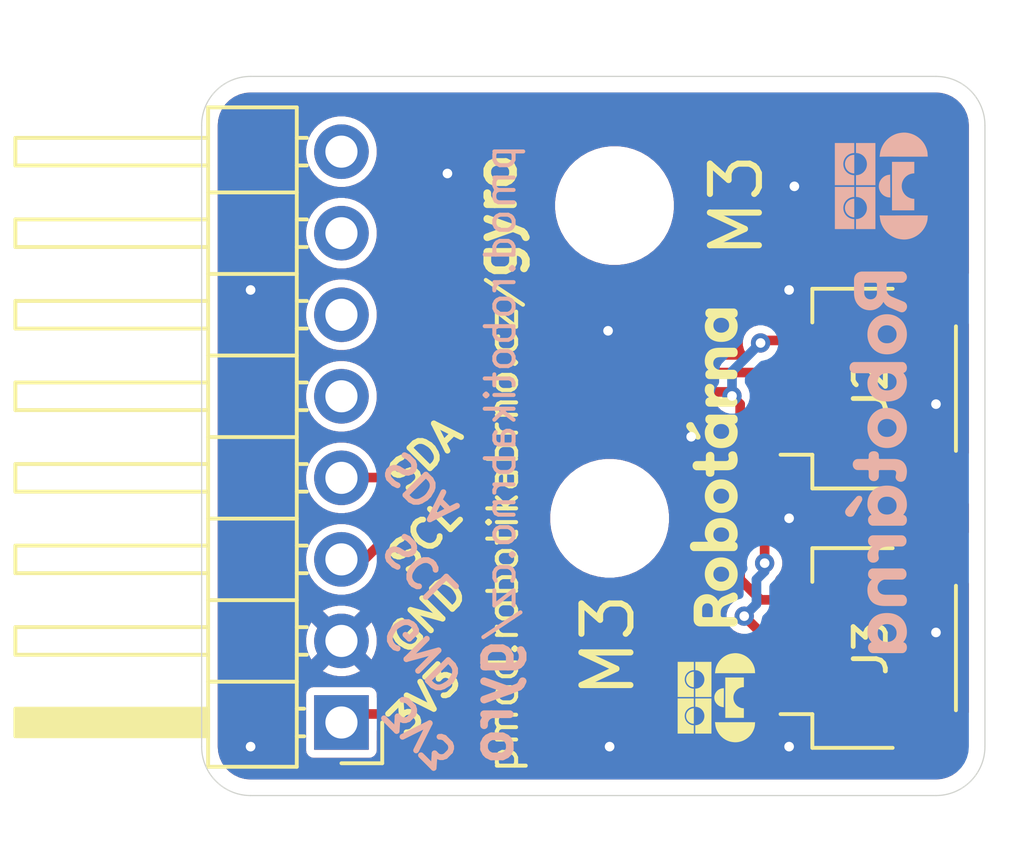
<source format=kicad_pcb>
(kicad_pcb (version 20241229) (generator "pcbnew") (generator_version "9.0")
  (layers (0 "F.Cu" signal "Front") (2 "B.Cu" signal "Back") (13 "F.Paste" user) (15 "B.Paste" user) (5 "F.SilkS" user "F.Silkscreen") (7 "B.SilkS" user "B.Silkscreen") (1 "F.Mask" user) (3 "B.Mask" user) (25 "Edge.Cuts" user))
  (net 0 "")
  (net 1 "GND")
  (net 2 "SDA")
  (net 3 "+3V3")
  (net 4 "SCL")
  (footprint "Connector_PinHeader_2.54mm:PinHeader_1x08_P2.54mm_Horizontal" (layer "F.Cu") (at 109 85.1 180)
    (property "Reference" "J4" (hide yes))
    (property "Value" "Conn_01x08_Pin")
  )
  (footprint "Connector_JST:JST_SH_SM04B-SRSS-TB_1x04-1MP_P1.00mm_Horizontal" (layer "F.Cu") (at 125.444 82.78 90)
    (property "Reference" "J3")
    (property "Value" "Conn_01x04_Pin")
  )
  (footprint "MountingHole:MountingHole_3.2mm_M3" (layer "F.Cu") (at 117.348 78.74)
    (property "Reference" "H2" (hide yes))
    (property "Value" "MountingHole")
  )
  (footprint "Connector_JST:JST_SH_SM04B-SRSS-TB_1x04-1MP_P1.00mm_Horizontal" (layer "F.Cu") (at 125.444 74.7 90)
    (property "Reference" "J2")
    (property "Value" "Conn_01x04_Pin")
  )
  (footprint "MountingHole:MountingHole_3.2mm_M3" (layer "F.Cu") (at 117.5 69)
    (property "Reference" "H1" (hide yes))
    (property "Value" "MountingHole")
  )
  (gr_poly (pts (xy 119.847974 79.604839) (xy 119.848419 79.597258) (xy 119.849162 79.589858) (xy 119.850202 79.582638) (xy 119.851539 79.575598) (xy 119.853172 79.568739) (xy 119.855103 79.562061) (xy 119.857331 79.555563) (xy 119.859857 79.549245) (xy 119.862679 79.543108) (xy 119.865798 79.537151) (xy 119.869214 79.531375) (xy 119.872928 79.525779) (xy 119.876938 79.520364) (xy 119.881246 79.515129) (xy 119.88585 79.510075) (xy 119.890679 79.505271) (xy 119.895648 79.500776) (xy 119.90076 79.496592) (xy 119.906012 79.492717) (xy 119.911407 79.489153) (xy 119.916943 79.485898) (xy 119.922621 79.482953) (xy 119.928441 79.480319) (xy 119.934403 79.477994) (xy 119.940507 79.475979) (xy 119.946754 79.474274) (xy 119.953143 79.472879) (xy 119.959674 79.471795) (xy 119.966348 79.47102) (xy 119.973165 79.470555) (xy 119.980125 79.4704) (xy 120.413375 79.4704) (xy 120.40096 79.456226) (xy 120.389346 79.44182) (xy 120.378533 79.427182) (xy 120.36852 79.412312) (xy 120.359309 79.397209) (xy 120.350899 79.381874) (xy 120.34329 79.366306) (xy 120.336481 79.350506) (xy 120.330474 79.334473) (xy 120.325268 79.318208) (xy 120.320862 79.30171) (xy 120.317258 79.284979) (xy 120.314455 79.268015) (xy 120.312452 79.250818) (xy 120.311251 79.233388) (xy 120.31085 79.215724) (xy 120.311386 79.188785) (xy 120.312995 79.16253) (xy 120.315675 79.136958) (xy 120.319428 79.112071) (xy 120.324253 79.087868) (xy 120.330151 79.064349) (xy 120.337121 79.041515) (xy 120.345163 79.019365) (xy 120.354277 78.9979) (xy 120.364463 78.97712) (xy 120.375722 78.957025) (xy 120.388053 78.937614) (xy 120.401457 78.918889) (xy 120.415932 78.900849) (xy 120.43148 78.883494) (xy 120.4481 78.866825) (xy 120.465638 78.851004) (xy 120.483937 78.836203) (xy 120.502999 78.822424) (xy 120.522824 78.809665) (xy 120.54341 78.797927) (xy 120.564759 78.787209) (xy 120.58687 78.777513) (xy 120.609744 78.768837) (xy 120.63338 78.761182) (xy 120.657778 78.754547) (xy 120.682938 78.748933) (xy 120.708861 78.74434) (xy 120.735546 78.740768) (xy 120.762993 78.738216) (xy 120.791203 78.736685) (xy 120.820175 78.736175) (xy 120.849156 78.736691) (xy 120.8774 78.738242) (xy 120.904909 78.740826) (xy 120.931681 78.744443) (xy 120.957718 78.749094) (xy 120.983019 78.754779) (xy 121.007584 78.761497) (xy 121.031413 78.769249) (xy 121.054506 78.778035) (xy 121.076863 78.787854) (xy 121.098484 78.798707) (xy 121.119369 78.810593) (xy 121.139518 78.823513) (xy 121.158931 78.837467) (xy 121.177609 78.852454) (xy 121.19555 78.868474) (xy 121.21257 78.885373) (xy 121.228492 78.902996) (xy 121.243315 78.921341) (xy 121.257041 78.940409) (xy 121.269668 78.960201) (xy 121.281198 78.980715) (xy 121.291629 79.001954) (xy 121.300963 79.023915) (xy 121.309198 79.0466) (xy 121.316335 79.070008) (xy 121.322375 79.094139) (xy 121.327316 79.118994) (xy 121.331159 79.144572) (xy 121.333904 79.170874) (xy 121.335551 79.1979) (xy 121.3361 79.225649) (xy 121.3361 79.22565) (xy 121.335738 79.244074) (xy 121.334653 79.262135) (xy 121.332844 79.279835) (xy 121.330311 79.297172) (xy 121.327055 79.314148) (xy 121.323076 79.330761) (xy 121.318373 79.347013) (xy 121.312947 79.362903) (xy 121.306797 79.378431) (xy 121.299925 79.393597) (xy 121.292328 79.408402) (xy 121.284009 79.422845) (xy 121.274967 79.436926) (xy 121.265201 79.450646) (xy 121.254712 79.464004) (xy 121.2435 79.477) (xy 121.249196 79.478935) (xy 121.254712 79.481019) (xy 121.260047 79.483251) (xy 121.265201 79.485632) (xy 121.270174 79.488161) (xy 121.274967 79.490839) (xy 121.279578 79.493666) (xy 121.284009 79.496641) (xy 121.288259 79.499764) (xy 121.292328 79.503036) (xy 121.296217 79.506457) (xy 121.299925 79.510026) (xy 121.303451 79.513744) (xy 121.306797 79.51761) (xy 121.309963 79.521624) (xy 121.312947 79.525788) (xy 121.315751 79.530099) (xy 121.318373 79.53456) (xy 121.320815 79.539169) (xy 121.323076 79.543926) (xy 121.325156 79.548832) (xy 121.327055 79.553886) (xy 121.328774 79.559089) (xy 121.330311 79.564441) (xy 121.331668 79.569941) (xy 121.332844 79.575589) (xy 121.333839 79.581387) (xy 121.334653 79.587332) (xy 121.335286 79.593426) (xy 121.335738 79.599669) (xy 121.3361 79.6126) (xy 121.335958 79.620379) (xy 121.335532 79.628002) (xy 121.334821 79.63547) (xy 121.333827 79.642784) (xy 121.332548 79.649941) (xy 121.330985 79.656944) (xy 121.329138 79.663792) (xy 121.327006 79.670485) (xy 121.324591 79.677023) (xy 121.321891 79.683405) (xy 121.318907 79.689633) (xy 121.315639 79.695706) (xy 121.312087 79.701624) (xy 121.30825 79.707388) (xy 121.30413 79.712997) (xy 121.299725 79.71845) (xy 121.295101 79.723654) (xy 121.290321 79.728523) (xy 121.285386 79.733055) (xy 121.280296 79.737252) (xy 121.275051 79.741113) (xy 121.26965 79.744638) (xy 121.264095 79.747828) (xy 121.258384 79.750682) (xy 121.252519 79.7532) (xy 121.246499 79.755382) (xy 121.240324 79.757229) (xy 121.233994 79.758739) (xy 121.227509 79.759915) (xy 121.220869 79.760754) (xy 121.214074 79.761258) (xy 121.207125 79.761425) (xy 120.820175 79.761425) (xy 120.820175 79.4704) (xy 120.833267 79.470161) (xy 120.846089 79.469444) (xy 120.858638 79.468248) (xy 120.870917 79.466575) (xy 120.882924 79.464423) (xy 120.89466 79.461794) (xy 120.906125 79.458686) (xy 120.917319 79.4551) (xy 120.928241 79.451036) (xy 120.938892 79.446494) (xy 120.949271 79.441474) (xy 120.95938 79.435975) (xy 120.969217 79.429999) (xy 120.978782 79.423544) (xy 120.988077 79.416611) (xy 120.9971 79.4092) (xy 121.00571 79.401406) (xy 121.013764 79.393314) (xy 121.021263 79.384925) (xy 121.028206 79.376238) (xy 121.034594 79.367253) (xy 121.040427 79.357972) (xy 121.045704 79.348392) (xy 121.050425 79.338516) (xy 121.054591 79.328341) (xy 121.058202 79.31787) (xy 121.061257 79.307101) (xy 121.063756 79.296036) (xy 121.0657 79.284672) (xy 121.067089 79.273012) (xy 121.067922 79.261055) (xy 121.0682 79.2488) (xy 121.067922 79.236146) (xy 121.067089 79.223815) (xy 121.0657 79.211806) (xy 121.063756 79.200121) (xy 121.061257 79.188758) (xy 121.058202 79.177719) (xy 121.054591 79.167003) (xy 121.050425 79.15661) (xy 121.045704 79.146539) (xy 121.040427 79.136793) (xy 121.034594 79.127369) (xy 121.028206 79.118269) (xy 121.021263 79.109491) (xy 121.013764 79.101038) (xy 121.00571 79.092907) (xy 120.9971 79.0851) (xy 120.988077 79.077689) (xy 120.978782 79.070756) (xy 120.969217 79.064302) (xy 120.95938 79.058325) (xy 120.949271 79.052827) (xy 120.938892 79.047806) (xy 120.928241 79.043264) (xy 120.917319 79.0392) (xy 120.906125 79.035614) (xy 120.894661 79.032507) (xy 120.882924 79.029877) (xy 120.870917 79.027725) (xy 120.858639 79.026052) (xy 120.846089 79.024857) (xy 120.833267 79.024139) (xy 120.820175 79.0239) (xy 120.806698 79.024139) (xy 120.793557 79.024857) (xy 120.780752 79.026052) (xy 120.768284 79.027725) (xy 120.756152 79.029877) (xy 120.744356 79.032507) (xy 120.732896 79.035614) (xy 120.721772 79.0392) (xy 120.710984 79.043264) (xy 120.700532 79.047806) (xy 120.690416 79.052827) (xy 120.680636 79.058325) (xy 120.671192 79.064302) (xy 120.662084 79.070756) (xy 120.653312 79.077689) (xy 120.644875 79.0851) (xy 120.636865 79.092907) (xy 120.629371 79.101038) (xy 120.622394 79.109491) (xy 120.615934 79.118269) (xy 120.609991 79.127369) (xy 120.604565 79.136793) (xy 120.599655 79.146539) (xy 120.595262 79.15661) (xy 120.591386 79.167003) (xy 120.588027 79.177719) (xy 120.585185 79.188758) (xy 120.582859 79.200121) (xy 120.581051 79.211806) (xy 120.579759 79.223815) (xy 120.578983 79.236146) (xy 120.578725 79.2488) (xy 120.578983 79.261055) (xy 120.579759 79.273012) (xy 120.581051 79.284672) (xy 120.582859 79.296036) (xy 120.585185 79.307102) (xy 120.588027 79.31787) (xy 120.591387 79.328342) (xy 120.595262 79.338516) (xy 120.599655 79.348392) (xy 120.604565 79.357972) (xy 120.609991 79.367254) (xy 120.615934 79.376238) (xy 120.622394 79.384925) (xy 120.629371 79.393314) (xy 120.636865 79.401406) (xy 120.644875 79.4092) (xy 120.653312 79.416611) (xy 120.662084 79.423544) (xy 120.671192 79.429999) (xy 120.680636 79.435975) (xy 120.690416 79.441474) (xy 120.700532 79.446494) (xy 120.710984 79.451036) (xy 120.721772 79.4551) (xy 120.732896 79.458686) (xy 120.744356 79.461794) (xy 120.756152 79.464423) (xy 120.768284 79.466575) (xy 120.780752 79.468248) (xy 120.793557 79.469444) (xy 120.806698 79.470161) (xy 120.820175 79.4704) (xy 120.820175 79.761425) (xy 119.9768 79.761425) (xy 119.970244 79.761264) (xy 119.963805 79.76078) (xy 119.957482 79.759973) (xy 119.951276 79.758843) (xy 119.945186 79.75739) (xy 119.939212 79.755614) (xy 119.933354 79.753515) (xy 119.927613 79.751094) (xy 119.921987 79.74835) (xy 119.916477 79.745283) (xy 119.911084 79.741893) (xy 119.905806 79.73818) (xy 119.900643 79.734144) (xy 119.895597 79.729786) (xy 119.890666 79.725104) (xy 119.88585 79.7201) (xy 119.881246 79.714833) (xy 119.876938 79.709373) (xy 119.872928 79.703719) (xy 119.869214 79.697872) (xy 119.865798 79.691831) (xy 119.862679 79.685597) (xy 119.859857 79.679169) (xy 119.857331 79.672547) (xy 119.855103 79.665732) (xy 119.853172 79.658723) (xy 119.851539 79.65152) (xy 119.850202 79.644124) (xy 119.849162 79.636534) (xy 119.848419 79.62875) (xy 119.847974 79.620772) (xy 119.847825 79.6126)) (fill yes) (layer "F.SilkS"))
  (gr_poly (pts (xy 120.029376 85.184902) (xy 120.043785 85.183794) (xy 120.057985 85.18197) (xy 120.071957 85.179447) (xy 120.085685 85.176244) (xy 120.09915 85.172379) (xy 120.112333 85.167869) (xy 120.125219 85.162733) (xy 120.137788 85.156989) (xy 120.150022 85.150654) (xy 120.161905 85.143747) (xy 120.173418 85.136286) (xy 120.184543 85.128289) (xy 120.195262 85.119773) (xy 120.205558 85.110757) (xy 120.215413 85.101259) (xy 120.224808 85.091297) (xy 120.233727 85.080889) (xy 120.242151 85.070053) (xy 120.250062 85.058807) (xy 120.257443 85.047168) (xy 120.264276 85.035156) (xy 120.270542 85.022787) (xy 120.276225 85.010081) (xy 120.281306 84.997055) (xy 120.285767 84.983726) (xy 120.289591 84.970114) (xy 120.29276 84.956236) (xy 120.295255 84.94211) (xy 120.29706 84.927754) (xy 120.298156 84.913187) (xy 120.298525 84.898425) (xy 120.298156 84.883664) (xy 120.29706 84.869096) (xy 120.295255 84.854741) (xy 120.29276 84.840615) (xy 120.289591 84.826738) (xy 120.285767 84.813126) (xy 120.281306 84.799799) (xy 120.276225 84.786773) (xy 120.270542 84.774068) (xy 120.264276 84.7617) (xy 120.257443 84.749689) (xy 120.250062 84.738051) (xy 120.242151 84.726806) (xy 120.233727 84.715971) (xy 120.224808 84.705564) (xy 120.215413 84.695603) (xy 120.205558 84.686106) (xy 120.195262 84.677092) (xy 120.184543 84.668577) (xy 120.173418 84.660581) (xy 120.161905 84.653121) (xy 120.150022 84.646215) (xy 120.137788 84.639881) (xy 120.125219 84.634138) (xy 120.112333 84.629003) (xy 120.09915 84.624494) (xy 120.085685 84.620629) (xy 120.071957 84.617427) (xy 120.057985 84.614905) (xy 120.043785 84.613081) (xy 120.029376 84.611973) (xy 120.014775 84.6116) (xy 120.014775 84.35085) (xy 120.51855 84.35085) (xy 120.51855 85.446) (xy 120.014775 85.446) (xy 120.014775 85.185275)) (fill yes) (layer "F.SilkS"))
  (gr_poly (pts (xy 120.606954 84.312687) (xy 120.607615 84.30203) (xy 120.60868 84.291392) (xy 120.610144 84.280786) (xy 120.612005 84.270225) (xy 120.61426 84.259722) (xy 120.616903 84.24929) (xy 120.619933 84.238942) (xy 120.623346 84.228691) (xy 120.627137 84.21855) (xy 120.631304 84.208533) (xy 120.635842 84.198651) (xy 120.64075 84.188919) (xy 120.646022 84.179349) (xy 120.651655 84.169954) (xy 120.657647 84.160747) (xy 120.663993 84.151741) (xy 120.67069 84.14295) (xy 120.677734 84.134386) (xy 120.685122 84.126062) (xy 120.692851 84.117991) (xy 120.700916 84.110187) (xy 120.709315 84.102661) (xy 120.718043 84.095429) (xy 120.727098 84.088501) (xy 120.736476 84.081892) (xy 120.746173 84.075614) (xy 120.756186 84.06968) (xy 120.766511 84.064104) (xy 120.777145 84.058898) (xy 120.788084 84.054076) (xy 120.799325 84.04965) (xy 120.809383 84.04607) (xy 120.818578 84.043092) (xy 120.826995 84.040654) (xy 120.83472 84.0387) (xy 120.841837 84.037168) (xy 120.848434 84.035999) (xy 120.854595 84.035135) (xy 120.860406 84.034516) (xy 120.865953 84.034082) (xy 120.871322 84.033774) (xy 120.881865 84.033299) (xy 120.887211 84.033013) (xy 120.892721 84.032616) (xy 120.89848 84.032048) (xy 120.904575 84.03125) (xy 120.9054 84.032825) (xy 120.905075 84.042088) (xy 120.904931 84.051312) (xy 120.905 84.069741) (xy 120.905238 84.088305) (xy 120.905275 84.1072) (xy 120.904 84.328) (xy 120.902209 84.476756) (xy 120.901894 84.565157) (xy 120.902278 84.599966) (xy 120.903175 84.6236) (xy 120.90135 84.625275) (xy 120.8494 84.618175) (xy 120.838348 84.615848) (xy 120.827415 84.613076) (xy 120.816611 84.609868) (xy 120.805948 84.606235) (xy 120.785093 84.597739) (xy 120.764941 84.587672) (xy 120.745586 84.57612) (xy 120.727119 84.563169) (xy 120.709632 84.548905) (xy 120.693219 84.533412) (xy 120.677971 84.516777) (xy 120.663981 84.499085) (xy 120.651341 84.480421) (xy 120.640143 84.460872) (xy 120.63048 84.440522) (xy 120.626253 84.430073) (xy 120.622445 84.419457) (xy 120.619066 84.408683) (xy 120.616129 84.397763) (xy 120.613645 84.386706) (xy 120.611625 84.375525) (xy 120.610635 84.369028) (xy 120.609706 84.362303) (xy 120.60886 84.355461) (xy 120.608122 84.348612) (xy 120.607514 84.341867) (xy 120.607058 84.335334) (xy 120.606779 84.329125) (xy 120.6067 84.32335)) (fill yes) (layer "F.SilkS"))
  (gr_poly (pts (xy 120.311102 80.461022) (xy 120.311858 80.443163) (xy 120.313117 80.425523) (xy 120.314881 80.408103) (xy 120.317148 80.390902) (xy 120.319919 80.373921) (xy 120.323194 80.357158) (xy 120.326972 80.340615) (xy 120.331254 80.324292) (xy 120.336039 80.308188) (xy 120.341328 80.292303) (xy 120.347121 80.276638) (xy 120.353417 80.261193) (xy 120.360216 80.245967) (xy 120.367519 80.230961) (xy 120.375325 80.216175) (xy 120.383581 80.201686) (xy 120.392225 80.187572) (xy 120.401256 80.173833) (xy 120.410674 80.160468) (xy 120.42048 80.147479) (xy 120.430673 80.134864) (xy 120.441254 80.122624) (xy 120.452222 80.110759) (xy 120.463578 80.099269) (xy 120.475321 80.088153) (xy 120.487453 80.077412) (xy 120.499971 80.067046) (xy 120.512878 80.057054) (xy 120.526173 80.047436) (xy 120.539855 80.038193) (xy 120.553925 80.029325) (xy 120.568338 80.020915) (xy 120.583047 80.013048) (xy 120.598054 80.005723) (xy 120.613358 79.998941) (xy 120.628959 79.992701) (xy 120.644857 79.987004) (xy 120.661052 79.981849) (xy 120.677544 79.977237) (xy 120.694333 79.973168) (xy 120.711419 79.969641) (xy 120.728802 79.966657) (xy 120.746483 79.964216) (xy 120.76446 79.962317) (xy 120.782735 79.96096) (xy 120.801306 79.960146) (xy 120.820175 79.959875) (xy 120.838652 79.960146) (xy 120.856885 79.96096) (xy 120.874873 79.962317) (xy 120.892615 79.964216) (xy 120.910113 79.966657) (xy 120.927365 79.969641) (xy 120.944372 79.973168) (xy 120.961134 79.977237) (xy 120.977651 79.981849) (xy 120.993923 79.987004) (xy 121.009949 79.992701) (xy 121.02573 79.998941) (xy 121.041266 80.005723) (xy 121.056556 80.013048) (xy 121.071601 80.020915) (xy 121.0864 80.029325) (xy 121.100876 80.038193) (xy 121.114952 80.047436) (xy 121.128626 80.057054) (xy 121.1419 80.067046) (xy 121.154774 80.077412) (xy 121.167247 80.088153) (xy 121.179319 80.099269) (xy 121.190991 80.110759) (xy 121.202262 80.122624) (xy 121.213133 80.134864) (xy 121.223603 80.147479) (xy 121.233673 80.160468) (xy 121.243343 80.173833) (xy 121.252612 80.187572) (xy 121.261481 80.201686) (xy 121.26995 80.216175) (xy 121.27796 80.230961) (xy 121.285454 80.245968) (xy 121.292431 80.261193) (xy 121.298891 80.276639) (xy 121.304834 80.292304) (xy 121.31026 80.308188) (xy 121.31517 80.324292) (xy 121.319562 80.340616) (xy 121.323438 80.357159) (xy 121.326798 80.373921) (xy 121.32964 80.390903) (xy 121.331965 80.408104) (xy 121.333774 80.425524) (xy 121.335066 80.443163) (xy 121.335841 80.461022) (xy 121.3361 80.4791) (xy 121.335841 80.496789) (xy 121.335066 80.514296) (xy 121.333774 80.531622) (xy 121.331965 80.548766) (xy 121.32964 80.565729) (xy 121.326798 80.582511) (xy 121.323438 80.599111) (xy 121.319562 80.615531) (xy 121.31517 80.631769) (xy 121.31026 80.647827) (xy 121.304834 80.663703) (xy 121.298891 80.679399) (xy 121.292431 80.694914) (xy 121.285454 80.710248) (xy 121.27796 80.725402) (xy 121.26995 80.740375) (xy 121.261481 80.755071) (xy 121.252612 80.769392) (xy 121.243343 80.783338) (xy 121.233673 80.79691) (xy 121.223603 80.810108) (xy 121.213133 80.822931) (xy 121.202262 80.835379) (xy 121.190991 80.847453) (xy 121.179319 80.859152) (xy 121.167247 80.870476) (xy 121.154774 80.881426) (xy 121.1419 80.892) (xy 121.128626 80.9022) (xy 121.114952 80.912025) (xy 121.100876 80.921475) (xy 121.0864 80.93055) (xy 121.071601 80.939159) (xy 121.056556 80.947214) (xy 121.041266 80.954712) (xy 121.02573 80.961656) (xy 121.009949 80.968044) (xy 120.993923 80.973876) (xy 120.977651 80.979153) (xy 120.961134 80.983875) (xy 120.944372 80.988041) (xy 120.927365 80.991651) (xy 120.910113 80.994706) (xy 120.892615 80.997206) (xy 120.874873 80.99915) (xy 120.856885 81.000539) (xy 120.838652 81.001372) (xy 120.820175 81.00165) (xy 120.820175 80.713925) (xy 120.833267 80.71366) (xy 120.846089 80.712865) (xy 120.858638 80.711541) (xy 120.870917 80.709687) (xy 120.882924 80.707304) (xy 120.89466 80.70439) (xy 120.906125 80.700947) (xy 120.917319 80.696975) (xy 120.928241 80.692472) (xy 120.938892 80.68744) (xy 120.949271 80.681879) (xy 120.95938 80.675787) (xy 120.969217 80.669166) (xy 120.978782 80.662015) (xy 120.988077 80.654335) (xy 120.9971 80.646125) (xy 121.00571 80.637527) (xy 121.013764 80.628684) (xy 121.021263 80.619595) (xy 121.028206 80.610261) (xy 121.034594 80.600681) (xy 121.040427 80.590856) (xy 121.045704 80.580785) (xy 121.050425 80.570469) (xy 121.054591 80.559907) (xy 121.058202 80.549099) (xy 121.061257 80.538047) (xy 121.063756 80.526748) (xy 121.0657 80.515204) (xy 121.067089 80.503415) (xy 121.067922 80.49138) (xy 121.0682 80.4791) (xy 121.067922 80.466433) (xy 121.067089 80.454063) (xy 121.0657 80.44199) (xy 121.063756 80.430214) (xy 121.061257 80.418736) (xy 121.058202 80.407554) (xy 121.054591 80.396671) (xy 121.050425 80.386084) (xy 121.045704 80.375795) (xy 121.040427 80.365803) (xy 121.034594 80.356109) (xy 121.028206 80.346712) (xy 121.021263 80.337612) (xy 121.013764 80.328811) (xy 121.00571 80.320306) (xy 120.9971 80.3121) (xy 120.988077 80.304289) (xy 120.978782 80.296983) (xy 120.969217 80.29018) (xy 120.95938 80.283881) (xy 120.949271 80.278086) (xy 120.938892 80.272795) (xy 120.928241 80.268008) (xy 120.917319 80.263725) (xy 120.906125 80.259945) (xy 120.894661 80.25667) (xy 120.882924 80.253898) (xy 120.870917 80.251631) (xy 120.858639 80.249867) (xy 120.846089 80.248607) (xy 120.833267 80.247851) (xy 120.820175 80.2476) (xy 120.806698 80.247851) (xy 120.793557 80.248607) (xy 120.780752 80.249867) (xy 120.768284 80.251631) (xy 120.756152 80.253898) (xy 120.744356 80.25667) (xy 120.732896 80.259945) (xy 120.721772 80.263725) (xy 120.710984 80.268008) (xy 120.700532 80.272795) (xy 120.690416 80.278086) (xy 120.680636 80.283881) (xy 120.671192 80.29018) (xy 120.662084 80.296983) (xy 120.653312 80.304289) (xy 120.644875 80.3121) (xy 120.636865 80.320306) (xy 120.629371 80.328811) (xy 120.622394 80.337612) (xy 120.615934 80.346712) (xy 120.609991 80.356109) (xy 120.604565 80.365803) (xy 120.599655 80.375795) (xy 120.595262 80.386084) (xy 120.591386 80.396671) (xy 120.588027 80.407554) (xy 120.585185 80.418736) (xy 120.582859 80.430214) (xy 120.581051 80.44199) (xy 120.579759 80.454063) (xy 120.578983 80.466433) (xy 120.578725 80.4791) (xy 120.578983 80.49138) (xy 120.579759 80.503415) (xy 120.581051 80.515204) (xy 120.582859 80.526748) (xy 120.585185 80.538047) (xy 120.588027 80.549099) (xy 120.591387 80.559907) (xy 120.595262 80.570469) (xy 120.599655 80.580785) (xy 120.604565 80.590856) (xy 120.609991 80.600681) (xy 120.615934 80.610261) (xy 120.622394 80.619595) (xy 120.629371 80.628684) (xy 120.636865 80.637527) (xy 120.644875 80.646125) (xy 120.653312 80.654335) (xy 120.662084 80.662015) (xy 120.671192 80.669166) (xy 120.680636 80.675787) (xy 120.690416 80.681879) (xy 120.700532 80.68744) (xy 120.710984 80.692472) (xy 120.721772 80.696975) (xy 120.732896 80.700947) (xy 120.744356 80.70439) (xy 120.756152 80.707304) (xy 120.768284 80.709687) (xy 120.780752 80.711541) (xy 120.793557 80.712865) (xy 120.806698 80.71366) (xy 120.820175 80.713925) (xy 120.820175 81.00165) (xy 120.801306 81.001372) (xy 120.782735 81.000539) (xy 120.76446 80.99915) (xy 120.746483 80.997206) (xy 120.728802 80.994706) (xy 120.711419 80.991651) (xy 120.694333 80.988041) (xy 120.677544 80.983875) (xy 120.661052 80.979153) (xy 120.644857 80.973876) (xy 120.628959 80.968044) (xy 120.613358 80.961656) (xy 120.598054 80.954712) (xy 120.583047 80.947214) (xy 120.568338 80.939159) (xy 120.553925 80.93055) (xy 120.539855 80.921475) (xy 120.526173 80.912025) (xy 120.512878 80.9022) (xy 120.499971 80.892) (xy 120.487453 80.881426) (xy 120.475321 80.870476) (xy 120.463578 80.859152) (xy 120.452222 80.847453) (xy 120.441254 80.835379) (xy 120.430673 80.822931) (xy 120.42048 80.810108) (xy 120.410674 80.79691) (xy 120.401256 80.783338) (xy 120.392225 80.769392) (xy 120.383581 80.755071) (xy 120.375325 80.740375) (xy 120.367519 80.725402) (xy 120.360216 80.710248) (xy 120.353417 80.694914) (xy 120.347121 80.679399) (xy 120.341328 80.663703) (xy 120.336039 80.647827) (xy 120.331254 80.631769) (xy 120.326972 80.615531) (xy 120.323194 80.599111) (xy 120.319919 80.582511) (xy 120.317148 80.565729) (xy 120.314881 80.548766) (xy 120.313117 80.531622) (xy 120.311858 80.514296) (xy 120.311102 80.496789) (xy 120.31085 80.4791)) (fill yes) (layer "F.SilkS"))
  (gr_poly (pts (xy 119.728769 83.74808) (xy 119.729707 83.735793) (xy 119.731249 83.723677) (xy 119.733379 83.711749) (xy 119.736082 83.700024) (xy 119.739343 83.688516) (xy 119.743147 83.677243) (xy 119.747479 83.666218) (xy 119.752324 83.655458) (xy 119.757665 83.644977) (xy 119.763489 83.63479) (xy 119.76978 83.624914) (xy 119.776523 83.615364) (xy 119.783702 83.606154) (xy 119.791303 83.597301) (xy 119.799309 83.588819) (xy 119.807707 83.580724) (xy 119.816481 83.573031) (xy 119.825615 83.565756) (xy 119.835095 83.558913) (xy 119.844905 83.552519) (xy 119.855031 83.546589) (xy 119.865456 83.541137) (xy 119.876166 83.536179) (xy 119.887146 83.531731) (xy 119.89838 83.527808) (xy 119.909853 83.524425) (xy 119.92155 83.521598) (xy 119.933456 83.519341) (xy 119.945555 83.517671) (xy 119.957834 83.516602) (xy 119.970275 83.51615) (xy 119.97015 83.999725) (xy 119.957709 83.999541) (xy 119.945431 83.998736) (xy 119.933332 83.997326) (xy 119.921427 83.995325) (xy 119.909731 83.992749) (xy 119.89826 83.989612) (xy 119.887027 83.98593) (xy 119.87605 83.981718) (xy 119.865342 83.976989) (xy 119.85492 83.971761) (xy 119.844797 83.966047) (xy 119.83499 83.959863) (xy 119.825513 83.953223) (xy 119.816383 83.946143) (xy 119.807613 83.938638) (xy 119.799219 83.930722) (xy 119.791216 83.922411) (xy 119.78362 83.91372) (xy 119.776445 83.904663) (xy 119.769708 83.895257) (xy 119.763422 83.885515) (xy 119.757603 83.875452) (xy 119.752267 83.865085) (xy 119.747428 83.854428) (xy 119.743102 83.843495) (xy 119.739304 83.832303) (xy 119.736049 83.820865) (xy 119.733352 83.809197) (xy 119.731228 83.797314) (xy 119.729693 83.785231) (xy 119.728762 83.772963) (xy 119.72845 83.760525)) (fill yes) (layer "F.SilkS"))
  (gr_poly (pts (xy 121.527625 83.69855) (xy 121.527625 83.9982) (xy 121.510844 83.998629) (xy 121.494283 83.999902) (xy 121.477963 84.001999) (xy 121.461905 84.004898) (xy 121.446128 84.008579) (xy 121.430653 84.013021) (xy 121.415501 84.018204) (xy 121.400692 84.024107) (xy 121.386247 84.030709) (xy 121.372186 84.037989) (xy 121.35853 84.045927) (xy 121.345299 84.054502) (xy 121.332514 84.063693) (xy 121.320195 84.07348) (xy 121.308363 84.083841) (xy 121.297038 84.094756) (xy 121.28624 84.106205) (xy 121.27599 84.118166) (xy 121.26631 84.13062) (xy 121.257218 84.143544) (xy 121.248736 84.156919) (xy 121.240884 84.170724) (xy 121.233682 84.184938) (xy 121.227152 84.19954) (xy 121.221313 84.21451) (xy 121.216186 84.229826) (xy 121.211791 84.245469) (xy 121.20815 84.261417) (xy 121.205282 84.27765) (xy 121.203209 84.294147) (xy 121.201949 84.310887) (xy 121.201525 84.32785) (xy 121.201949 84.344815) (xy 121.203209 84.361557) (xy 121.205282 84.378056) (xy 121.20815 84.39429) (xy 121.211791 84.410239) (xy 121.216186 84.425883) (xy 121.221313 84.4412) (xy 121.227152 84.456171) (xy 121.233682 84.470773) (xy 121.240884 84.484987) (xy 121.248736 84.498792) (xy 121.257218 84.512167) (xy 121.26631 84.525091) (xy 121.27599 84.537544) (xy 121.28624 84.549505) (xy 121.297038 84.560953) (xy 121.308363 84.571868) (xy 121.320195 84.582229) (xy 121.332514 84.592014) (xy 121.345299 84.601205) (xy 121.35853 84.609779) (xy 121.372186 84.617716) (xy 121.386247 84.624995) (xy 121.400692 84.631596) (xy 121.415501 84.637498) (xy 121.430653 84.642681) (xy 121.446128 84.647123) (xy 121.461905 84.650803) (xy 121.477963 84.653702) (xy 121.494283 84.655798) (xy 121.510844 84.657071) (xy 121.527625 84.6575) (xy 121.527625 84.95715) (xy 120.94865 84.95715) (xy 120.94865 83.69855)) (fill yes) (layer "F.SilkS"))
  (gr_poly (pts (xy 120.311276 73.821794) (xy 120.312555 73.799457) (xy 120.314687 73.777662) (xy 120.31767 73.756409) (xy 120.321507 73.7357) (xy 120.326196 73.715533) (xy 120.331737 73.695909) (xy 120.338131 73.676828) (xy 120.345378 73.65829) (xy 120.353477 73.640294) (xy 120.362429 73.622842) (xy 120.372233 73.605932) (xy 120.38289 73.589566) (xy 120.394399 73.573743) (xy 120.406761 73.558463) (xy 120.419975 73.543725) (xy 120.434124 73.529707) (xy 120.44928 73.516594) (xy 120.465444 73.504385) (xy 120.482615 73.493081) (xy 120.500793 73.482682) (xy 120.519978 73.473187) (xy 120.540171 73.464596) (xy 120.561372 73.45691) (xy 120.58358 73.450128) (xy 120.606796 73.444251) (xy 120.631019 73.439278) (xy 120.65625 73.435209) (xy 120.682488 73.432045) (xy 120.709734 73.429784) (xy 120.737988 73.428428) (xy 120.76725 73.427976) (xy 121.213725 73.427976) (xy 121.220268 73.428137) (xy 121.22667 73.428622) (xy 121.232929 73.429429) (xy 121.239047 73.430559) (xy 121.245022 73.432011) (xy 121.250856 73.433787) (xy 121.256548 73.435885) (xy 121.262097 73.438307) (xy 121.267505 73.441051) (xy 121.27277 73.444118) (xy 121.277893 73.447508) (xy 121.282874 73.45122) (xy 121.287713 73.455256) (xy 121.292409 73.459614) (xy 121.296963 73.464296) (xy 121.301375 73.4693) (xy 121.30558 73.474554) (xy 121.309514 73.479975) (xy 121.313176 73.485565) (xy 121.316567 73.491321) (xy 121.319687 73.497246) (xy 121.322536 73.503338) (xy 121.325113 73.509598) (xy 121.327419 73.516025) (xy 121.329454 73.52262) (xy 121.331217 73.529382) (xy 121.332709 73.536312) (xy 121.33393 73.54341) (xy 121.334879 73.550675) (xy 121.335558 73.558107) (xy 121.335965 73.565708) (xy 121.3361 73.573475) (xy 121.335958 73.581247) (xy 121.335531 73.588851) (xy 121.334821 73.596287) (xy 121.333826 73.603554) (xy 121.332548 73.610654) (xy 121.330985 73.617585) (xy 121.329137 73.624348) (xy 121.327006 73.630943) (xy 121.324591 73.63737) (xy 121.321891 73.643629) (xy 121.318907 73.64972) (xy 121.315639 73.655642) (xy 121.312087 73.661396) (xy 121.30825 73.666982) (xy 121.30413 73.6724) (xy 121.299725 73.67765) (xy 121.2951 73.682658) (xy 121.290321 73.687344) (xy 121.285386 73.691705) (xy 121.280296 73.695744) (xy 121.27505 73.699459) (xy 121.26965 73.702851) (xy 121.264095 73.70592) (xy 121.258384 73.708666) (xy 121.252519 73.711088) (xy 121.246498 73.713187) (xy 121.240323 73.714964) (xy 121.233993 73.716417) (xy 121.227508 73.717547) (xy 121.220869 73.718354) (xy 121.214074 73.718839) (xy 121.207125 73.719) (xy 120.803625 73.719) (xy 120.788601 73.719214) (xy 120.774119 73.719853) (xy 120.76018 73.72092) (xy 120.746784 73.722412) (xy 120.73393 73.724331) (xy 120.721619 73.726677) (xy 120.709851 73.729449) (xy 120.698625 73.732647) (xy 120.687941 73.736271) (xy 120.677801 73.740322) (xy 120.668202 73.744799) (xy 120.659147 73.749702) (xy 120.650634 73.755031) (xy 120.642663 73.760786) (xy 120.635235 73.766968) (xy 120.62835 73.773575) (xy 120.621942 73.780492) (xy 120.615948 73.787603) (xy 120.610367 73.794909) (xy 120.605199 73.802408) (xy 120.600444 73.810101) (xy 120.596102 73.817988) (xy 120.592174 73.826069) (xy 120.588659 73.834344) (xy 120.585558 73.842813) (xy 120.58287 73.851475) (xy 120.580595 73.860332) (xy 120.578734 73.869383) (xy 120.577286 73.878628) (xy 120.576252 73.888066) (xy 120.575632 73.897699) (xy 120.575425 73.907525) (xy 120.575632 73.917751) (xy 120.576252 73.927758) (xy 120.577286 73.937544) (xy 120.578734 73.947111) (xy 120.580595 73.956458) (xy 120.58287 73.965586) (xy 120.585558 73.974493) (xy 120.588659 73.983181) (xy 120.592174 73.99165) (xy 120.596102 73.999898) (xy 120.600444 74.007927) (xy 120.605199 74.015736) (xy 120.610367 74.023326) (xy 120.615948 74.030695) (xy 120.621942 74.037845) (xy 120.62835 74.044775) (xy 120.635028 74.051434) (xy 120.641836 74.05777) (xy 120.648772 74.063783) (xy 120.655838 74.069473) (xy 120.663032 74.074841) (xy 120.670356 74.079885) (xy 120.677809 74.084607) (xy 120.68539 74.089006) (xy 120.693102 74.093082) (xy 120.700942 74.096835) (xy 120.708911 74.100266) (xy 120.71701 74.103373) (xy 120.725239 74.106158) (xy 120.733596 74.10862) (xy 120.742083 74.110759) (xy 120.7507 74.112575) (xy 121.193875 74.112575) (xy 121.200835 74.112736) (xy 121.207652 74.113221) (xy 121.214326 74.114028) (xy 121.220857 74.115158) (xy 121.227246 74.116611) (xy 121.233493 74.118386) (xy 121.239597 74.120485) (xy 121.245559 74.122906) (xy 121.251379 74.12565) (xy 121.257057 74.128717) (xy 121.262593 74.132107) (xy 121.267988 74.13582) (xy 121.273241 74.139856) (xy 121.278352 74.144214) (xy 121.283321 74.148895) (xy 121.28815 74.1539) (xy 121.292755 74.159141) (xy 121.297062 74.164524) (xy 121.301073 74.170048) (xy 121.304786 74.175715) (xy 121.308202 74.181523) (xy 121.311321 74.187474) (xy 121.314144 74.193566) (xy 121.316669 74.1998) (xy 121.318897 74.206175) (xy 121.320828 74.212693) (xy 121.322462 74.219352) (xy 121.323798 74.226153) (xy 121.324838 74.233096) (xy 121.325581 74.240181) (xy 121.326026 74.247407) (xy 121.326175 74.254775) (xy 121.326033 74.262554) (xy 121.325607 74.270177) (xy 121.324896 74.277645) (xy 121.323902 74.284958) (xy 121.322623 74.292116) (xy 121.32106 74.299119) (xy 121.319213 74.305967) (xy 121.317081 74.312659) (xy 121.314666 74.319197) (xy 121.311966 74.32558) (xy 121.308982 74.331808) (xy 121.305714 74.337881) (xy 121.302162 74.343799) (xy 121.298325 74.349562) (xy 121.294205 74.355171) (xy 121.2898 74.360625) (xy 121.285176 74.365829) (xy 121.280396 74.370697) (xy 121.275461 74.37523) (xy 121.270371 74.379426) (xy 121.265126 74.383287) (xy 121.259725 74.386813) (xy 121.25417 74.390002) (xy 121.248459 74.392856) (xy 121.242594 74.395374) (xy 121.236574 74.397556) (xy 121.230399 74.399403) (xy 121.224068 74.400913) (xy 121.217583 74.402088) (xy 121.210944 74.402928) (xy 121.204149 74.403431) (xy 121.1972 74.403599) (xy 120.456375 74.403599) (xy 120.449815 74.403438) (xy 120.443372 74.402954) (xy 120.437046 74.402146) (xy 120.430837 74.401017) (xy 120.424745 74.399564) (xy 120.418769 74.397788) (xy 120.412911 74.39569) (xy 120.407169 74.393268) (xy 120.401544 74.390524) (xy 120.396035 74.387457) (xy 120.390642 74.384067) (xy 120.385367 74.380354) (xy 120.380207 74.376319) (xy 120.375164 74.37196) (xy 120.370236 74.367279) (xy 120.365425 74.362275) (xy 120.360816 74.357008) (xy 120.356505 74.351548) (xy 120.352491 74.345894) (xy 120.348775 74.340047) (xy 120.345356 74.334006) (xy 120.342235 74.327772) (xy 120.339411 74.321344) (xy 120.336884 74.314722) (xy 120.334655 74.307907) (xy 120.332724 74.300898) (xy 120.331089 74.293696) (xy 120.329752 74.286299) (xy 120.328712 74.278709) (xy 120.327969 74.270925) (xy 120.327524 74.262947) (xy 120.327375 74.254775) (xy 120.327485 74.248226) (xy 120.327815 74.241806) (xy 120.328364 74.235516) (xy 120.329133 74.229354) (xy 120.330122 74.223322) (xy 120.33133 74.217419) (xy 120.332758 74.211645) (xy 120.334406 74.206) (xy 120.336274 74.200484) (xy 120.338361 74.195097) (xy 120.340669 74.189839) (xy 120.343195 74.184709) (xy 120.345942 74.179707) (xy 120.348908 74.174835) (xy 120.352094 74.17009) (xy 120.3555 74.165474) (xy 120.359069 74.161018) (xy 120.362755 74.156743) (xy 120.366558 74.152648) (xy 120.370477 74.148735) (xy 120.374512 74.145002) (xy 120.378665 74.141451) (xy 120.382933 74.13808) (xy 120.387319 74.13489) (xy 120.391821 74.131881) (xy 120.39644 74.129052) (xy 120.401175 74.126404) (xy 120.406027 74.123937) (xy 120.410995 74.121651) (xy 120.41608 74.119545) (xy 120.421282 74.11762) (xy 120.4266 74.115875) (xy 120.412582 74.104352) (xy 120.399469 74.092106) (xy 120.38726 74.079136) (xy 120.375956 74.065442) (xy 120.365556 74.051025) (xy 120.356061 74.035884) (xy 120.347471 74.020019) (xy 120.339785 74.003431) (xy 120.333003 73.986119) (xy 120.327125 73.968084) (xy 120.322152 73.949325) (xy 120.318083 73.929842) (xy 120.314919 73.909635) (xy 120.312658 73.888705) (xy 120.311302 73.867052) (xy 120.31085 73.844675)) (fill yes) (layer "F.SilkS"))
  (gr_poly (pts (xy 120.6421 83.4555) (xy 120.646857 83.432202) (xy 120.652555 83.409147) (xy 120.659171 83.386361) (xy 120.666682 83.363866) (xy 120.684302 83.319851) (xy 120.705236 83.277298) (xy 120.729306 83.236403) (xy 120.756333 83.197361) (xy 120.786137 83.160367) (xy 120.818541 83.125616) (xy 120.853364 83.093304) (xy 120.890429 83.063627) (xy 120.929557 83.036779) (xy 120.970568 83.012957) (xy 121.013285 82.992355) (xy 121.035226 82.983323) (xy 121.057527 82.975169) (xy 121.080165 82.967918) (xy 121.103117 82.961594) (xy 121.126361 82.956221) (xy 121.149875 82.951825) (xy 121.163549 82.949667) (xy 121.177698 82.947631) (xy 121.192091 82.945768) (xy 121.2065 82.944128) (xy 121.220693 82.942762) (xy 121.23444 82.941718) (xy 121.247511 82.941047) (xy 121.259675 82.9408) (xy 121.282126 82.941196) (xy 121.30457 82.942449) (xy 121.326979 82.944552) (xy 121.349326 82.947498) (xy 121.371583 82.951279) (xy 121.393722 82.955888) (xy 121.415717 82.961319) (xy 121.43754 82.967563) (xy 121.459163 82.974614) (xy 121.480559 82.982464) (xy 121.5017 82.991106) (xy 121.52256 83.000534) (xy 121.54311 83.010739) (xy 121.563324 83.021714) (xy 121.583173 83.033452) (xy 121.602631 83.045947) (xy 121.62167 83.05919) (xy 121.640262 83.073175) (xy 121.65838 83.087894) (xy 121.675997 83.10334) (xy 121.693085 83.119506) (xy 121.709616 83.136385) (xy 121.725564 83.153969) (xy 121.740901 83.172251) (xy 121.755599 83.191224) (xy 121.769631 83.210881) (xy 121.782969 83.231215) (xy 121.795587 83.252217) (xy 121.807456 83.273882) (xy 121.81855 83.296201) (xy 121.82884 83.319168) (xy 121.8383 83.342775) (xy 121.845968 83.363911) (xy 121.85236 83.383236) (xy 121.857602 83.400928) (xy 121.86182 83.417169) (xy 121.86514 83.432136) (xy 121.867687 83.44601) (xy 121.869588 83.458971) (xy 121.870969 83.471197) (xy 121.871955 83.482869) (xy 121.872673 83.494166) (xy 121.873808 83.516352) (xy 121.874477 83.527601) (xy 121.875381 83.539193) (xy 121.876647 83.551308) (xy 121.8784 83.564125) (xy 121.8751 83.565925) (xy 121.855594 83.565358) (xy 121.836175 83.565169) (xy 121.797381 83.565538) (xy 121.758297 83.566262) (xy 121.7185 83.566575) (xy 121.253675 83.566725) (xy 120.940494 83.564872) (xy 120.754393 83.565336) (xy 120.681128 83.566588) (xy 120.6314 83.568775) (xy 120.627825 83.56495)) (fill yes) (layer "F.SilkS"))
  (gr_poly (pts (xy 120.311005 74.730258) (xy 120.311469 74.719666) (xy 120.312244 74.709176) (xy 120.313328 74.698788) (xy 120.314723 74.688504) (xy 120.316429 74.678323) (xy 120.318446 74.668247) (xy 120.320775 74.658276) (xy 120.322522 74.652552) (xy 120.324464 74.646957) (xy 120.3266 74.641491) (xy 120.32893 74.636155) (xy 120.331455 74.630948) (xy 120.334174 74.625871) (xy 120.337087 74.620923) (xy 120.340194 74.616104) (xy 120.343495 74.611414) (xy 120.346989 74.606853) (xy 120.350678 74.602422) (xy 120.35456 74.59812) (xy 120.358636 74.593946) (xy 120.362906 74.589902) (xy 120.367369 74.585987) (xy 120.372025 74.5822) (xy 120.376824 74.578599) (xy 120.381713 74.57523) (xy 120.386693 74.572093) (xy 120.391764 74.569188) (xy 120.396925 74.566516) (xy 120.402177 74.564075) (xy 120.40752 74.561867) (xy 120.412953 74.559891) (xy 120.418477 74.558148) (xy 120.424091 74.556636) (xy 120.429796 74.555357) (xy 120.435591 74.554311) (xy 120.441477 74.553497) (xy 120.447452 74.552916) (xy 120.453519 74.552567) (xy 120.459675 74.552451) (xy 120.468259 74.552625) (xy 120.47665 74.553148) (xy 120.484846 74.55402) (xy 120.492849 74.55524) (xy 120.500658 74.556809) (xy 120.508273 74.558727) (xy 120.515694 74.560994) (xy 120.522922 74.56361) (xy 120.529956 74.566575) (xy 120.536796 74.569889) (xy 120.543443 74.573551) (xy 120.549896 74.577563) (xy 120.556156 74.581924) (xy 120.562223 74.586634) (xy 120.568095 74.591692) (xy 120.573775 74.597101) (xy 120.579127 74.602737) (xy 120.584028 74.60849) (xy 120.588476 74.61436) (xy 120.592473 74.620346) (xy 120.596019 74.626449) (xy 120.599112 74.632668) (xy 120.601754 74.639004) (xy 120.603944 74.645457) (xy 120.605682 74.652026) (xy 120.606968 74.658712) (xy 120.607803 74.665514) (xy 120.608186 74.672433) (xy 120.608117 74.679469) (xy 120.607596 74.686621) (xy 120.606624 74.69389) (xy 120.6052 74.701275) (xy 120.602871 74.71202) (xy 120.600854 74.722767) (xy 120.599148 74.733515) (xy 120.597753 74.744263) (xy 120.596668 74.755011) (xy 120.595894 74.765759) (xy 120.59543 74.776506) (xy 120.595275 74.787251) (xy 120.595481 74.796658) (xy 120.596101 74.805859) (xy 120.597134 74.814853) (xy 120.59858 74.82364) (xy 120.600439 74.83222) (xy 120.602712 74.840593) (xy 120.605398 74.848759) (xy 120.608497 74.856719) (xy 120.612009 74.864472) (xy 120.615935 74.872018) (xy 120.620275 74.879357) (xy 120.625028 74.886489) (xy 120.630194 74.893414) (xy 120.635774 74.900133) (xy 120.641768 74.906645) (xy 120.648175 74.91295) (xy 120.655216 74.918992) (xy 120.663109 74.924725) (xy 120.671856 74.930148) (xy 120.681455 74.935262) (xy 120.691908 74.940067) (xy 120.703213 74.944561) (xy 120.715371 74.948747) (xy 120.728381 74.952622) (xy 120.742244 74.956188) (xy 120.75696 74.959444) (xy 120.772527 74.962391) (xy 120.788948 74.965027) (xy 120.80622 74.967354) (xy 120.824345 74.969371) (xy 120.843321 74.971078) (xy 120.86315 74.972475) (xy 121.193875 74.972475) (xy 121.200835 74.972637) (xy 121.207652 74.973121) (xy 121.214326 74.973928) (xy 121.220857 74.975058) (xy 121.227246 74.976511) (xy 121.233493 74.978286) (xy 121.239597 74.980385) (xy 121.245559 74.982806) (xy 121.251379 74.98555) (xy 121.257057 74.988617) (xy 121.262593 74.992007) (xy 121.267988 74.99572) (xy 121.273241 74.999756) (xy 121.278352 75.004114) (xy 121.283321 75.008796) (xy 121.28815 75.0138) (xy 121.292755 75.019041) (xy 121.297062 75.024424) (xy 121.301073 75.029948) (xy 121.304786 75.035615) (xy 121.308202 75.041423) (xy 121.311321 75.047373) (xy 121.314144 75.053465) (xy 121.316669 75.059699) (xy 121.318897 75.066075) (xy 121.320828 75.072592) (xy 121.322462 75.079252) (xy 121.323798 75.086053) (xy 121.324838 75.092995) (xy 121.325581 75.10008) (xy 121.326026 75.107307) (xy 121.326175 75.114675) (xy 121.326033 75.122454) (xy 121.325607 75.130077) (xy 121.324896 75.137545) (xy 121.323901 75.144858) (xy 121.322623 75.152016) (xy 121.32106 75.159019) (xy 121.319212 75.165866) (xy 121.317081 75.172559) (xy 121.314666 75.179097) (xy 121.311966 75.18548) (xy 121.308982 75.191708) (xy 121.305714 75.197781) (xy 121.302162 75.203699) (xy 121.298325 75.209462) (xy 121.294205 75.21507) (xy 121.2898 75.220524) (xy 121.285175 75.225728) (xy 121.280396 75.230597) (xy 121.275461 75.235129) (xy 121.270371 75.239326) (xy 121.265125 75.243187) (xy 121.259725 75.246712) (xy 121.25417 75.249902) (xy 121.248459 75.252756) (xy 121.242594 75.255274) (xy 121.236574 75.257456) (xy 121.230398 75.259303) (xy 121.224068 75.260814) (xy 121.217583 75.261989) (xy 121.210944 75.262828) (xy 121.204149 75.263332) (xy 121.1972 75.2635) (xy 120.456375 75.2635) (xy 120.449815 75.263338) (xy 120.443372 75.262854) (xy 120.437046 75.262047) (xy 120.430837 75.260917) (xy 120.424745 75.259464) (xy 120.418769 75.257688) (xy 120.412911 75.25559) (xy 120.407169 75.253169) (xy 120.401543 75.250424) (xy 120.396035 75.247357) (xy 120.390642 75.243967) (xy 120.385366 75.240255) (xy 120.380207 75.236219) (xy 120.375163 75.23186) (xy 120.370236 75.227179) (xy 120.365425 75.222175) (xy 120.360816 75.216908) (xy 120.356505 75.211448) (xy 120.352491 75.205794) (xy 120.348775 75.199947) (xy 120.345356 75.193906) (xy 120.342235 75.187672) (xy 120.339411 75.181244) (xy 120.336884 75.174622) (xy 120.334655 75.167807) (xy 120.332724 75.160798) (xy 120.331089 75.153595) (xy 120.329752 75.146199) (xy 120.328712 75.138609) (xy 120.327969 75.130825) (xy 120.327523 75.122847) (xy 120.327375 75.114675) (xy 120.327511 75.10732) (xy 120.327918 75.100132) (xy 120.328596 75.093112) (xy 120.329545 75.086259) (xy 120.330766 75.079575) (xy 120.332258 75.073058) (xy 120.334022 75.066709) (xy 120.336056 75.060528) (xy 120.338362 75.054515) (xy 120.340939 75.048669) (xy 120.343788 75.042992) (xy 120.346908 75.037482) (xy 120.350299 75.032141) (xy 120.353961 75.026967) (xy 120.357895 75.021962) (xy 120.3621 75.017125) (xy 120.366499 75.01249) (xy 120.371014 75.008101) (xy 120.375646 75.003959) (xy 120.380395 75.000062) (xy 120.38526 74.996411) (xy 120.390241 74.993006) (xy 120.395339 74.989847) (xy 120.400553 74.986934) (xy 120.405884 74.984267) (xy 120.41133 74.981845) (xy 120.416893 74.97967) (xy 120.422572 74.97774) (xy 120.428368 74.976055) (xy 120.434279 74.974616) (xy 120.440306 74.973423) (xy 120.44645 74.972475) (xy 120.439484 74.967825) (xy 120.432648 74.962968) (xy 120.425941 74.957904) (xy 120.419364 74.952633) (xy 120.412917 74.947155) (xy 120.4066 74.941471) (xy 120.400412 74.935579) (xy 120.394353 74.929481) (xy 120.388424 74.923176) (xy 120.382623 74.916664) (xy 120.376952 74.909946) (xy 120.371409 74.90302) (xy 120.365995 74.895888) (xy 120.36071 74.888549) (xy 120.355553 74.881003) (xy 120.350525 74.87325) (xy 120.345721 74.865368) (xy 120.341226 74.857435) (xy 120.337042 74.84945) (xy 120.333167 74.841413) (xy 120.329603 74.833325) (xy 120.326348 74.825185) (xy 120.323403 74.816994) (xy 120.320769 74.808751) (xy 120.318444 74.800456) (xy 120.316429 74.79211) (xy 120.314725 74.783713) (xy 120.31333 74.775263) (xy 120.312245 74.766763) (xy 120.31147 74.75821) (xy 120.311005 74.749606) (xy 120.31085 74.740951)) (fill yes) (layer "F.SilkS"))
  (gr_poly (pts (xy 120.029376 84.045302) (xy 120.043785 84.044194) (xy 120.057985 84.04237) (xy 120.071957 84.039847) (xy 120.085685 84.036644) (xy 120.09915 84.032779) (xy 120.112333 84.028269) (xy 120.125219 84.023133) (xy 120.137788 84.017389) (xy 120.150022 84.011054) (xy 120.161905 84.004147) (xy 120.173418 83.996686) (xy 120.184543 83.988689) (xy 120.195262 83.980173) (xy 120.205558 83.971157) (xy 120.215413 83.961659) (xy 120.224808 83.951697) (xy 120.233727 83.941289) (xy 120.242151 83.930453) (xy 120.250062 83.919207) (xy 120.257443 83.907568) (xy 120.264276 83.895556) (xy 120.270542 83.883187) (xy 120.276225 83.870481) (xy 120.281306 83.857455) (xy 120.285767 83.844126) (xy 120.289591 83.830514) (xy 120.29276 83.816636) (xy 120.295255 83.80251) (xy 120.29706 83.788154) (xy 120.298156 83.773587) (xy 120.298525 83.758825) (xy 120.298156 83.744066) (xy 120.29706 83.7295) (xy 120.295255 83.715147) (xy 120.29276 83.701022) (xy 120.289591 83.687146) (xy 120.285767 83.673536) (xy 120.281306 83.660209) (xy 120.276225 83.647184) (xy 120.270542 83.634479) (xy 120.264276 83.622111) (xy 120.257443 83.6101) (xy 120.250062 83.598463) (xy 120.242151 83.587217) (xy 120.233727 83.576382) (xy 120.224808 83.565974) (xy 120.215413 83.556013) (xy 120.205558 83.546515) (xy 120.195262 83.5375) (xy 120.184543 83.528985) (xy 120.173418 83.520988) (xy 120.161905 83.513527) (xy 120.150022 83.50662) (xy 120.137788 83.500286) (xy 120.125219 83.494541) (xy 120.112333 83.489406) (xy 120.09915 83.484896) (xy 120.085685 83.481031) (xy 120.071957 83.477828) (xy 120.057985 83.475305) (xy 120.043785 83.473481) (xy 120.029376 83.472373) (xy 120.014775 83.472) (xy 120.014775 83.211275) (xy 120.51855 83.211275) (xy 120.51855 84.3064) (xy 120.014775 84.3064) (xy 120.014775 84.045675)) (fill yes) (layer "F.SilkS"))
  (gr_poly (pts (xy 119.96404 81.52906) (xy 119.965436 81.504753) (xy 119.967762 81.481053) (xy 119.971018 81.45796) (xy 119.975205 81.435475) (xy 119.980322 81.413597) (xy 119.986369 81.392326) (xy 119.993347 81.371663) (xy 120.001255 81.351606) (xy 120.010092 81.332156) (xy 120.01986 81.313314) (xy 120.030558 81.295078) (xy 120.042186 81.277448) (xy 120.054744 81.260426) (xy 120.068232 81.24401) (xy 120.08265 81.2282) (xy 120.097765 81.213183) (xy 120.113345 81.199134) (xy 120.12939 81.186054) (xy 120.145899 81.173943) (xy 120.162874 81.1628) (xy 120.180313 81.152626) (xy 120.198218 81.143421) (xy 120.216587 81.135185) (xy 120.235422 81.127917) (xy 120.254723 81.121618) (xy 120.274488 81.116289) (xy 120.29472 81.111928) (xy 120.315416 81.108536) (xy 120.336578 81.106113) (xy 120.358206 81.10466) (xy 120.3803 81.104175) (xy 120.393477 81.104395) (xy 120.40655 81.105054) (xy 120.41952 81.106152) (xy 120.432387 81.10769) (xy 120.445151 81.109667) (xy 120.457811 81.112084) (xy 120.470368 81.11494) (xy 120.482822 81.118234) (xy 120.495172 81.121969) (xy 120.507419 81.126142) (xy 120.519562 81.130754) (xy 120.531602 81.135805) (xy 120.543538 81.141296) (xy 120.555371 81.147225) (xy 120.5671 81.153593) (xy 120.578725 81.1604) (xy 120.590161 81.167625) (xy 120.601312 81.175236) (xy 120.612178 81.183235) (xy 120.62276 81.19162) (xy 120.633057 81.200393) (xy 120.643069 81.209553) (xy 120.652797 81.2191) (xy 120.662241 81.229035) (xy 120.6714 81.239357) (xy 120.680274 81.250067) (xy 120.688864 81.261165) (xy 120.69717 81.27265) (xy 120.705191 81.284524) (xy 120.712928 81.296786) (xy 120.720381 81.309436) (xy 120.72755 81.322475) (xy 120.730511 81.316718) (xy 120.733601 81.311026) (xy 120.736821 81.305398) (xy 120.740169 81.299835) (xy 120.743646 81.294336) (xy 120.747252 81.288902) (xy 120.750986 81.283533) (xy 120.75485 81.278228) (xy 120.758843 81.272988) (xy 120.762964 81.267813) (xy 120.767214 81.262703) (xy 120.771594 81.257658) (xy 120.776102 81.252677) (xy 120.780739 81.247762) (xy 120.785505 81.242911) (xy 120.7904 81.238125) (xy 120.795424 81.23343) (xy 120.800578 81.228851) (xy 120.805861 81.224388) (xy 120.811273 81.220041) (xy 120.816815 81.215811) (xy 120.822486 81.211696) (xy 120.828286 81.207698) (xy 120.834216 81.203816) (xy 120.840274 81.20005) (xy 120.846462 81.196401) (xy 120.852779 81.192868) (xy 120.859225 81.189451) (xy 120.865801 81.186151) (xy 120.872505 81.182968) (xy 120.879338 81.179901) (xy 120.8863 81.17695) (xy 121.13765 81.0678) (xy 121.147371 81.063925) (xy 121.156676 81.060567) (xy 121.165568 81.057726) (xy 121.169857 81.0565) (xy 121.174044 81.055403) (xy 121.178126 81.054435) (xy 121.182105 81.053597) (xy 121.18598 81.052887) (xy 121.189751 81.052307) (xy 121.193419 81.051855) (xy 121.196983 81.051533) (xy 121.200443 81.05134) (xy 121.2038 81.051275) (xy 121.21116 81.051456) (xy 121.218351 81.051998) (xy 121.225374 81.052902) (xy 121.23223 81.054168) (xy 121.238917 81.055795) (xy 121.245436 81.057784) (xy 121.251786 81.060135) (xy 121.257969 81.062847) (xy 121.263983 81.065921) (xy 121.269829 81.069358) (xy 121.275507 81.073156) (xy 121.281017 81.077315) (xy 121.286359 81.081837) (xy 121.291532 81.086721) (xy 121.296538 81.091967) (xy 121.301375 81.097575) (xy 121.30598 81.103403) (xy 121.310287 81.109308) (xy 121.314298 81.11529) (xy 121.318011 81.12135) (xy 121.321427 81.127487) (xy 121.324547 81.133702) (xy 121.327369 81.139994) (xy 121.329894 81.146363) (xy 121.332122 81.152809) (xy 121.334053 81.159333) (xy 121.335687 81.165934) (xy 121.337023 81.172613) (xy 121.338063 81.179369) (xy 121.338806 81.186202) (xy 121.339252 81.193112) (xy 121.3394 81.2001) (xy 121.339323 81.204641) (xy 121.339091 81.209168) (xy 121.338704 81.213683) (xy 121.338162 81.218184) (xy 121.337465 81.222673) (xy 121.336613 81.227149) (xy 121.335606 81.231612) (xy 121.334444 81.236063) (xy 121.333126 81.2405) (xy 121.331653 81.244924) (xy 121.330025 81.249336) (xy 121.328241 81.253734) (xy 121.326302 81.25812) (xy 121.324207 81.262493) (xy 121.321956 81.266853) (xy 121.31955 81.2712) (xy 121.31698 81.275483) (xy 121.314229 81.279649) (xy 121.311296 81.2837) (xy 121.308183 81.287634) (xy 121.304889 81.291452) (xy 121.301414 81.295154) (xy 121.297759 81.29874) (xy 121.293922 81.302209) (xy 121.289905 81.305563) (xy 121.285707 81.308799) (xy 121.281328 81.31192) (xy 121.276768 81.314924) (xy 121.272028 81.317811) (xy 121.267108 81.320583) (xy 121.262007 81.323237) (xy 121.256725 81.325775) (xy 120.95575 81.45145) (xy 120.946005 81.455668) (xy 120.936609 81.460055) (xy 120.92756 81.464609) (xy 120.91886 81.469332) (xy 120.910508 81.474223) (xy 120.902505 81.479282) (xy 120.89485 81.484508) (xy 120.887544 81.489903) (xy 120.880586 81.495465) (xy 120.873977 81.501196) (xy 120.867717 81.507094) (xy 120.861805 81.51316) (xy 120.856243 81.519393) (xy 120.85103 81.525795) (xy 120.846165 81.532364) (xy 120.84165 81.5391) (xy 120.837445 81.545992) (xy 120.833511 81.553025) (xy 120.829849 81.560202) (xy 120.826458 81.56752) (xy 120.823338 81.574981) (xy 120.820489 81.582584) (xy 120.817912 81.590329) (xy 120.815606 81.598216) (xy 120.813572 81.606245) (xy 120.811808 81.614416) (xy 120.810316 81.62273) (xy 120.809095 81.631185) (xy 120.808146 81.639782) (xy 120.807468 81.648521) (xy 120.807061 81.657402) (xy 120.806925 81.666425) (xy 120.806925 81.7524) (xy 120.80699 81.75647) (xy 120.807183 81.760411) (xy 120.807506 81.764222) (xy 120.807959 81.767904) (xy 120.80854 81.771457) (xy 120.809251 81.774881) (xy 120.81009 81.778176) (xy 120.811059 81.781341) (xy 120.812158 81.784377) (xy 120.813385 81.787284) (xy 120.814742 81.790062) (xy 120.816227 81.79271) (xy 120.817842 81.79523) (xy 120.819586 81.79762) (xy 120.82146 81.799881) (xy 120.823462 81.802013) (xy 120.825594 81.804015) (xy 120.827855 81.805889) (xy 120.830245 81.807633) (xy 120.832765 81.809248) (xy 120.835413 81.810734) (xy 120.838191 81.81209) (xy 120.841098 81.813318) (xy 120.844134 81.814416) (xy 120.8473 81.815385) (xy 120.850594 81.816225) (xy 120.854018 81.816935) (xy 120.857571 81.817517) (xy 120.861253 81.817969) (xy 120.865065 81.818292) (xy 120.869005 81.818486) (xy 120.873075 81.81855) (xy 121.1972 81.81855) (xy 121.204168 81.818718) (xy 121.211021 81.819223) (xy 121.217757 81.820063) (xy 121.224378 81.82124) (xy 121.230882 81.822753) (xy 121.23727 81.824602) (xy 121.243541 81.826786) (xy 121.249697 81.829306) (xy 121.255736 81.832163) (xy 121.261659 81.835354) (xy 121.267465 81.838882) (xy 121.273155 81.842745) (xy 121.278729 81.846943) (xy 121.284186 81.851477) (xy 121.289526 81.856346) (xy 121.29475 81.86155) (xy 121.299759 81.866991) (xy 121.304444 81.872561) (xy 121.308806 81.87826) (xy 121.312844 81.884088) (xy 121.316559 81.890044) (xy 121.319951 81.89613) (xy 121.32302 81.902344) (xy 121.325766 81.908688) (xy 121.328188 81.91516) (xy 121.330287 81.921761) (xy 121.332063 81.928491) (xy 121.333517 81.93535) (xy 121.334647 81.942338) (xy 121.335454 81.949455) (xy 121.335938 81.9567) (xy 121.3361 81.964075) (xy 121.335938 81.971454) (xy 121.335454 81.978704) (xy 121.334647 81.985824) (xy 121.333517 81.992814) (xy 121.332063 81.999675) (xy 121.330287 82.006407) (xy 121.328188 82.013009) (xy 121.325766 82.019481) (xy 121.32302 82.025824) (xy 121.319951 82.032038) (xy 121.316559 82.038122) (xy 121.312844 82.044077) (xy 121.308806 82.049902) (xy 121.304444 82.055597) (xy 121.299759 82.061163) (xy 121.29475 82.0666) (xy 121.289526 82.071808) (xy 121.284186 82.076681) (xy 121.278729 82.081216) (xy 121.273155 82.085416) (xy 121.267465 82.08928) (xy 121.261659 82.092807) (xy 121.255736 82.095998) (xy 121.249697 82.098853) (xy 121.243541 82.101372) (xy 121.23727 82.103555) (xy 121.230882 82.105402) (xy 121.224378 82.106914) (xy 121.217757 82.108089) (xy 121.211021 82.108928) (xy 121.204168 82.109432) (xy 121.1972 82.1096) (xy 120.277775 82.1096) (xy 120.277775 81.81855) (xy 120.509275 81.81855) (xy 120.512327 81.818501) (xy 120.515283 81.818356) (xy 120.518142 81.818114) (xy 120.520903 81.817775) (xy 120.523568 81.817339) (xy 120.526137 81.816807) (xy 120.528608 81.816177) (xy 120.530982 81.815451) (xy 120.53326 81.814628) (xy 120.535441 81.813708) (xy 120.537525 81.812691) (xy 120.539512 81.811577) (xy 120.541402 81.810366) (xy 120.543195 81.809059) (xy 120.544891 81.807654) (xy 120.546491 81.806153) (xy 120.547993 81.804555) (xy 120.549399 81.80286) (xy 120.550708 81.801068) (xy 120.551919 81.799179) (xy 120.553034 81.797193) (xy 120.554052 81.79511) (xy 120.554973 81.79293) (xy 120.555797 81.790653) (xy 120.556524 81.78828) (xy 120.557155 81.785809) (xy 120.557688 81.783242) (xy 120.558124 81.780577) (xy 120.558464 81.777816) (xy 120.558706 81.774958) (xy 120.558852 81.772002) (xy 120.5589 81.76895) (xy 120.5589 81.5672) (xy 120.558719 81.557) (xy 120.558176 81.547072) (xy 120.557271 81.537415) (xy 120.556003 81.52803) (xy 120.554374 81.518917) (xy 120.552383 81.510075) (xy 120.55003 81.501505) (xy 120.547316 81.493206) (xy 120.544239 81.485179) (xy 120.540801 81.477422) (xy 120.537 81.469937) (xy 120.532839 81.462723) (xy 120.528315 81.455779) (xy 120.52343 81.449107) (xy 120.518183 81.442706) (xy 120.512575 81.436575) (xy 120.506687 81.430767) (xy 120.500591 81.425333) (xy 120.494289 81.420274) (xy 120.487779 81.415589) (xy 120.481062 81.411279) (xy 120.474138 81.407344) (xy 120.467007 81.403783) (xy 120.459669 81.400597) (xy 120.452124 81.397786) (xy 120.444372 81.395349) (xy 120.436414 81.393287) (xy 120.428249 81.3916) (xy 120.419878 81.390288) (xy 120.4113 81.38935) (xy 120.402516 81.388788) (xy 120.393525 81.3886) (xy 120.384141 81.388788) (xy 120.375002 81.38935) (xy 120.366109 81.390288) (xy 120.35746 81.3916) (xy 120.349056 81.393287) (xy 120.340897 81.395349) (xy 120.332984 81.397786) (xy 120.325316 81.400597) (xy 120.317892 81.403783) (xy 120.310715 81.407344) (xy 120.303782 81.411279) (xy 120.297095 81.415589) (xy 120.290653 81.420274) (xy 120.284457 81.425333) (xy 120.278505 81.430767) (xy 120.2728 81.436575) (xy 120.267396 81.442706) (xy 120.26234 81.449107) (xy 120.257632 81.455779) (xy 120.253273 81.462723) (xy 120.249261 81.469937) (xy 120.245599 81.477422) (xy 120.242284 81.485179) (xy 120.239319 81.493206) (xy 120.236702 81.501505) (xy 120.234433 81.510075) (xy 120.232514 81.518917) (xy 120.230943 81.52803) (xy 120.229721 81.537415) (xy 120.228848 81.547072) (xy 120.228325 81.557) (xy 120.22815 81.5672) (xy 120.22815 81.76895) (xy 120.228198 81.772002) (xy 120.228344 81.774958) (xy 120.228586 81.777816) (xy 120.228926 81.780577) (xy 120.229362 81.783242) (xy 120.229895 81.785809) (xy 120.230526 81.78828) (xy 120.231253 81.790653) (xy 120.232077 81.79293) (xy 120.232998 81.79511) (xy 120.234016 81.797193) (xy 120.235131 81.799179) (xy 120.236342 81.801068) (xy 120.237651 81.80286) (xy 120.239057 81.804555) (xy 120.240559 81.806153) (xy 120.242159 81.807654) (xy 120.243855 81.809059) (xy 120.245648 81.810366) (xy 120.247538 81.811577) (xy 120.249525 81.812691) (xy 120.251609 81.813708) (xy 120.25379 81.814628) (xy 120.256068 81.815451) (xy 120.258442 81.816177) (xy 120.260913 81.816807) (xy 120.263481 81.817339) (xy 120.266147 81.817775) (xy 120.268908 81.818114) (xy 120.271767 81.818356) (xy 120.274723 81.818501) (xy 120.277775 81.81855) (xy 120.277775 82.1096) (xy 120.17855 82.1096) (xy 120.166702 82.109361) (xy 120.155138 82.108644) (xy 120.143859 82.107449) (xy 120.132865 82.105775) (xy 120.122155 82.103624) (xy 120.111729 82.100995) (xy 120.101588 82.097888) (xy 120.091731 82.094303) (xy 120.082158 82.09024) (xy 120.07287 82.0857) (xy 120.063865 82.080682) (xy 120.055144 82.075186) (xy 120.046708 82.069212) (xy 120.038555 82.062761) (xy 120.030686 82.055832) (xy 120.0231 82.048425) (xy 120.015893 82.040614) (xy 120.009151 82.032479) (xy 120.002874 82.024022) (xy 119.997061 82.015242) (xy 119.991714 82.00614) (xy 119.986831 81.996714) (xy 119.982413 81.986965) (xy 119.978459 81.976894) (xy 119.974971 81.9665) (xy 119.971948 81.955783) (xy 119.96939 81.944743) (xy 119.967296 81.93338) (xy 119.965668 81.921694) (xy 119.964505 81.909686) (xy 119.963808 81.897354) (xy 119.963575 81.8847) (xy 119.963575 81.553975)) (fill yes) (layer "F.SilkS"))
  (gr_poly (pts (xy 119.96975 84.35085) (xy 119.96975 84.6116) (xy 119.955149 84.611973) (xy 119.94074 84.613081) (xy 119.926541 84.614905) (xy 119.912569 84.617427) (xy 119.898842 84.620629) (xy 119.885378 84.624494) (xy 119.872195 84.629003) (xy 119.85931 84.634138) (xy 119.846742 84.639881) (xy 119.834508 84.646215) (xy 119.822627 84.653121) (xy 119.811115 84.660581) (xy 119.799991 84.668577) (xy 119.789273 84.677092) (xy 119.778978 84.686106) (xy 119.769125 84.695603) (xy 119.759731 84.705564) (xy 119.750813 84.715971) (xy 119.74239 84.726806) (xy 119.73448 84.738051) (xy 119.7271 84.749689) (xy 119.720268 84.7617) (xy 119.714003 84.774068) (xy 119.708321 84.786773) (xy 119.703241 84.799799) (xy 119.69878 84.813126) (xy 119.694957 84.826738) (xy 119.691789 84.840615) (xy 119.689294 84.854741) (xy 119.68749 84.869096) (xy 119.686394 84.883664) (xy 119.686025 84.898425) (xy 119.686394 84.913187) (xy 119.68749 84.927754) (xy 119.689294 84.94211) (xy 119.691789 84.956236) (xy 119.694957 84.970114) (xy 119.69878 84.983726) (xy 119.703241 84.997055) (xy 119.708321 85.010081) (xy 119.714003 85.022787) (xy 119.720268 85.035156) (xy 119.7271 85.047168) (xy 119.73448 85.058807) (xy 119.74239 85.070053) (xy 119.750813 85.080889) (xy 119.759731 85.091297) (xy 119.769125 85.101259) (xy 119.778978 85.110757) (xy 119.789273 85.119773) (xy 119.799991 85.128289) (xy 119.811115 85.136286) (xy 119.822627 85.143747) (xy 119.834508 85.150654) (xy 119.846742 85.156989) (xy 119.85931 85.162733) (xy 119.872195 85.167869) (xy 119.885378 85.172379) (xy 119.898842 85.176244) (xy 119.912569 85.179447) (xy 119.926541 85.18197) (xy 119.94074 85.183794) (xy 119.955149 85.184902) (xy 119.96975 85.185275) (xy 119.96975 85.446) (xy 119.465975 85.446) (xy 119.465975 84.35085)) (fill yes) (layer "F.SilkS"))
  (gr_poly (pts (xy 120.6314 85.08895) (xy 120.681128 85.091137) (xy 120.754393 85.092388) (xy 120.940494 85.09285) (xy 121.253675 85.090975) (xy 121.7185 85.09115) (xy 121.758297 85.091463) (xy 121.797381 85.092188) (xy 121.836175 85.092556) (xy 121.855594 85.092367) (xy 121.8751 85.0918) (xy 121.8784 85.0936) (xy 121.876647 85.106417) (xy 121.875381 85.118532) (xy 121.874477 85.130124) (xy 121.873808 85.141373) (xy 121.872673 85.163558) (xy 121.871955 85.174854) (xy 121.870969 85.186525) (xy 121.869588 85.19875) (xy 121.867687 85.211709) (xy 121.86514 85.225581) (xy 121.86182 85.240546) (xy 121.857602 85.256784) (xy 121.85236 85.274473) (xy 121.845968 85.293793) (xy 121.8383 85.314925) (xy 121.82884 85.338532) (xy 121.81855 85.361499) (xy 121.807456 85.383819) (xy 121.795587 85.405483) (xy 121.782969 85.426486) (xy 121.769631 85.446819) (xy 121.755599 85.466476) (xy 121.740901 85.485449) (xy 121.725564 85.503732) (xy 121.709616 85.521316) (xy 121.693085 85.538195) (xy 121.675997 85.554361) (xy 121.65838 85.569808) (xy 121.640262 85.584527) (xy 121.62167 85.598512) (xy 121.602631 85.611756) (xy 121.583173 85.624251) (xy 121.563324 85.635991) (xy 121.54311 85.646967) (xy 121.52256 85.657173) (xy 121.5017 85.666601) (xy 121.480559 85.675244) (xy 121.459163 85.683096) (xy 121.43754 85.690148) (xy 121.415717 85.696393) (xy 121.393722 85.701825) (xy 121.371583 85.706436) (xy 121.349326 85.710219) (xy 121.326979 85.713167) (xy 121.30457 85.715272) (xy 121.282126 85.716527) (xy 121.259675 85.716925) (xy 121.247511 85.716678) (xy 121.23444 85.716007) (xy 121.220693 85.714964) (xy 121.2065 85.713597) (xy 121.192091 85.711957) (xy 121.177698 85.710094) (xy 121.163549 85.708058) (xy 121.149875 85.7059) (xy 121.126361 85.701504) (xy 121.103117 85.696131) (xy 121.080165 85.689807) (xy 121.057527 85.682556) (xy 121.035226 85.674401) (xy 121.013285 85.665368) (xy 120.970568 85.644765) (xy 120.929557 85.620941) (xy 120.890429 85.594092) (xy 120.853364 85.564413) (xy 120.818541 85.5321) (xy 120.786137 85.497348) (xy 120.756333 85.460354) (xy 120.729306 85.421311) (xy 120.705236 85.380416) (xy 120.684302 85.337865) (xy 120.666682 85.293852) (xy 120.659171 85.271359) (xy 120.652555 85.248574) (xy 120.646857 85.225521) (xy 120.6421 85.202225) (xy 120.627825 85.092775)) (fill yes) (layer "F.SilkS"))
  (gr_poly (pts (xy 120.311276 72.740599) (xy 120.312555 72.721634) (xy 120.314686 72.70298) (xy 120.31767 72.684635) (xy 120.321507 72.666601) (xy 120.326195 72.648876) (xy 120.331737 72.631462) (xy 120.338131 72.614358) (xy 120.345378 72.597565) (xy 120.353477 72.581081) (xy 120.362428 72.564908) (xy 120.372233 72.549045) (xy 120.382889 72.533493) (xy 120.394399 72.518251) (xy 120.40676 72.50332) (xy 120.419975 72.488698) (xy 120.415067 72.486953) (xy 120.410262 72.485027) (xy 120.405561 72.48292) (xy 120.400962 72.480632) (xy 120.396467 72.478163) (xy 120.392075 72.475513) (xy 120.387786 72.472682) (xy 120.3836 72.469671) (xy 120.379517 72.466478) (xy 120.375537 72.463105) (xy 120.371661 72.459551) (xy 120.367887 72.455817) (xy 120.364217 72.451902) (xy 120.36065 72.447806) (xy 120.357186 72.44353) (xy 120.353825 72.439073) (xy 120.350623 72.434475) (xy 120.347628 72.429773) (xy 120.344839 72.424968) (xy 120.342256 72.42006) (xy 120.33988 72.415049) (xy 120.337711 72.409934) (xy 120.335747 72.404716) (xy 120.33399 72.399395) (xy 120.33244 72.39397) (xy 120.331097 72.388442) (xy 120.32996 72.38281) (xy 120.329029 72.377075) (xy 120.328305 72.371236) (xy 120.327788 72.365293) (xy 120.327478 72.359247) (xy 120.327375 72.353097) (xy 120.327523 72.344926) (xy 120.327969 72.336948) (xy 120.328712 72.329164) (xy 120.329752 72.321574) (xy 120.331089 72.314177) (xy 120.332723 72.306975) (xy 120.334655 72.299966) (xy 120.336884 72.29315) (xy 120.339411 72.286529) (xy 120.342234 72.280101) (xy 120.345356 72.273867) (xy 120.348774 72.267826) (xy 120.352491 72.261979) (xy 120.356504 72.256325) (xy 120.360816 72.250865) (xy 120.365425 72.245598) (xy 120.370236 72.240594) (xy 120.375163 72.235912) (xy 120.380207 72.231554) (xy 120.385366 72.227518) (xy 120.390642 72.223806) (xy 120.396034 72.220416) (xy 120.401543 72.217349) (xy 120.407169 72.214604) (xy 120.41291 72.212183) (xy 120.418769 72.210085) (xy 120.424744 72.208309) (xy 120.430837 72.206856) (xy 120.437046 72.205726) (xy 120.443372 72.204919) (xy 120.449815 72.204435) (xy 120.456375 72.204274) (xy 121.207125 72.204274) (xy 121.214074 72.204435) (xy 121.220869 72.204919) (xy 121.227508 72.205726) (xy 121.233993 72.206856) (xy 121.240323 72.208309) (xy 121.246499 72.210085) (xy 121.252519 72.212183) (xy 121.258384 72.214604) (xy 121.264095 72.217349) (xy 121.26965 72.220416) (xy 121.27505 72.223806) (xy 121.280296 72.227518) (xy 121.285386 72.231554) (xy 121.290321 72.235912) (xy 121.2951 72.240594) (xy 121.299725 72.245598) (xy 121.30413 72.250865) (xy 121.30825 72.256325) (xy 121.312087 72.261979) (xy 121.315639 72.267826) (xy 121.318907 72.273867) (xy 121.321891 72.280101) (xy 121.324591 72.286529) (xy 121.327006 72.29315) (xy 121.329137 72.299966) (xy 121.330985 72.306975) (xy 121.332548 72.314177) (xy 121.333826 72.321574) (xy 121.334821 72.329164) (xy 121.335531 72.336948) (xy 121.335958 72.344926) (xy 121.3361 72.353097) (xy 121.335725 72.366415) (xy 121.334601 72.379088) (xy 121.332727 72.391114) (xy 121.330104 72.402495) (xy 121.326732 72.41323) (xy 121.32261 72.423319) (xy 121.320268 72.428122) (xy 121.317739 72.432763) (xy 121.315023 72.437242) (xy 121.312119 72.441561) (xy 121.309027 72.445717) (xy 121.305749 72.449713) (xy 121.302282 72.453547) (xy 121.298629 72.457219) (xy 121.294788 72.46073) (xy 121.29076 72.46408) (xy 121.286545 72.467268) (xy 121.282142 72.470295) (xy 121.272774 72.475864) (xy 121.262657 72.480788) (xy 121.251791 72.485066) (xy 121.240175 72.488698) (xy 121.251791 72.50212) (xy 121.262657 72.51593) (xy 121.272774 72.530126) (xy 121.282142 72.54471) (xy 121.29076 72.559682) (xy 121.298629 72.575041) (xy 121.305749 72.590789) (xy 121.312119 72.606923) (xy 121.317739 72.623446) (xy 121.32261 72.640357) (xy 121.326732 72.657656) (xy 121.330104 72.675342) (xy 121.332727 72.693418) (xy 121.334601 72.711881) (xy 121.335725 72.730733) (xy 121.3361 72.749973) (xy 121.3361 72.749976) (xy 121.335551 72.777344) (xy 121.333904 72.804054) (xy 121.331159 72.830104) (xy 121.327315 72.855496) (xy 121.322374 72.880228) (xy 121.316335 72.904302) (xy 121.309198 72.927717) (xy 121.300962 72.950472) (xy 121.291629 72.972569) (xy 121.281197 72.994007) (xy 121.269668 73.014786) (xy 121.25704 73.034906) (xy 121.243315 73.054367) (xy 121.228491 73.07317) (xy 121.21257 73.091314) (xy 121.19555 73.108799) (xy 121.177608 73.12542) (xy 121.158931 73.140967) (xy 121.139518 73.155443) (xy 121.119369 73.168846) (xy 121.098483 73.181177) (xy 121.076862 73.192436) (xy 121.054505 73.202623) (xy 121.031412 73.211737) (xy 121.007583 73.219779) (xy 120.983019 73.226749) (xy 120.957718 73.232646) (xy 120.931681 73.237471) (xy 120.904908 73.241224) (xy 120.8774 73.243905) (xy 120.849155 73.245513) (xy 120.820175 73.246049) (xy 120.820175 72.958325) (xy 120.833267 72.958073) (xy 120.846088 72.957317) (xy 120.858638 72.956057) (xy 120.870917 72.954294) (xy 120.882924 72.952026) (xy 120.89466 72.949254) (xy 120.906125 72.945979) (xy 120.917318 72.9422) (xy 120.928241 72.937916) (xy 120.938891 72.933129) (xy 120.949271 72.927838) (xy 120.959379 72.922043) (xy 120.969216 72.915745) (xy 120.978782 72.908942) (xy 120.988076 72.901635) (xy 120.9971 72.893825) (xy 121.005709 72.885614) (xy 121.013764 72.877107) (xy 121.021263 72.868303) (xy 121.028206 72.859202) (xy 121.034594 72.849804) (xy 121.040426 72.840109) (xy 121.045703 72.830117) (xy 121.050425 72.819828) (xy 121.054591 72.809242) (xy 121.058201 72.798357) (xy 121.061256 72.787176) (xy 121.063756 72.775697) (xy 121.0657 72.76392) (xy 121.067089 72.751845) (xy 121.067922 72.739472) (xy 121.0682 72.7268) (xy 121.067922 72.71374) (xy 121.067089 72.701015) (xy 121.0657 72.688627) (xy 121.063756 72.676574) (xy 121.061256 72.664857) (xy 121.058201 72.653476) (xy 121.054591 72.642431) (xy 121.050425 72.631722) (xy 121.045703 72.621349) (xy 121.040426 72.611312) (xy 121.034594 72.601612) (xy 121.028206 72.592247) (xy 121.021263 72.583219) (xy 121.013764 72.574526) (xy 121.005709 72.56617) (xy 120.9971 72.558151) (xy 120.988076 72.55054) (xy 120.978782 72.54342) (xy 120.969216 72.536792) (xy 120.959379 72.530654) (xy 120.949271 72.525007) (xy 120.938891 72.519851) (xy 120.928241 72.515187) (xy 120.917318 72.511013) (xy 120.906125 72.50733) (xy 120.89466 72.504138) (xy 120.882924 72.501438) (xy 120.870917 72.499228) (xy 120.858638 72.497509) (xy 120.846088 72.496282) (xy 120.833267 72.495545) (xy 120.820175 72.4953) (xy 120.806697 72.495545) (xy 120.793557 72.496282) (xy 120.780752 72.497509) (xy 120.768284 72.499228) (xy 120.756151 72.501438) (xy 120.744355 72.504138) (xy 120.732895 72.50733) (xy 120.721772 72.511012) (xy 120.710984 72.515186) (xy 120.700532 72.519851) (xy 120.690416 72.525007) (xy 120.680636 72.530653) (xy 120.671192 72.536791) (xy 120.662084 72.54342) (xy 120.653311 72.55054) (xy 120.644875 72.558151) (xy 120.636864 72.56617) (xy 120.629371 72.574526) (xy 120.622394 72.583219) (xy 120.615934 72.592247) (xy 120.609991 72.601612) (xy 120.604564 72.611313) (xy 120.599655 72.62135) (xy 120.595262 72.631723) (xy 120.591386 72.642432) (xy 120.588027 72.653477) (xy 120.585185 72.664858) (xy 120.582859 72.676575) (xy 120.58105 72.688627) (xy 120.579758 72.701016) (xy 120.578983 72.71374) (xy 120.578725 72.7268) (xy 120.578983 72.739472) (xy 120.579758 72.751845) (xy 120.58105 72.76392) (xy 120.582859 72.775697) (xy 120.585185 72.787176) (xy 120.588027 72.798357) (xy 120.591386 72.809242) (xy 120.595262 72.819828) (xy 120.599655 72.830117) (xy 120.604564 72.840109) (xy 120.609991 72.849804) (xy 120.615934 72.859202) (xy 120.622394 72.868303) (xy 120.629371 72.877107) (xy 120.636864 72.885614) (xy 120.644875 72.893825) (xy 120.653311 72.901636) (xy 120.662084 72.908942) (xy 120.671192 72.915745) (xy 120.680636 72.922044) (xy 120.690416 72.927839) (xy 120.700532 72.93313) (xy 120.710984 72.937917) (xy 120.721772 72.9422) (xy 120.732895 72.94598) (xy 120.744355 72.949255) (xy 120.756151 72.952026) (xy 120.768284 72.954294) (xy 120.780752 72.956057) (xy 120.793557 72.957317) (xy 120.806697 72.958073) (xy 120.820175 72.958325) (xy 120.820175 73.246049) (xy 120.791203 73.245526) (xy 120.762993 73.243956) (xy 120.735546 73.24134) (xy 120.708861 73.237678) (xy 120.682938 73.232968) (xy 120.657778 73.227213) (xy 120.633379 73.220411) (xy 120.609744 73.212562) (xy 120.58687 73.203667) (xy 120.564759 73.193725) (xy 120.54341 73.182737) (xy 120.522823 73.170703) (xy 120.502999 73.157622) (xy 120.483937 73.143494) (xy 120.465637 73.12832) (xy 120.4481 73.112099) (xy 120.43148 73.09503) (xy 120.415932 73.077302) (xy 120.401456 73.058913) (xy 120.388053 73.039866) (xy 120.375722 73.020158) (xy 120.364463 72.999792) (xy 120.354277 72.978766) (xy 120.345162 72.95708) (xy 120.33712 72.934736) (xy 120.330151 72.911732) (xy 120.324253 72.88807) (xy 120.319428 72.863748) (xy 120.315675 72.838768) (xy 120.312994 72.813128) (xy 120.311386 72.78683) (xy 120.31085 72.759874)) (fill yes) (layer "F.SilkS"))
  (gr_poly (pts (xy 119.930649 77.094608) (xy 119.931094 77.087008) (xy 119.931837 77.079575) (xy 119.932877 77.07231) (xy 119.934214 77.065213) (xy 119.935849 77.058283) (xy 119.93778 77.051521) (xy 119.940009 77.044926) (xy 119.942536 77.038499) (xy 119.94536 77.032239) (xy 119.948481 77.026147) (xy 119.9519 77.020223) (xy 119.955616 77.014466) (xy 119.95963 77.008877) (xy 119.963941 77.003455) (xy 119.96855 76.998201) (xy 119.973387 76.993196) (xy 119.978393 76.988514) (xy 119.983566 76.984155) (xy 119.988908 76.980117) (xy 119.994417 76.976403) (xy 120.000094 76.97301) (xy 120.00594 76.969941) (xy 120.011953 76.967194) (xy 120.018134 76.964771) (xy 120.024483 76.96267) (xy 120.031 76.960892) (xy 120.037685 76.959437) (xy 120.044537 76.958306) (xy 120.051557 76.957497) (xy 120.058745 76.957012) (xy 120.0661 76.95685) (xy 120.31085 76.95685) (xy 120.312885 76.956818) (xy 120.314855 76.956722) (xy 120.316761 76.95656) (xy 120.318602 76.956335) (xy 120.320379 76.956045) (xy 120.32209 76.95569) (xy 120.323738 76.955271) (xy 120.32532 76.954787) (xy 120.326839 76.954239) (xy 120.328292 76.953626) (xy 120.329681 76.952949) (xy 120.331005 76.952207) (xy 120.332265 76.951401) (xy 120.33346 76.95053) (xy 120.33459 76.949594) (xy 120.335656 76.948594) (xy 120.336658 76.94753) (xy 120.337594 76.9464) (xy 120.338466 76.945206) (xy 120.339274 76.943948) (xy 120.340017 76.942625) (xy 120.340695 76.941237) (xy 120.341309 76.939784) (xy 120.341858 76.938267) (xy 120.342342 76.936685) (xy 120.342762 76.935039) (xy 120.343118 76.933328) (xy 120.343408 76.931552) (xy 120.343634 76.929711) (xy 120.343796 76.927806) (xy 120.343893 76.925836) (xy 120.343925 76.923801) (xy 120.343925 76.801426) (xy 120.34408 76.794471) (xy 120.344545 76.787657) (xy 120.34532 76.780985) (xy 120.346405 76.774455) (xy 120.3478 76.768066) (xy 120.349504 76.76182) (xy 120.351519 76.755716) (xy 120.353844 76.749754) (xy 120.356479 76.743934) (xy 120.359423 76.738256) (xy 120.362678 76.732721) (xy 120.366242 76.727327) (xy 120.370117 76.722076) (xy 120.374301 76.716967) (xy 120.378796 76.712) (xy 120.3836 76.707176) (xy 120.388624 76.702567) (xy 120.393778 76.698255) (xy 120.399061 76.694242) (xy 120.404473 76.690526) (xy 120.410016 76.687107) (xy 120.415687 76.683986) (xy 120.421488 76.681162) (xy 120.427419 76.678635) (xy 120.433479 76.676406) (xy 120.439668 76.674475) (xy 120.445987 76.67284) (xy 120.452436 76.671503) (xy 120.459014 76.670463) (xy 120.465722 76.66972) (xy 120.472559 76.669274) (xy 120.479525 76.669126) (xy 120.486474 76.669274) (xy 120.493269 76.66972) (xy 120.499909 76.670463) (xy 120.506393 76.671503) (xy 120.512724 76.67284) (xy 120.518899 76.674475) (xy 120.524919 76.676406) (xy 120.530784 76.678635) (xy 120.536495 76.681162) (xy 120.54205 76.683986) (xy 120.547451 76.687107) (xy 120.552696 76.690526) (xy 120.557786 76.694242) (xy 120.562721 76.698255) (xy 120.567501 76.702567) (xy 120.572125 76.707176) (xy 120.57653 76.712013) (xy 120.58065 76.717018) (xy 120.584487 76.722192) (xy 120.588039 76.727533) (xy 120.591307 76.733043) (xy 120.594291 76.73872) (xy 120.596991 76.744566) (xy 120.599406 76.750579) (xy 120.601538 76.75676) (xy 120.603385 76.76311) (xy 120.604948 76.769626) (xy 120.606227 76.776311) (xy 120.607221 76.783163) (xy 120.607932 76.790183) (xy 120.608358 76.797371) (xy 120.6085 76.804726) (xy 120.6085 76.923801) (xy 120.608532 76.925836) (xy 120.608629 76.927806) (xy 120.608791 76.929711) (xy 120.609017 76.931552) (xy 120.609308 76.933328) (xy 120.609663 76.935039) (xy 120.610083 76.936685) (xy 120.610567 76.938267) (xy 120.611116 76.939784) (xy 120.61173 76.941237) (xy 120.612408 76.942625) (xy 120.613151 76.943948) (xy 120.613959 76.945206) (xy 120.614831 76.9464) (xy 120.615767 76.94753) (xy 120.616769 76.948594) (xy 120.617835 76.949594) (xy 120.618965 76.95053) (xy 120.62016 76.951401) (xy 120.62142 76.952207) (xy 120.622744 76.952949) (xy 120.624133 76.953626) (xy 120.625587 76.954239) (xy 120.627105 76.954787) (xy 120.628687 76.955271) (xy 120.630335 76.95569) (xy 120.632047 76.956045) (xy 120.633823 76.956335) (xy 120.635664 76.95656) (xy 120.63757 76.956722) (xy 120.63954 76.956818) (xy 120.641575 76.95685) (xy 120.95245 76.95685) (xy 120.959751 76.956767) (xy 120.966768 76.956515) (xy 120.9735 76.956096) (xy 120.979947 76.955509) (xy 120.98611 76.954755) (xy 120.991988 76.953833) (xy 120.997582 76.952743) (xy 121.002891 76.951485) (xy 121.007915 76.950059) (xy 121.012655 76.948466) (xy 121.017111 76.946704) (xy 121.021282 76.944774) (xy 121.02517 76.942677) (xy 121.028772 76.940411) (xy 121.032091 76.937977) (xy 121.035125 76.935376) (xy 121.037931 76.93264) (xy 121.040556 76.929815) (xy 121.042999 76.9269) (xy 121.04526 76.923895) (xy 121.04734 76.9208) (xy 121.049239 76.917616) (xy 121.050957 76.914341) (xy 121.052494 76.910976) (xy 121.053849 76.90752) (xy 121.055024 76.903975) (xy 121.056018 76.900339) (xy 121.056831 76.896612) (xy 121.057463 76.892795) (xy 121.057914 76.888888) (xy 121.058185 76.88489) (xy 121.058275 76.880801) (xy 121.058243 76.879042) (xy 121.058146 76.877078) (xy 121.057759 76.872527) (xy 121.057115 76.86715) (xy 121.056213 76.860947) (xy 121.055052 76.853918) (xy 121.053634 76.846062) (xy 121.051959 76.837381) (xy 121.050025 76.827876) (xy 121.046401 76.809895) (xy 121.044979 76.802298) (xy 121.043816 76.795632) (xy 121.042912 76.789895) (xy 121.042266 76.78509) (xy 121.041879 76.781216) (xy 121.04175 76.778275) (xy 121.041905 76.771725) (xy 121.04237 76.765305) (xy 121.043145 76.759013) (xy 121.04423 76.752851) (xy 121.045625 76.746817) (xy 121.047331 76.740912) (xy 121.049346 76.735137) (xy 121.051672 76.729491) (xy 121.054308 76.723974) (xy 121.057254 76.718586) (xy 121.060511 76.713328) (xy 121.064078 76.708198) (xy 121.067955 76.703199) (xy 121.072143 76.698328) (xy 121.076641 76.693587) (xy 121.08145 76.688976) (xy 121.086474 76.684571) (xy 121.091628 76.68045) (xy 121.096911 76.676614) (xy 121.102323 76.673062) (xy 121.107865 76.669794) (xy 121.113536 76.66681) (xy 121.119336 76.66411) (xy 121.125266 76.661694) (xy 121.131324 76.659563) (xy 121.137512 76.657716) (xy 121.143829 76.656153) (xy 121.150275 76.654874) (xy 121.156851 76.653879) (xy 121.163555 76.653169) (xy 121.170388 76.652743) (xy 121.17735 76.652601) (xy 121.182696 76.652697) (xy 121.187992 76.652987) (xy 121.193236 76.653471) (xy 121.198429 76.654148) (xy 121.203571 76.655019) (xy 121.208661 76.656084) (xy 121.2137 76.657342) (xy 121.218688 76.658794) (xy 121.223623 76.66044) (xy 121.228508 76.66228) (xy 121.23334 76.664315) (xy 121.238121 76.666543) (xy 121.24285 76.668966) (xy 121.247527 76.671583) (xy 121.252152 76.674394) (xy 121.256725 76.6774) (xy 121.261195 76.680609) (xy 121.265509 76.684038) (xy 121.269669 76.687687) (xy 121.273675 76.691556) (xy 121.277525 76.695645) (xy 121.281221 76.699954) (xy 121.284761 76.704483) (xy 121.288147 76.709231) (xy 121.291378 76.7142) (xy 121.294453 76.719388) (xy 121.297374 76.724796) (xy 121.30014 76.730423) (xy 121.30275 76.73627) (xy 121.305205 76.742336) (xy 121.307505 76.748621) (xy 121.30965 76.755125) (xy 121.312848 76.765819) (xy 121.315841 76.77641) (xy 121.31863 76.7869) (xy 121.321213 76.797288) (xy 121.323589 76.807572) (xy 121.325759 76.817753) (xy 121.327721 76.827829) (xy 121.329475 76.8378) (xy 121.33103 76.84772) (xy 121.332377 76.857642) (xy 121.333516 76.867565) (xy 121.334447 76.877488) (xy 121.335171 76.887411) (xy 121.335687 76.897334) (xy 121.335997 76.907256) (xy 121.3361 76.917176) (xy 121.335777 76.934757) (xy 121.334808 76.951951) (xy 121.333192 76.968758) (xy 121.330931 76.985177) (xy 121.328023 77.001209) (xy 121.32447 77.016854) (xy 121.32027 77.032112) (xy 121.315425 77.046982) (xy 121.309934 77.061465) (xy 121.303798 77.07556) (xy 121.297016 77.089268) (xy 121.289588 77.102589) (xy 121.281515 77.115523) (xy 121.272797 77.128069) (xy 121.263434 77.140228) (xy 121.253425 77.152) (xy 121.24274 77.163212) (xy 121.231358 77.173701) (xy 121.219277 77.183467) (xy 121.206499 77.192509) (xy 121.193023 77.200829) (xy 121.178849 77.208425) (xy 121.163978 77.215298) (xy 121.148409 77.221447) (xy 121.132143 77.226874) (xy 121.115179 77.231577) (xy 121.097518 77.235556) (xy 121.079159 77.238812) (xy 121.060103 77.241344) (xy 121.040349 77.243153) (xy 121.019898 77.244239) (xy 120.99875 77.244601) (xy 120.641575 77.244601) (xy 120.63954 77.244633) (xy 120.63757 77.24473) (xy 120.635664 77.244891) (xy 120.633823 77.245117) (xy 120.632047 77.245408) (xy 120.630335 77.245763) (xy 120.628687 77.246183) (xy 120.627105 77.246668) (xy 120.625587 77.247217) (xy 120.624133 77.247831) (xy 120.622744 77.248509) (xy 120.62142 77.249252) (xy 120.62016 77.250059) (xy 120.618965 77.250931) (xy 120.617835 77.251868) (xy 120.616769 77.252869) (xy 120.615767 77.253935) (xy 120.614831 77.255066) (xy 120.613959 77.256261) (xy 120.613151 77.25752) (xy 120.612408 77.258844) (xy 120.61173 77.260233) (xy 120.611116 77.261687) (xy 120.610567 77.263205) (xy 120.610083 77.264788) (xy 120.609663 77.266435) (xy 120.609308 77.268147) (xy 120.609017 77.269923) (xy 120.608791 77.271764) (xy 120.608629 77.27367) (xy 120.608532 77.27564) (xy 120.6085 77.277675) (xy 120.6085 77.327276) (xy 120.608358 77.334603) (xy 120.607932 77.341697) (xy 120.607221 77.348558) (xy 120.606227 77.355186) (xy 120.604948 77.361581) (xy 120.603385 77.367743) (xy 120.601538 77.373673) (xy 120.599406 77.379369) (xy 120.596991 77.384834) (xy 120.594291 77.390065) (xy 120.591307 77.395065) (xy 120.588039 77.399831) (xy 120.584487 77.404366) (xy 120.58065 77.408668) (xy 120.57653 77.412738) (xy 120.572125 77.416576) (xy 120.567501 77.420181) (xy 120.562721 77.423554) (xy 120.557786 77.426695) (xy 120.552696 77.429602) (xy 120.547451 77.432277) (xy 120.54205 77.43472) (xy 120.536495 77.43693) (xy 120.530784 77.438907) (xy 120.524919 77.440651) (xy 120.518899 77.442163) (xy 120.512724 77.443443) (xy 120.506393 77.44449) (xy 120.499909 77.445304) (xy 120.493269 77.445885) (xy 120.486474 77.446234) (xy 120.479525 77.44635) (xy 120.472165 77.446234) (xy 120.464974 77.445885) (xy 120.457951 77.445304) (xy 120.451095 77.44449) (xy 120.444408 77.443443) (xy 120.43789 77.442163) (xy 120.431539 77.440651) (xy 120.425356 77.438907) (xy 120.419342 77.43693) (xy 120.413496 77.43472) (xy 120.407818 77.432277) (xy 120.402308 77.429602) (xy 120.396966 77.426695) (xy 120.391793 77.423554) (xy 120.386787 77.420181) (xy 120.38195 77.416576) (xy 120.377345 77.412738) (xy 120.373038 77.408668) (xy 120.369028 77.404366) (xy 120.365314 77.399831) (xy 120.361898 77.395065) (xy 120.358779 77.390065) (xy 120.355956 77.384834) (xy 120.353431 77.379369) (xy 120.351203 77.373673) (xy 120.349272 77.367743) (xy 120.347638 77.361581) (xy 120.346302 77.355186) (xy 120.345262 77.348558) (xy 120.344519 77.341697) (xy 120.344074 77.334603) (xy 120.343925 77.327276) (xy 120.343925 77.277675) (xy 120.343893 77.27564) (xy 120.343796 77.27367) (xy 120.343634 77.271764) (xy 120.343408 77.269923) (xy 120.343118 77.268147) (xy 120.342762 77.266435) (xy 120.342342 77.264788) (xy 120.341858 77.263205) (xy 120.341309 77.261687) (xy 120.340695 77.260233) (xy 120.340017 77.258844) (xy 120.339274 77.25752) (xy 120.338466 77.256261) (xy 120.337594 77.255066) (xy 120.336658 77.253935) (xy 120.335656 77.252869) (xy 120.33459 77.251868) (xy 120.33346 77.250931) (xy 120.332265 77.250059) (xy 120.331005 77.249252) (xy 120.329681 77.248509) (xy 120.328292 77.247831) (xy 120.326839 77.247217) (xy 120.32532 77.246668) (xy 120.323738 77.246183) (xy 120.32209 77.245763) (xy 120.320379 77.245408) (xy 120.318602 77.245117) (xy 120.316761 77.244891) (xy 120.314855 77.24473) (xy 120.312885 77.244633) (xy 120.31085 77.244601) (xy 120.0661 77.244601) (xy 120.059138 77.244446) (xy 120.052305 77.243981) (xy 120.045601 77.243206) (xy 120.039025 77.242121) (xy 120.032579 77.240725) (xy 120.026262 77.23902) (xy 120.020074 77.237004) (xy 120.014016 77.234679) (xy 120.008086 77.232043) (xy 120.002286 77.229096) (xy 119.996615 77.22584) (xy 119.991073 77.222273) (xy 119.985661 77.218396) (xy 119.980378 77.214208) (xy 119.975224 77.20971) (xy 119.9702 77.204901) (xy 119.965391 77.199851) (xy 119.960893 77.19462) (xy 119.956705 77.189208) (xy 119.952828 77.183615) (xy 119.949261 77.177841) (xy 119.946004 77.171885) (xy 119.943058 77.165749) (xy 119.940422 77.159432) (xy 119.938096 77.152934) (xy 119.936081 77.146254) (xy 119.934375 77.139394) (xy 119.93298 77.132352) (xy 119.931895 77.12513) (xy 119.93112 77.117726) (xy 119.930655 77.110141) (xy 119.9305 77.102375)) (fill yes) (layer "F.SilkS"))
  (gr_poly (pts (xy 119.732224 75.865495) (xy 119.732669 75.859054) (xy 119.733412 75.852731) (xy 119.734452 75.846523) (xy 119.735788 75.840431) (xy 119.737422 75.834456) (xy 119.739353 75.828596) (xy 119.741581 75.822853) (xy 119.744106 75.817227) (xy 119.746929 75.811717) (xy 119.750048 75.806323) (xy 119.753464 75.801045) (xy 119.757177 75.795884) (xy 119.761188 75.79084) (xy 119.765495 75.785912) (xy 119.7701 75.781101) (xy 119.774924 75.776496) (xy 119.779891 75.772189) (xy 119.785 75.768178) (xy 119.790251 75.764465) (xy 119.795645 75.761049) (xy 119.80118 75.757929) (xy 119.806858 75.755107) (xy 119.812678 75.752582) (xy 119.81864 75.750354) (xy 119.824744 75.748423) (xy 119.83099 75.746789) (xy 119.837379 75.745452) (xy 119.843909 75.744413) (xy 119.850581 75.74367) (xy 119.857394 75.743224) (xy 119.86435 75.743076) (xy 119.87328 75.743295) (xy 119.881874 75.743955) (xy 119.890132 75.745053) (xy 119.898053 75.746591) (xy 119.905638 75.748568) (xy 119.912887 75.750985) (xy 119.919799 75.75384) (xy 119.926375 75.757135) (xy 119.932615 75.760869) (xy 119.938518 75.765042) (xy 119.944085 75.769655) (xy 119.949316 75.774706) (xy 119.95421 75.780196) (xy 119.958768 75.786125) (xy 119.96299 75.792494) (xy 119.966875 75.799301) (xy 120.162025 76.146551) (xy 120.162901 76.14906) (xy 120.163881 76.151622) (xy 120.164964 76.154234) (xy 120.16615 76.156897) (xy 120.167439 76.159611) (xy 120.168831 76.162374) (xy 120.170326 76.165188) (xy 120.171925 76.168051) (xy 120.172729 76.169519) (xy 120.17348 76.171025) (xy 120.174179 76.17257) (xy 120.174827 76.174154) (xy 120.175422 76.175777) (xy 120.175966 76.177438) (xy 120.176457 76.179137) (xy 120.176897 76.180876) (xy 120.177285 76.182653) (xy 120.17762 76.184469) (xy 120.177905 76.186323) (xy 120.178137 76.188216) (xy 120.178318 76.190148) (xy 120.178447 76.192119) (xy 120.178524 76.194128) (xy 120.17855 76.196176) (xy 120.178227 76.207392) (xy 120.177258 76.217885) (xy 120.176532 76.22286) (xy 120.175644 76.227654) (xy 120.174595 76.232267) (xy 120.173384 76.236699) (xy 120.172012 76.24095) (xy 120.170478 76.245021) (xy 120.168783 76.24891) (xy 120.166926 76.252619) (xy 120.164908 76.256147) (xy 120.162728 76.259493) (xy 120.160387 76.262659) (xy 120.157884 76.265644) (xy 120.15522 76.268448) (xy 120.152394 76.271072) (xy 120.149407 76.273514) (xy 120.146259 76.275775) (xy 120.142948 76.277856) (xy 120.139477 76.279755) (xy 120.135843 76.281474) (xy 120.132049 76.283012) (xy 120.128092 76.284368) (xy 120.123975 76.285544) (xy 120.119695 76.286539) (xy 120.115254 76.287353) (xy 120.110652 76.287987) (xy 120.105888 76.288439) (xy 120.100962 76.28871) (xy 120.095875 76.288801) (xy 120.09055 76.288671) (xy 120.085329 76.288284) (xy 120.080212 76.287638) (xy 120.075198 76.286734) (xy 120.070288 76.285571) (xy 120.065481 76.28415) (xy 120.060778 76.28247) (xy 120.056178 76.280532) (xy 120.051682 76.278336) (xy 120.047289 76.275881) (xy 120.042999 76.273168) (xy 120.038813 76.270196) (xy 120.03473 76.266966) (xy 120.03075 76.263478) (xy 120.026873 76.259731) (xy 120.0231 76.255726) (xy 120.0231 76.255725) (xy 119.778375 75.974575) (xy 119.773545 75.968361) (xy 119.768972 75.962121) (xy 119.764657 75.955855) (xy 119.760601 75.949563) (xy 119.756802 75.943245) (xy 119.753262 75.936902) (xy 119.74998 75.930533) (xy 119.746956 75.924138) (xy 119.744191 75.917717) (xy 119.741684 75.911271) (xy 119.739436 75.904798) (xy 119.737446 75.8983) (xy 119.735715 75.891777) (xy 119.734243 75.885227) (xy 119.733029 75.878652) (xy 119.732075 75.872051)) (fill yes) (layer "F.SilkS"))
  (gr_poly (pts (xy 119.970475 83.211275) (xy 119.970475 83.472) (xy 119.955874 83.472373) (xy 119.941465 83.473481) (xy 119.927265 83.475305) (xy 119.913293 83.477828) (xy 119.899565 83.481031) (xy 119.8861 83.484896) (xy 119.872917 83.489406) (xy 119.860031 83.494541) (xy 119.847462 83.500286) (xy 119.835228 83.50662) (xy 119.823345 83.513527) (xy 119.811832 83.520988) (xy 119.800707 83.528985) (xy 119.789988 83.5375) (xy 119.779692 83.546515) (xy 119.769837 83.556013) (xy 119.760442 83.565974) (xy 119.751523 83.576382) (xy 119.743099 83.587217) (xy 119.735188 83.598463) (xy 119.727807 83.6101) (xy 119.720974 83.622111) (xy 119.714708 83.634479) (xy 119.709025 83.647184) (xy 119.703944 83.660209) (xy 119.699483 83.673536) (xy 119.695659 83.687146) (xy 119.69249 83.701022) (xy 119.689995 83.715147) (xy 119.68819 83.7295) (xy 119.687094 83.744066) (xy 119.686725 83.758825) (xy 119.687094 83.773587) (xy 119.68819 83.788154) (xy 119.689995 83.80251) (xy 119.69249 83.816636) (xy 119.695659 83.830514) (xy 119.699483 83.844126) (xy 119.703944 83.857455) (xy 119.709025 83.870481) (xy 119.714708 83.883187) (xy 119.720974 83.895556) (xy 119.727807 83.907568) (xy 119.735188 83.919207) (xy 119.743099 83.930453) (xy 119.751523 83.941289) (xy 119.760442 83.951697) (xy 119.769837 83.961659) (xy 119.779692 83.971157) (xy 119.789988 83.980173) (xy 119.800707 83.988689) (xy 119.811832 83.996686) (xy 119.823345 84.004147) (xy 119.835228 84.011054) (xy 119.847462 84.017389) (xy 119.860031 84.023133) (xy 119.872917 84.028269) (xy 119.8861 84.032779) (xy 119.899565 84.036644) (xy 119.913293 84.039847) (xy 119.927265 84.04237) (xy 119.941465 84.044194) (xy 119.955874 84.045302) (xy 119.970475 84.045675) (xy 119.970475 84.3064) (xy 119.4667 84.3064) (xy 119.4667 83.211275)) (fill yes) (layer "F.SilkS"))
  (gr_poly (pts (xy 120.311102 78.030172) (xy 120.311858 78.012313) (xy 120.313118 77.994674) (xy 120.314881 77.977254) (xy 120.317148 77.960053) (xy 120.319919 77.943071) (xy 120.323194 77.926309) (xy 120.326972 77.909766) (xy 120.331254 77.893442) (xy 120.336039 77.877338) (xy 120.341328 77.861454) (xy 120.347121 77.845789) (xy 120.353417 77.830344) (xy 120.360216 77.815118) (xy 120.367519 77.800112) (xy 120.375325 77.785325) (xy 120.383581 77.770836) (xy 120.392225 77.756722) (xy 120.401256 77.742983) (xy 120.410674 77.729619) (xy 120.42048 77.716629) (xy 120.430673 77.704015) (xy 120.441254 77.691775) (xy 120.452222 77.67991) (xy 120.463578 77.66842) (xy 120.475321 77.657304) (xy 120.487453 77.646563) (xy 120.499972 77.636196) (xy 120.512878 77.626205) (xy 120.526173 77.616587) (xy 120.539855 77.607344) (xy 120.553925 77.598476) (xy 120.568338 77.590066) (xy 120.583047 77.582199) (xy 120.598054 77.574874) (xy 120.613358 77.568091) (xy 120.628959 77.561852) (xy 120.644857 77.556155) (xy 120.661052 77.551) (xy 120.677544 77.546388) (xy 120.694333 77.542319) (xy 120.711419 77.538792) (xy 120.728803 77.535808) (xy 120.746483 77.533366) (xy 120.76446 77.531467) (xy 120.782735 77.530111) (xy 120.801306 77.529297) (xy 120.820175 77.529025) (xy 120.838653 77.529297) (xy 120.856885 77.530111) (xy 120.874873 77.531467) (xy 120.892615 77.533366) (xy 120.910113 77.535808) (xy 120.927365 77.538792) (xy 120.944372 77.542319) (xy 120.961134 77.546388) (xy 120.977651 77.551) (xy 120.993923 77.556155) (xy 121.009949 77.561852) (xy 121.02573 77.568091) (xy 121.041266 77.574874) (xy 121.056556 77.582199) (xy 121.071601 77.590066) (xy 121.0864 77.598476) (xy 121.100876 77.607344) (xy 121.114952 77.616587) (xy 121.128626 77.626205) (xy 121.1419 77.636196) (xy 121.154774 77.646563) (xy 121.167247 77.657304) (xy 121.179319 77.66842) (xy 121.190991 77.67991) (xy 121.202262 77.691775) (xy 121.213133 77.704015) (xy 121.223603 77.716629) (xy 121.233673 77.729619) (xy 121.243343 77.742983) (xy 121.252612 77.756722) (xy 121.261481 77.770836) (xy 121.26995 77.785325) (xy 121.27796 77.800112) (xy 121.285454 77.815118) (xy 121.292431 77.830344) (xy 121.298891 77.845789) (xy 121.304834 77.861454) (xy 121.31026 77.877339) (xy 121.31517 77.893443) (xy 121.319563 77.909766) (xy 121.323439 77.926309) (xy 121.326798 77.943071) (xy 121.32964 77.960053) (xy 121.331966 77.977254) (xy 121.333775 77.994674) (xy 121.335067 78.012314) (xy 121.335842 78.030172) (xy 121.3361 78.04825) (xy 121.335842 78.065939) (xy 121.335067 78.083446) (xy 121.333775 78.100772) (xy 121.331966 78.117916) (xy 121.32964 78.134879) (xy 121.326798 78.151661) (xy 121.323439 78.168262) (xy 121.319563 78.184681) (xy 121.31517 78.20092) (xy 121.31026 78.216977) (xy 121.304834 78.232854) (xy 121.298891 78.248549) (xy 121.292431 78.264064) (xy 121.285454 78.279399) (xy 121.27796 78.294552) (xy 121.26995 78.309525) (xy 121.261481 78.324221) (xy 121.252612 78.338542) (xy 121.243343 78.352489) (xy 121.233673 78.366061) (xy 121.223603 78.379258) (xy 121.213133 78.392081) (xy 121.202262 78.40453) (xy 121.190991 78.416603) (xy 121.179319 78.428302) (xy 121.167247 78.439627) (xy 121.154774 78.450576) (xy 121.1419 78.461151) (xy 121.128626 78.471351) (xy 121.114952 78.481176) (xy 121.100876 78.490625) (xy 121.0864 78.4997) (xy 121.071601 78.50831) (xy 121.056556 78.516365) (xy 121.041266 78.523863) (xy 121.02573 78.530807) (xy 121.009949 78.537195) (xy 120.993923 78.543027) (xy 120.977651 78.548304) (xy 120.961134 78.553025) (xy 120.944372 78.557191) (xy 120.927365 78.560802) (xy 120.910113 78.563857) (xy 120.892615 78.566357) (xy 120.874873 78.568301) (xy 120.856885 78.569689) (xy 120.838653 78.570522) (xy 120.820175 78.5708) (xy 120.820175 78.283076) (xy 120.833267 78.282811) (xy 120.846089 78.282016) (xy 120.858638 78.280692) (xy 120.870917 78.278838) (xy 120.882924 78.276455) (xy 120.89466 78.273541) (xy 120.906125 78.270098) (xy 120.917319 78.266126) (xy 120.928241 78.261623) (xy 120.938892 78.256591) (xy 120.949271 78.251029) (xy 120.95938 78.244938) (xy 120.969217 78.238317) (xy 120.978782 78.231166) (xy 120.988077 78.223485) (xy 120.9971 78.215275) (xy 121.00571 78.206677) (xy 121.013764 78.197834) (xy 121.021263 78.188745) (xy 121.028206 78.179411) (xy 121.034594 78.169831) (xy 121.040427 78.160006) (xy 121.045704 78.149935) (xy 121.050425 78.139619) (xy 121.054591 78.129057) (xy 121.058202 78.11825) (xy 121.061257 78.107197) (xy 121.063756 78.095899) (xy 121.0657 78.084355) (xy 121.067089 78.072565) (xy 121.067922 78.060531) (xy 121.0682 78.04825) (xy 121.067922 78.035583) (xy 121.067089 78.023213) (xy 121.0657 78.01114) (xy 121.063756 77.999365) (xy 121.061257 77.987886) (xy 121.058202 77.976705) (xy 121.054591 77.965821) (xy 121.050425 77.955234) (xy 121.045704 77.944945) (xy 121.040427 77.934953) (xy 121.034594 77.925259) (xy 121.028206 77.915862) (xy 121.021263 77.906763) (xy 121.013764 77.897961) (xy 121.00571 77.889457) (xy 120.9971 77.88125) (xy 120.988077 77.87344) (xy 120.978782 77.866133) (xy 120.969217 77.85933) (xy 120.95938 77.853031) (xy 120.949271 77.847236) (xy 120.938892 77.841945) (xy 120.928241 77.837158) (xy 120.917319 77.832875) (xy 120.906125 77.829096) (xy 120.894661 77.82582) (xy 120.882924 77.823049) (xy 120.870917 77.820781) (xy 120.858639 77.819018) (xy 120.846089 77.817758) (xy 120.833267 77.817002) (xy 120.820175 77.81675) (xy 120.806698 77.817002) (xy 120.793557 77.817758) (xy 120.780752 77.819018) (xy 120.768284 77.820781) (xy 120.756152 77.823049) (xy 120.744356 77.82582) (xy 120.732896 77.829096) (xy 120.721772 77.832875) (xy 120.710984 77.837158) (xy 120.700532 77.841945) (xy 120.690416 77.847236) (xy 120.680636 77.853031) (xy 120.671192 77.85933) (xy 120.662084 77.866133) (xy 120.653312 77.87344) (xy 120.644875 77.88125) (xy 120.636865 77.889457) (xy 120.629371 77.897961) (xy 120.622394 77.906763) (xy 120.615934 77.915862) (xy 120.609991 77.925259) (xy 120.604565 77.934953) (xy 120.599655 77.944945) (xy 120.595262 77.955234) (xy 120.591386 77.965821) (xy 120.588027 77.976705) (xy 120.585185 77.987886) (xy 120.582859 77.999365) (xy 120.581051 78.01114) (xy 120.579759 78.023213) (xy 120.578983 78.035583) (xy 120.578725 78.04825) (xy 120.578983 78.060531) (xy 120.579759 78.072565) (xy 120.581051 78.084355) (xy 120.582859 78.095899) (xy 120.585185 78.107197) (xy 120.588027 78.11825) (xy 120.591387 78.129057) (xy 120.595262 78.139619) (xy 120.599655 78.149935) (xy 120.604565 78.160006) (xy 120.609991 78.169831) (xy 120.615934 78.179411) (xy 120.622394 78.188745) (xy 120.629371 78.197834) (xy 120.636865 78.206677) (xy 120.644875 78.215275) (xy 120.653312 78.223485) (xy 120.662084 78.231166) (xy 120.671192 78.238317) (xy 120.680636 78.244938) (xy 120.690416 78.251029) (xy 120.700532 78.256591) (xy 120.710984 78.261623) (xy 120.721772 78.266126) (xy 120.732896 78.270098) (xy 120.744356 78.273541) (xy 120.756152 78.276455) (xy 120.768284 78.278838) (xy 120.780752 78.280692) (xy 120.793557 78.282016) (xy 120.806698 78.282811) (xy 120.820175 78.283076) (xy 120.820175 78.5708) (xy 120.801306 78.570522) (xy 120.782735 78.569689) (xy 120.76446 78.568301) (xy 120.746483 78.566357) (xy 120.728803 78.563857) (xy 120.711419 78.560802) (xy 120.694333 78.557191) (xy 120.677544 78.553025) (xy 120.661052 78.548304) (xy 120.644857 78.543027) (xy 120.628959 78.537195) (xy 120.613358 78.530807) (xy 120.598054 78.523863) (xy 120.583047 78.516365) (xy 120.568338 78.50831) (xy 120.553925 78.4997) (xy 120.539855 78.490625) (xy 120.526173 78.481176) (xy 120.512878 78.471351) (xy 120.499972 78.461151) (xy 120.487453 78.450576) (xy 120.475321 78.439627) (xy 120.463578 78.428302) (xy 120.452222 78.416603) (xy 120.441254 78.40453) (xy 120.430673 78.392081) (xy 120.42048 78.379258) (xy 120.410674 78.366061) (xy 120.401256 78.352489) (xy 120.392225 78.338542) (xy 120.383581 78.324221) (xy 120.375325 78.309525) (xy 120.367519 78.294552) (xy 120.360216 78.279399) (xy 120.353417 78.264064) (xy 120.347121 78.248549) (xy 120.341328 78.232854) (xy 120.336039 78.216977) (xy 120.331254 78.20092) (xy 120.326972 78.184681) (xy 120.323194 78.168262) (xy 120.319919 78.151661) (xy 120.317148 78.134879) (xy 120.314881 78.117916) (xy 120.313118 78.100772) (xy 120.311858 78.083446) (xy 120.311102 78.065939) (xy 120.31085 78.04825)) (fill yes) (layer "F.SilkS"))
  (gr_poly (pts (xy 119.728769 84.88768) (xy 119.729707 84.875392) (xy 119.731249 84.863276) (xy 119.733379 84.851348) (xy 119.736082 84.839622) (xy 119.739343 84.828114) (xy 119.743147 84.81684) (xy 119.747479 84.805815) (xy 119.752324 84.795053) (xy 119.757665 84.784571) (xy 119.763489 84.774384) (xy 119.76978 84.764508) (xy 119.776523 84.754956) (xy 119.783702 84.745746) (xy 119.791303 84.736892) (xy 119.799309 84.728409) (xy 119.807707 84.720314) (xy 119.816481 84.712621) (xy 119.825615 84.705345) (xy 119.835095 84.698502) (xy 119.844905 84.692108) (xy 119.855031 84.686177) (xy 119.865456 84.680726) (xy 119.876166 84.675768) (xy 119.887146 84.671321) (xy 119.89838 84.667398) (xy 119.909853 84.664016) (xy 119.92155 84.66119) (xy 119.933456 84.658935) (xy 119.945555 84.657267) (xy 119.957834 84.6562) (xy 119.970275 84.65575) (xy 119.97015 85.139325) (xy 119.957709 85.139141) (xy 119.945431 85.138336) (xy 119.933332 85.136926) (xy 119.921427 85.134925) (xy 119.909731 85.132349) (xy 119.89826 85.129212) (xy 119.887027 85.12553) (xy 119.87605 85.121318) (xy 119.865342 85.116589) (xy 119.85492 85.111361) (xy 119.844797 85.105647) (xy 119.83499 85.099463) (xy 119.825513 85.092823) (xy 119.816383 85.085743) (xy 119.807613 85.078238) (xy 119.799219 85.070322) (xy 119.791216 85.062011) (xy 119.78362 85.05332) (xy 119.776445 85.044263) (xy 119.769708 85.034857) (xy 119.763422 85.025115) (xy 119.757603 85.015052) (xy 119.752267 85.004685) (xy 119.747428 84.994028) (xy 119.743102 84.983095) (xy 119.739304 84.971903) (xy 119.736049 84.960465) (xy 119.733352 84.948797) (xy 119.731228 84.936914) (xy 119.729693 84.924831) (xy 119.728762 84.912563) (xy 119.72845 84.900125)) (fill yes) (layer "F.SilkS"))
  (gr_poly (pts (xy 120.311276 76.047901) (xy 120.312555 76.028936) (xy 120.314687 76.010281) (xy 120.31767 75.991937) (xy 120.321507 75.973902) (xy 120.326196 75.956178) (xy 120.331737 75.938764) (xy 120.338131 75.92166) (xy 120.345378 75.904866) (xy 120.353477 75.888383) (xy 120.362429 75.87221) (xy 120.372233 75.856347) (xy 120.38289 75.840795) (xy 120.394399 75.825553) (xy 120.406761 75.810622) (xy 120.419975 75.796001) (xy 120.415067 75.794256) (xy 120.410263 75.792329) (xy 120.405561 75.790222) (xy 120.400963 75.787934) (xy 120.396467 75.785465) (xy 120.392075 75.782815) (xy 120.387786 75.779984) (xy 120.3836 75.776972) (xy 120.379517 75.77378) (xy 120.375538 75.770407) (xy 120.371661 75.766853) (xy 120.367888 75.763119) (xy 120.364217 75.759204) (xy 120.36065 75.755108) (xy 120.357186 75.750832) (xy 120.353825 75.746375) (xy 120.350624 75.741777) (xy 120.347628 75.737075) (xy 120.344839 75.732271) (xy 120.342257 75.727363) (xy 120.339881 75.722351) (xy 120.337711 75.717237) (xy 120.335748 75.712019) (xy 120.333991 75.706697) (xy 120.332441 75.701273) (xy 120.331097 75.695744) (xy 120.32996 75.690113) (xy 120.329029 75.684377) (xy 120.328306 75.678539) (xy 120.327789 75.672596) (xy 120.327479 75.66655) (xy 120.327375 75.660401) (xy 120.327524 75.652229) (xy 120.327969 75.644251) (xy 120.328712 75.636467) (xy 120.329752 75.628877) (xy 120.331089 75.621481) (xy 120.332724 75.614278) (xy 120.334655 75.607269) (xy 120.336884 75.600454) (xy 120.339411 75.593832) (xy 120.342235 75.587404) (xy 120.345356 75.58117) (xy 120.348775 75.575129) (xy 120.352491 75.569282) (xy 120.356505 75.563628) (xy 120.360816 75.558168) (xy 120.365425 75.552901) (xy 120.370236 75.547897) (xy 120.375164 75.543215) (xy 120.380207 75.538857) (xy 120.385367 75.534821) (xy 120.390642 75.531108) (xy 120.396035 75.527718) (xy 120.401544 75.524651) (xy 120.407169 75.521907) (xy 120.412911 75.519485) (xy 120.418769 75.517387) (xy 120.424745 75.515611) (xy 120.430837 75.514158) (xy 120.437046 75.513028) (xy 120.443372 75.512221) (xy 120.449815 75.511737) (xy 120.456375 75.511575) (xy 121.207125 75.511575) (xy 121.214074 75.511737) (xy 121.220869 75.512221) (xy 121.227509 75.513028) (xy 121.233994 75.514158) (xy 121.240324 75.515611) (xy 121.246499 75.517387) (xy 121.252519 75.519485) (xy 121.258385 75.521907) (xy 121.264095 75.524651) (xy 121.26965 75.527718) (xy 121.275051 75.531108) (xy 121.280296 75.534821) (xy 121.285386 75.538857) (xy 121.290321 75.543215) (xy 121.295101 75.547897) (xy 121.299725 75.552901) (xy 121.30413 75.558168) (xy 121.30825 75.563628) (xy 121.312087 75.569282) (xy 121.315639 75.575129) (xy 121.318907 75.58117) (xy 121.321891 75.587404) (xy 121.324591 75.593832) (xy 121.327006 75.600454) (xy 121.329138 75.607269) (xy 121.330985 75.614278) (xy 121.332548 75.621481) (xy 121.333827 75.628877) (xy 121.334821 75.636467) (xy 121.335532 75.644251) (xy 121.335958 75.652229) (xy 121.3361 75.660401) (xy 121.335725 75.673719) (xy 121.334601 75.686391) (xy 121.332728 75.698417) (xy 121.330105 75.709798) (xy 121.326732 75.720533) (xy 121.322611 75.730622) (xy 121.320269 75.735424) (xy 121.317739 75.740065) (xy 121.315023 75.744545) (xy 121.312119 75.748863) (xy 121.309028 75.75302) (xy 121.305749 75.757015) (xy 121.302283 75.760849) (xy 121.298629 75.764522) (xy 121.294789 75.768033) (xy 121.290761 75.771382) (xy 121.286545 75.774571) (xy 121.282142 75.777597) (xy 121.272775 75.783167) (xy 121.262658 75.788091) (xy 121.251791 75.792369) (xy 121.240175 75.796001) (xy 121.251791 75.809423) (xy 121.262658 75.823232) (xy 121.272775 75.837428) (xy 121.282142 75.852013) (xy 121.290761 75.866984) (xy 121.298629 75.882344) (xy 121.305749 75.898091) (xy 121.312119 75.914226) (xy 121.317739 75.930749) (xy 121.322611 75.947659) (xy 121.326732 75.964958) (xy 121.330105 75.982645) (xy 121.332728 76.00072) (xy 121.334601 76.019184) (xy 121.335725 76.038035) (xy 121.3361 76.057275) (xy 121.335551 76.084645) (xy 121.333904 76.111355) (xy 121.331159 76.137407) (xy 121.327316 76.1628) (xy 121.322375 76.187535) (xy 121.316335 76.21161) (xy 121.309198 76.235027) (xy 121.300963 76.257785) (xy 121.291629 76.279884) (xy 121.281198 76.301324) (xy 121.269668 76.322105) (xy 121.257041 76.342228) (xy 121.243315 76.361691) (xy 121.228492 76.380495) (xy 121.21257 76.39864) (xy 121.19555 76.416126) (xy 121.177609 76.432746) (xy 121.158931 76.448294) (xy 121.139518 76.462769) (xy 121.119369 76.476173) (xy 121.098484 76.488504) (xy 121.076863 76.499763) (xy 121.054506 76.509949) (xy 121.031413 76.519063) (xy 121.007584 76.527105) (xy 120.983019 76.534075) (xy 120.957718 76.539972) (xy 120.931681 76.544798) (xy 120.904909 76.54855) (xy 120.8774 76.551231) (xy 120.849156 76.55284) (xy 120.820175 76.553376) (xy 120.820175 76.265651) (xy 120.833267 76.265399) (xy 120.846089 76.264643) (xy 120.858638 76.263383) (xy 120.870917 76.261619) (xy 120.882924 76.259351) (xy 120.89466 76.256579) (xy 120.906125 76.253303) (xy 120.917319 76.249523) (xy 120.928241 76.245238) (xy 120.938892 76.240449) (xy 120.949271 76.235156) (xy 120.95938 76.229359) (xy 120.969217 76.223057) (xy 120.978782 76.216251) (xy 120.988077 76.20894) (xy 120.9971 76.201126) (xy 121.00571 76.192915) (xy 121.013764 76.184408) (xy 121.021263 76.175604) (xy 121.028206 76.166503) (xy 121.034594 76.157105) (xy 121.040427 76.14741) (xy 121.045704 76.137418) (xy 121.050425 76.127129) (xy 121.054591 76.116542) (xy 121.058202 76.105658) (xy 121.061257 76.094477) (xy 121.063756 76.082997) (xy 121.0657 76.07122) (xy 121.067089 76.059145) (xy 121.067922 76.046772) (xy 121.0682 76.034101) (xy 121.067922 76.021041) (xy 121.067089 76.008316) (xy 121.0657 75.995928) (xy 121.063756 75.983875) (xy 121.061257 75.972158) (xy 121.058202 75.960777) (xy 121.054591 75.949732) (xy 121.050425 75.939022) (xy 121.045704 75.928649) (xy 121.040427 75.918612) (xy 121.034594 75.908912) (xy 121.028206 75.899547) (xy 121.021263 75.890518) (xy 121.013764 75.881826) (xy 121.00571 75.87347) (xy 120.9971 75.86545) (xy 120.988077 75.85784) (xy 120.978782 75.85072) (xy 120.969217 75.844091) (xy 120.95938 75.837954) (xy 120.949271 75.832307) (xy 120.938892 75.827152) (xy 120.928241 75.822487) (xy 120.917319 75.818313) (xy 120.906125 75.814631) (xy 120.894661 75.811439) (xy 120.882924 75.808739) (xy 120.870917 75.806529) (xy 120.858639 75.804811) (xy 120.846089 75.803583) (xy 120.833267 75.802847) (xy 120.820175 75.802601) (xy 120.806698 75.802847) (xy 120.793557 75.803583) (xy 120.780752 75.804811) (xy 120.768284 75.806529) (xy 120.756152 75.808739) (xy 120.744356 75.811439) (xy 120.732896 75.814631) (xy 120.721772 75.818313) (xy 120.710984 75.822487) (xy 120.700532 75.827152) (xy 120.690416 75.832307) (xy 120.680636 75.837954) (xy 120.671192 75.844091) (xy 120.662084 75.85072) (xy 120.653312 75.85784) (xy 120.644875 75.86545) (xy 120.636865 75.87347) (xy 120.629371 75.881826) (xy 120.622394 75.890518) (xy 120.615934 75.899547) (xy 120.609991 75.908912) (xy 120.604565 75.918612) (xy 120.599655 75.928649) (xy 120.595262 75.939022) (xy 120.591386 75.949732) (xy 120.588027 75.960777) (xy 120.585185 75.972158) (xy 120.582859 75.983875) (xy 120.581051 75.995928) (xy 120.579759 76.008316) (xy 120.578983 76.021041) (xy 120.578725 76.034101) (xy 120.578983 76.046772) (xy 120.579759 76.059145) (xy 120.581051 76.07122) (xy 120.582859 76.082997) (xy 120.585185 76.094477) (xy 120.588027 76.105658) (xy 120.591387 76.116542) (xy 120.595262 76.127129) (xy 120.599655 76.137418) (xy 120.604565 76.14741) (xy 120.609991 76.157105) (xy 120.615934 76.166503) (xy 120.622394 76.175604) (xy 120.629371 76.184408) (xy 120.636865 76.192915) (xy 120.644875 76.201126) (xy 120.653312 76.20894) (xy 120.662084 76.216251) (xy 120.671192 76.223057) (xy 120.680636 76.229359) (xy 120.690416 76.235156) (xy 120.700532 76.240449) (xy 120.710984 76.245238) (xy 120.721772 76.249523) (xy 120.732896 76.253303) (xy 120.744356 76.256579) (xy 120.756152 76.259351) (xy 120.768284 76.261619) (xy 120.780752 76.263383) (xy 120.793557 76.264643) (xy 120.806698 76.265399) (xy 120.820175 76.265651) (xy 120.820175 76.553376) (xy 120.791203 76.552852) (xy 120.762993 76.551283) (xy 120.735546 76.548666) (xy 120.708861 76.545004) (xy 120.682938 76.540295) (xy 120.657778 76.534539) (xy 120.63338 76.527737) (xy 120.609744 76.519888) (xy 120.58687 76.510993) (xy 120.564759 76.501051) (xy 120.54341 76.490063) (xy 120.522823 76.478029) (xy 120.502999 76.464948) (xy 120.483937 76.45082) (xy 120.465637 76.435646) (xy 120.4481 76.419425) (xy 120.43148 76.402356) (xy 120.415932 76.384627) (xy 120.401456 76.366237) (xy 120.388053 76.347188) (xy 120.375722 76.327479) (xy 120.364463 76.30711) (xy 120.354277 76.286082) (xy 120.345163 76.264394) (xy 120.337121 76.242047) (xy 120.330151 76.219041) (xy 120.324253 76.195377) (xy 120.319428 76.171053) (xy 120.315675 76.146071) (xy 120.312995 76.120431) (xy 120.311386 76.094132) (xy 120.31085 76.067175)) (fill yes) (layer "F.SilkS"))
  (gr_poly (pts (xy 125.770445 69.439062) (xy 125.776154 69.467019) (xy 125.782991 69.494685) (xy 125.79093 69.522029) (xy 125.799943 69.549023) (xy 125.821087 69.601841) (xy 125.846209 69.652904) (xy 125.875092 69.701978) (xy 125.907524 69.748829) (xy 125.94329 69.793222) (xy 125.982174 69.834923) (xy 126.023962 69.873697) (xy 126.06844 69.90931) (xy 126.115393 69.941527) (xy 126.164607 69.970114) (xy 126.215867 69.994836) (xy 126.242196 70.005675) (xy 126.268957 70.01546) (xy 126.296123 70.024161) (xy 126.323665 70.03175) (xy 126.351558 70.038196) (xy 126.379775 70.043472) (xy 126.396183 70.046062) (xy 126.413162 70.048505) (xy 126.430435 70.05074) (xy 126.447725 70.052708) (xy 126.464756 70.054348) (xy 126.481253 70.055601) (xy 126.496938 70.056405) (xy 126.511535 70.056702) (xy 126.538477 70.056227) (xy 126.565409 70.054723) (xy 126.5923 70.0522) (xy 126.619116 70.048665) (xy 126.645824 70.044127) (xy 126.672392 70.038596) (xy 126.698785 70.03208) (xy 126.724973 70.024586) (xy 126.75092 70.016125) (xy 126.776596 70.006705) (xy 126.801966 69.996334) (xy 126.826997 69.985022) (xy 126.851658 69.972776) (xy 126.875914 69.959605) (xy 126.899733 69.945519) (xy 126.923082 69.930526) (xy 126.945929 69.914634) (xy 126.968239 69.897852) (xy 126.989981 69.880189) (xy 127.011121 69.861653) (xy 127.031626 69.842254) (xy 127.051464 69.822) (xy 127.070602 69.800899) (xy 127.089006 69.77896) (xy 127.106644 69.756193) (xy 127.123482 69.732604) (xy 127.139488 69.708204) (xy 127.15463 69.683001) (xy 127.168873 69.657004) (xy 127.182185 69.630221) (xy 127.194533 69.60266) (xy 127.205885 69.574332) (xy 127.215087 69.548969) (xy 127.222758 69.525779) (xy 127.229048 69.504548) (xy 127.234109 69.48506) (xy 127.238093 69.467099) (xy 127.241149 69.45045) (xy 127.243431 69.434897) (xy 127.245087 69.420226) (xy 127.246271 69.406219) (xy 127.247133 69.392663) (xy 127.248494 69.36604) (xy 127.249297 69.352541) (xy 127.250382 69.33863) (xy 127.251901 69.324093) (xy 127.254005 69.308712) (xy 127.250045 69.306552) (xy 127.226638 69.307232) (xy 127.203335 69.307459) (xy 127.156782 69.307017) (xy 127.109881 69.306147) (xy 127.062125 69.305772) (xy 126.504335 69.305592) (xy 126.128517 69.307816) (xy 125.905196 69.307258) (xy 125.817278 69.305756) (xy 125.757605 69.303132) (xy 125.753315 69.307722)) (fill yes) (layer "B.SilkS"))
  (gr_poly (pts (xy 124.674448 69.087966) (xy 124.675573 69.102711) (xy 124.677423 69.11725) (xy 124.679979 69.131563) (xy 124.683223 69.145634) (xy 124.687137 69.159442) (xy 124.691702 69.172971) (xy 124.6969 69.1862) (xy 124.702713 69.199113) (xy 124.709123 69.21169) (xy 124.716112 69.223914) (xy 124.723661 69.235765) (xy 124.731752 69.247225) (xy 124.740367 69.258277) (xy 124.749488 69.268901) (xy 124.759096 69.279079) (xy 124.769174 69.288793) (xy 124.779702 69.298025) (xy 124.790663 69.306755) (xy 124.802039 69.314966) (xy 124.813812 69.322639) (xy 124.825962 69.329756) (xy 124.838472 69.336298) (xy 124.851324 69.342247) (xy 124.8645 69.347585) (xy 124.87798 69.352293) (xy 124.891748 69.356352) (xy 124.905785 69.359745) (xy 124.920072 69.362453) (xy 124.934592 69.364457) (xy 124.949325 69.36574) (xy 124.964255 69.366282) (xy 124.964105 68.785992) (xy 124.949175 68.786213) (xy 124.934442 68.787178) (xy 124.919924 68.788871) (xy 124.905638 68.791271) (xy 124.891602 68.794363) (xy 124.877837 68.798127) (xy 124.864358 68.802546) (xy 124.851185 68.807601) (xy 124.838336 68.813275) (xy 124.825829 68.819549) (xy 124.813682 68.826406) (xy 124.801913 68.833827) (xy 124.790541 68.841794) (xy 124.779584 68.85029) (xy 124.76906 68.859297) (xy 124.758987 68.868796) (xy 124.749384 68.878769) (xy 124.740269 68.889198) (xy 124.731659 68.900066) (xy 124.723574 68.911354) (xy 124.716031 68.923044) (xy 124.709049 68.935119) (xy 124.702645 68.94756) (xy 124.696839 68.960349) (xy 124.691647 68.973468) (xy 124.68709 68.986899) (xy 124.683183 69.000624) (xy 124.679947 69.014626) (xy 124.677399 69.028885) (xy 124.675557 69.043385) (xy 124.67444 69.058106) (xy 124.674065 69.073032)) (fill yes) (layer "B.SilkS"))
  (gr_poly (pts (xy 125.373456 82.296943) (xy 125.374991 82.319701) (xy 125.377548 82.342086) (xy 125.381129 82.3641) (xy 125.385733 82.385741) (xy 125.39136 82.40701) (xy 125.398009 82.427907) (xy 125.405682 82.448432) (xy 125.414378 82.468584) (xy 125.424097 82.488364) (xy 125.434839 82.507772) (xy 125.446604 82.526807) (xy 125.459392 82.54547) (xy 125.473203 82.563761) (xy 125.488037 82.581679) (xy 125.503895 82.599224) (xy 125.498005 82.601318) (xy 125.49224 82.603629) (xy 125.486598 82.606158) (xy 125.48108 82.608904) (xy 125.475685 82.611866) (xy 125.470415 82.615046) (xy 125.465268 82.618443) (xy 125.460245 82.622057) (xy 125.455345 82.625888) (xy 125.45057 82.629936) (xy 125.445918 82.6342) (xy 125.44139 82.638682) (xy 125.436985 82.64338) (xy 125.432705 82.648295) (xy 125.428548 82.653426) (xy 125.424515 82.658774) (xy 125.420673 82.664293) (xy 125.417079 82.669934) (xy 125.413732 82.6757) (xy 125.410633 82.68159) (xy 125.407781 82.687604) (xy 125.405178 82.693741) (xy 125.402822 82.700003) (xy 125.400714 82.706388) (xy 125.398853 82.712898) (xy 125.397241 82.719532) (xy 125.395876 82.72629) (xy 125.39476 82.733173) (xy 125.393892 82.740179) (xy 125.393271 82.74731) (xy 125.392899 82.754565) (xy 125.392775 82.761945) (xy 125.392953 82.771751) (xy 125.393488 82.781325) (xy 125.394379 82.790666) (xy 125.395627 82.799774) (xy 125.397232 82.808649) (xy 125.399193 82.817293) (xy 125.401511 82.825703) (xy 125.404186 82.833881) (xy 125.407218 82.841827) (xy 125.410606 82.849541) (xy 125.414352 82.857022) (xy 125.418454 82.864271) (xy 125.422914 82.871287) (xy 125.42773 82.878072) (xy 125.432904 82.884624) (xy 125.438435 82.890944) (xy 125.444208 82.896949) (xy 125.450121 82.902567) (xy 125.456173 82.907797) (xy 125.462364 82.91264) (xy 125.468696 82.917095) (xy 125.475166 82.921163) (xy 125.481777 82.924844) (xy 125.488527 82.928137) (xy 125.495418 82.931042) (xy 125.502448 82.93356) (xy 125.509618 82.935691) (xy 125.516929 82.937434) (xy 125.52438 82.93879) (xy 125.531971 82.939759) (xy 125.539703 82.94034) (xy 125.547575 82.940534) (xy 126.448475 82.940534) (xy 126.456814 82.94034) (xy 126.464967 82.939759) (xy 126.472935 82.93879) (xy 126.480717 82.937434) (xy 126.488313 82.935691) (xy 126.495723 82.93356) (xy 126.502948 82.931042) (xy 126.509986 82.928137) (xy 126.516839 82.924844) (xy 126.523505 82.921163) (xy 126.529985 82.917095) (xy 126.53628 82.91264) (xy 126.542388 82.907797) (xy 126.54831 82.902567) (xy 126.554045 82.896949) (xy 126.559595 82.890944) (xy 126.564881 82.884624) (xy 126.569825 82.878072) (xy 126.574429 82.871287) (xy 126.578692 82.864271) (xy 126.582613 82.857022) (xy 126.586194 82.849541) (xy 126.589434 82.841827) (xy 126.592332 82.833881) (xy 126.59489 82.825703) (xy 126.597106 82.817293) (xy 126.598982 82.808649) (xy 126.600517 82.799774) (xy 126.60171 82.790666) (xy 126.602563 82.781325) (xy 126.603074 82.771751) (xy 126.603245 82.761945) (xy 126.602795 82.745964) (xy 126.601446 82.730757) (xy 126.599198 82.716325) (xy 126.59605 82.702668) (xy 126.592004 82.689786) (xy 126.587057 82.677679) (xy 126.584247 82.671916) (xy 126.581212 82.666347) (xy 126.577952 82.660971) (xy 126.574467 82.655789) (xy 126.570758 82.650801) (xy 126.566823 82.646007) (xy 126.562664 82.641406) (xy 126.55828 82.636999) (xy 126.553671 82.632786) (xy 126.548837 82.628766) (xy 126.543779 82.62494) (xy 126.538495 82.621308) (xy 126.527254 82.614625) (xy 126.515114 82.608716) (xy 126.502074 82.603583) (xy 126.488135 82.599224) (xy 126.502074 82.583118) (xy 126.515114 82.566546) (xy 126.527254 82.549511) (xy 126.538495 82.53201) (xy 126.548837 82.514043) (xy 126.55828 82.495612) (xy 126.566823 82.476716) (xy 126.574467 82.457354) (xy 126.581212 82.437527) (xy 126.587057 82.417234) (xy 126.592004 82.396475) (xy 126.59605 82.375251) (xy 126.599198 82.353561) (xy 126.601446 82.331405) (xy 126.602795 82.308783) (xy 126.603245 82.285695) (xy 126.603245 82.285691) (xy 126.602586 82.252849) (xy 126.600609 82.220797) (xy 126.597315 82.189537) (xy 126.592703 82.159067) (xy 126.586774 82.129388) (xy 126.579527 82.1005) (xy 126.570962 82.072402) (xy 126.56108 82.045095) (xy 126.54988 82.018579) (xy 126.537362 81.992854) (xy 126.523527 81.967919) (xy 126.508374 81.943775) (xy 126.491903 81.920421) (xy 126.474114 81.897858) (xy 126.455008 81.876085) (xy 126.434585 81.855103) (xy 126.413055 81.835159) (xy 126.390642 81.816501) (xy 126.367346 81.79913) (xy 126.343167 81.783046) (xy 126.318105 81.768249) (xy 126.29216 81.754739) (xy 126.265331 81.742515) (xy 126.23762 81.731578) (xy 126.209025 81.721927) (xy 126.179547 81.713564) (xy 126.149186 81.706487) (xy 126.117942 81.700696) (xy 126.085815 81.696193) (xy 126.052805 81.692976) (xy 126.018911 81.691046) (xy 125.984135 81.690403) (xy 125.984134 81.690403) (xy 125.984134 82.035672) (xy 125.999845 82.035975) (xy 126.015231 82.036882) (xy 126.030291 82.038393) (xy 126.045025 82.04051) (xy 126.059434 82.043231) (xy 126.073517 82.046557) (xy 126.087275 82.050487) (xy 126.100707 82.055022) (xy 126.113814 82.060162) (xy 126.126595 82.065907) (xy 126.13905 82.072256) (xy 126.15118 82.07921) (xy 126.162985 82.086768) (xy 126.174463 82.094932) (xy 126.185617 82.1037) (xy 126.196445 82.113072) (xy 126.206776 82.122925) (xy 126.216441 82.133134) (xy 126.22544 82.143699) (xy 126.233772 82.15462) (xy 126.241438 82.165897) (xy 126.248437 82.177531) (xy 126.254769 82.189521) (xy 126.260435 82.201868) (xy 126.265434 82.214572) (xy 126.269766 82.227633) (xy 126.273433 82.241051) (xy 126.276432 82.254826) (xy 126.278765 82.268959) (xy 126.280431 82.283449) (xy 126.281431 82.298296) (xy 126.281765 82.313502) (xy 126.281431 82.329174) (xy 126.280431 82.344444) (xy 126.278765 82.35931) (xy 126.276432 82.373773) (xy 126.273433 82.387834) (xy 126.269766 82.401491) (xy 126.265434 82.414745) (xy 126.260435 82.427596) (xy 126.254769 82.440043) (xy 126.248437 82.452087) (xy 126.241438 82.463728) (xy 126.233772 82.474966) (xy 126.22544 82.4858) (xy 126.216441 82.49623) (xy 126.206776 82.506258) (xy 126.196445 82.515881) (xy 126.185617 82.525014) (xy 126.174463 82.533558) (xy 126.162985 82.541512) (xy 126.15118 82.548877) (xy 126.13905 82.555654) (xy 126.126595 82.56184) (xy 126.113814 82.567438) (xy 126.100707 82.572447) (xy 126.087275 82.576866) (xy 126.073517 82.580696) (xy 126.059434 82.583937) (xy 126.045025 82.586588) (xy 126.030291 82.588651) (xy 126.015231 82.590124) (xy 125.999845 82.591008) (xy 125.984134 82.591302) (xy 125.967962 82.591008) (xy 125.952193 82.590124) (xy 125.936827 82.588651) (xy 125.921865 82.586588) (xy 125.907307 82.583937) (xy 125.893151 82.580696) (xy 125.879399 82.576866) (xy 125.866051 82.572447) (xy 125.853105 82.567439) (xy 125.840563 82.561841) (xy 125.828424 82.555654) (xy 125.816688 82.548878) (xy 125.805355 82.541513) (xy 125.794425 82.533558) (xy 125.783899 82.525014) (xy 125.773775 82.515881) (xy 125.764162 82.506258) (xy 125.75517 82.49623) (xy 125.746798 82.4858) (xy 125.739046 82.474965) (xy 125.731914 82.463728) (xy 125.725402 82.452087) (xy 125.719511 82.440042) (xy 125.71424 82.427595) (xy 125.709588 82.414744) (xy 125.705557 82.40149) (xy 125.702147 82.387833) (xy 125.699356 82.373772) (xy 125.697185 82.359309) (xy 125.695635 82.344443) (xy 125.694705 82.329174) (xy 125.694395 82.313502) (xy 125.694705 82.298296) (xy 125.695635 82.283449) (xy 125.697185 82.268959) (xy 125.699356 82.254826) (xy 125.702147 82.241051) (xy 125.705557 82.227633) (xy 125.709588 82.214572) (xy 125.71424 82.201868) (xy 125.719511 82.189521) (xy 125.725402 82.177531) (xy 125.731914 82.165897) (xy 125.739046 82.15462) (xy 125.746798 82.143699) (xy 125.75517 82.133134) (xy 125.764162 82.122925) (xy 125.773775 82.113072) (xy 125.783899 82.103699) (xy 125.794425 82.094931) (xy 125.805355 82.086768) (xy 125.816688 82.079209) (xy 125.828424 82.072255) (xy 125.840563 82.065906) (xy 125.853105 82.060161) (xy 125.866051 82.055022) (xy 125.8794 82.050487) (xy 125.893151 82.046556) (xy 125.907307 82.04323) (xy 125.921865 82.040509) (xy 125.936827 82.038393) (xy 125.952193 82.036882) (xy 125.967962 82.035975) (xy 125.984134 82.035672) (xy 125.984134 81.690403) (xy 125.949368 81.691031) (xy 125.915517 81.692914) (xy 125.88258 81.696054) (xy 125.850558 81.700449) (xy 125.819451 81.7061) (xy 125.789258 81.713007) (xy 125.75998 81.721169) (xy 125.731617 81.730587) (xy 125.704169 81.741262) (xy 125.677636 81.753191) (xy 125.652017 81.766377) (xy 125.627313 81.780819) (xy 125.603524 81.796516) (xy 125.580649 81.813469) (xy 125.55869 81.831678) (xy 125.537645 81.851143) (xy 125.517701 81.871626) (xy 125.499043 81.8929) (xy 125.481672 81.914966) (xy 125.465588 81.937823) (xy 125.450791 81.961472) (xy 125.437281 81.985912) (xy 125.425057 82.011143) (xy 125.41412 82.037166) (xy 125.404469 82.063979) (xy 125.396106 82.091583) (xy 125.389029 82.119978) (xy 125.383238 82.149164) (xy 125.378735 82.179141) (xy 125.375518 82.209908) (xy 125.373588 82.241465) (xy 125.372945 82.273813)) (fill yes) (layer "B.SilkS"))
  (gr_poly (pts (xy 124.956773 71.75079) (xy 124.958448 71.779959) (xy 124.961239 71.808399) (xy 124.965147 71.83611) (xy 124.970171 71.863092) (xy 124.976312 71.889346) (xy 124.983568 71.91487) (xy 124.991941 71.939667) (xy 125.00143 71.963735) (xy 125.012036 71.987074) (xy 125.023757 72.009686) (xy 125.036595 72.031569) (xy 125.050548 72.052724) (xy 125.065618 72.073151) (xy 125.081804 72.09285) (xy 125.099105 72.111822) (xy 125.117243 72.129842) (xy 125.135939 72.146701) (xy 125.155193 72.162397) (xy 125.175004 72.176931) (xy 125.195373 72.190302) (xy 125.216301 72.202511) (xy 125.237786 72.213557) (xy 125.25983 72.223441) (xy 125.282432 72.232162) (xy 125.305592 72.23972) (xy 125.329311 72.246116) (xy 125.353588 72.251349) (xy 125.378424 72.255419) (xy 125.403819 72.258326) (xy 125.429773 72.260071) (xy 125.456285 72.260652) (xy 125.472097 72.260388) (xy 125.487785 72.259597) (xy 125.503349 72.258279) (xy 125.51879 72.256434) (xy 125.534106 72.254061) (xy 125.549298 72.251161) (xy 125.564367 72.247734) (xy 125.579311 72.243781) (xy 125.594132 72.2393) (xy 125.608828 72.234292) (xy 125.6234 72.228757) (xy 125.637847 72.222696) (xy 125.652171 72.216107) (xy 125.66637 72.208992) (xy 125.680445 72.20135) (xy 125.694395 72.193182) (xy 125.708118 72.184512) (xy 125.721499 72.175378) (xy 125.734539 72.16578) (xy 125.747237 72.155718) (xy 125.759593 72.145191) (xy 125.771608 72.134199) (xy 125.783282 72.122742) (xy 125.794614 72.110821) (xy 125.805605 72.098434) (xy 125.816254 72.085582) (xy 125.826562 72.072264) (xy 125.836529 72.058481) (xy 125.846155 72.044233) (xy 125.855439 72.029519) (xy 125.864383 72.014338) (xy 125.872985 71.998692) (xy 125.876538 72.0056) (xy 125.880247 72.012431) (xy 125.88411 72.019184) (xy 125.888127 72.02586) (xy 125.8923 72.032459) (xy 125.896627 72.038979) (xy 125.901109 72.045422) (xy 125.905745 72.051788) (xy 125.910536 72.058076) (xy 125.915482 72.064286) (xy 125.920582 72.070418) (xy 125.925837 72.076473) (xy 125.931247 72.082449) (xy 125.936812 72.088348) (xy 125.942531 72.094169) (xy 125.948405 72.099912) (xy 125.954434 72.105546) (xy 125.960618 72.111041) (xy 125.966958 72.116396) (xy 125.973453 72.121613) (xy 125.980103 72.126689) (xy 125.986908 72.131627) (xy 125.993868 72.136425) (xy 126.000984 72.141083) (xy 126.008254 72.145602) (xy 126.01568 72.149981) (xy 126.02326 72.154221) (xy 126.030995 72.15832) (xy 126.038886 72.16228) (xy 126.046931 72.166101) (xy 126.05513 72.169781) (xy 126.063485 72.173322) (xy 126.365105 72.304302) (xy 126.37677 72.308953) (xy 126.387937 72.312982) (xy 126.398606 72.31639) (xy 126.403754 72.317862) (xy 126.408777 72.319178) (xy 126.413676 72.32034) (xy 126.418451 72.321346) (xy 126.423101 72.322197) (xy 126.427627 72.322894) (xy 126.432028 72.323436) (xy 126.436305 72.323822) (xy 126.440457 72.324054) (xy 126.444485 72.324132) (xy 126.453317 72.323915) (xy 126.461946 72.323264) (xy 126.470374 72.322179) (xy 126.478601 72.320661) (xy 126.486625 72.318708) (xy 126.494448 72.316321) (xy 126.502068 72.3135) (xy 126.509487 72.310245) (xy 126.516705 72.306556) (xy 126.52372 72.302433) (xy 126.530534 72.297875) (xy 126.537146 72.292883) (xy 126.543556 72.287457) (xy 126.549764 72.281597) (xy 126.55577 72.275301) (xy 126.561575 72.268572) (xy 126.567101 72.261579) (xy 126.57227 72.254492) (xy 126.577082 72.247313) (xy 126.581538 72.240042) (xy 126.585638 72.232677) (xy 126.589381 72.22522) (xy 126.592767 72.21767) (xy 126.595798 72.210027) (xy 126.598471 72.202291) (xy 126.600788 72.194462) (xy 126.602749 72.186541) (xy 126.604353 72.178527) (xy 126.605601 72.17042) (xy 126.606492 72.16222) (xy 126.607027 72.153927) (xy 126.607205 72.145542) (xy 126.607112 72.140093) (xy 126.606834 72.13466) (xy 126.606369 72.129243) (xy 126.605719 72.123841) (xy 126.604883 72.118454) (xy 126.603861 72.113083) (xy 126.602652 72.107727) (xy 126.601258 72.102387) (xy 126.599677 72.097062) (xy 126.597909 72.091753) (xy 126.595955 72.086459) (xy 126.593815 72.081181) (xy 126.591488 72.075918) (xy 126.588974 72.07067) (xy 126.586273 72.065438) (xy 126.583385 72.060222) (xy 126.580301 72.055083) (xy 126.576999 72.050083) (xy 126.573481 72.045222) (xy 126.569745 72.040501) (xy 126.565792 72.035919) (xy 126.561622 72.031477) (xy 126.557235 72.027174) (xy 126.552631 72.023011) (xy 126.547811 72.018987) (xy 126.542773 72.015103) (xy 126.537518 72.011358) (xy 126.532047 72.007753) (xy 126.526359 72.004288) (xy 126.520454 72.000963) (xy 126.514333 71.997778) (xy 126.507995 71.994732) (xy 126.146825 71.843922) (xy 126.135131 71.83886) (xy 126.123855 71.833596) (xy 126.112997 71.828131) (xy 126.102557 71.822463) (xy 126.092535 71.816594) (xy 126.082931 71.810524) (xy 126.073745 71.804252) (xy 126.064978 71.797778) (xy 126.056628 71.791103) (xy 126.048698 71.784227) (xy 126.041185 71.777149) (xy 126.034092 71.76987) (xy 126.027417 71.76239) (xy 126.021161 71.754708) (xy 126.015323 71.746826) (xy 126.009905 71.738742) (xy 126.004859 71.730472) (xy 126.000139 71.722031) (xy 125.995744 71.71342) (xy 125.991674 71.704638) (xy 125.987931 71.695685) (xy 125.984512 71.686562) (xy 125.98142 71.677268) (xy 125.978652 71.667803) (xy 125.976211 71.658168) (xy 125.974095 71.648362) (xy 125.972304 71.638386) (xy 125.970839 71.62824) (xy 125.9697 71.617923) (xy 125.968886 71.607436) (xy 125.968398 71.596779) (xy 125.968235 71.585952) (xy 125.968235 71.482782) (xy 125.968312 71.477898) (xy 125.968545 71.473169) (xy 125.968933 71.468596) (xy 125.969475 71.464177) (xy 125.970173 71.459913) (xy 125.971026 71.455805) (xy 125.972033 71.451851) (xy 125.973196 71.448053) (xy 125.974514 71.444409) (xy 125.975987 71.440921) (xy 125.977615 71.437588) (xy 125.979398 71.434409) (xy 125.981336 71.431386) (xy 125.983429 71.428518) (xy 125.985677 71.425805) (xy 125.98808 71.423247) (xy 125.990638 71.420844) (xy 125.993351 71.418595) (xy 125.99622 71.416502) (xy 125.999243 71.414564) (xy 126.002421 71.412782) (xy 126.005754 71.411154) (xy 126.009243 71.409681) (xy 126.012886 71.408363) (xy 126.016685 71.4072) (xy 126.020638 71.406192) (xy 126.024747 71.40534) (xy 126.02901 71.404642) (xy 126.033429 71.404099) (xy 126.038003 71.403712) (xy 126.042731 71.403479) (xy 126.047615 71.403402) (xy 126.436565 71.403402) (xy 126.444927 71.4032) (xy 126.45315 71.402595) (xy 126.461234 71.401586) (xy 126.469178 71.400174) (xy 126.476983 71.398359) (xy 126.484649 71.39614) (xy 126.492175 71.393519) (xy 126.499561 71.390494) (xy 126.506808 71.387067) (xy 126.513915 71.383237) (xy 126.520883 71.379004) (xy 126.527711 71.374368) (xy 126.534399 71.36933) (xy 126.540948 71.36389) (xy 126.547356 71.358047) (xy 126.553625 71.351802) (xy 126.559635 71.345273) (xy 126.565258 71.338589) (xy 126.570492 71.33175) (xy 126.575338 71.324757) (xy 126.579796 71.317609) (xy 126.583867 71.310306) (xy 126.587549 71.302849) (xy 126.590844 71.295237) (xy 126.593751 71.28747) (xy 126.59627 71.279549) (xy 126.598401 71.271473) (xy 126.600145 71.263242) (xy 126.601501 71.254857) (xy 126.60247 71.246316) (xy 126.603051 71.237622) (xy 126.603245 71.228772) (xy 126.603051 71.219917) (xy 126.60247 71.211218) (xy 126.601501 71.202674) (xy 126.600145 71.194285) (xy 126.598401 71.186052) (xy 126.59627 71.177974) (xy 126.593751 71.170051) (xy 126.590844 71.162284) (xy 126.587549 71.154673) (xy 126.583866 71.147216) (xy 126.579796 71.139916) (xy 126.575338 71.13277) (xy 126.570492 71.12578) (xy 126.565257 71.118945) (xy 126.559635 71.112266) (xy 126.553625 71.105742) (xy 126.547356 71.099492) (xy 126.540948 71.093645) (xy 126.534399 71.088202) (xy 126.527711 71.083163) (xy 126.520883 71.078527) (xy 126.513915 71.074294) (xy 126.506808 71.070464) (xy 126.499561 71.067038) (xy 126.492175 71.064015) (xy 126.484649 71.061396) (xy 126.476983 71.059179) (xy 126.469178 71.057366) (xy 126.461234 71.055955) (xy 126.45315 71.054948) (xy 126.444927 71.054343) (xy 126.436565 71.054142) (xy 125.333255 71.054142) (xy 125.333255 71.403402) (xy 125.611055 71.403402) (xy 125.614718 71.40346) (xy 125.618264 71.403635) (xy 125.621695 71.403925) (xy 125.625009 71.404332) (xy 125.628207 71.404855) (xy 125.631289 71.405494) (xy 125.634255 71.406249) (xy 125.637104 71.407121) (xy 125.639837 71.408109) (xy 125.642454 71.409213) (xy 125.644955 71.410433) (xy 125.647339 71.41177) (xy 125.649607 71.413222) (xy 125.651759 71.414791) (xy 125.653794 71.416477) (xy 125.655714 71.418278) (xy 125.657517 71.420196) (xy 125.659204 71.42223) (xy 125.660774 71.424381) (xy 125.662228 71.426648) (xy 125.663566 71.429031) (xy 125.664788 71.43153) (xy 125.665893 71.434146) (xy 125.666882 71.436878) (xy 125.667754 71.439726) (xy 125.668511 71.442691) (xy 125.669151 71.445772) (xy 125.669674 71.448969) (xy 125.670081 71.452283) (xy 125.670372 71.455713) (xy 125.670547 71.459259) (xy 125.670605 71.462922) (xy 125.670605 71.705022) (xy 125.670388 71.717262) (xy 125.669736 71.729176) (xy 125.66865 71.740764) (xy 125.667129 71.752025) (xy 125.665174 71.762961) (xy 125.662785 71.773571) (xy 125.659961 71.783856) (xy 125.656704 71.793815) (xy 125.653012 71.803448) (xy 125.648886 71.812755) (xy 125.644325 71.821738) (xy 125.639331 71.830395) (xy 125.633903 71.838727) (xy 125.628041 71.846734) (xy 125.621745 71.854415) (xy 125.615015 71.861772) (xy 125.607949 71.868742) (xy 125.600635 71.875262) (xy 125.593071 71.881333) (xy 125.58526 71.886955) (xy 125.577199 71.892127) (xy 125.56889 71.896849) (xy 125.560333 71.901122) (xy 125.551527 71.904946) (xy 125.542474 71.908319) (xy 125.533172 71.911243) (xy 125.523622 71.913718) (xy 125.513824 71.915742) (xy 125.503778 71.917317) (xy 125.493485 71.918442) (xy 125.482944 71.919117) (xy 125.472155 71.919342) (xy 125.460894 71.919117) (xy 125.449928 71.918442) (xy 125.439255 71.917317) (xy 125.428877 71.915742) (xy 125.418792 71.913718) (xy 125.409002 71.911243) (xy 125.399506 71.908319) (xy 125.390304 71.904946) (xy 125.381396 71.901122) (xy 125.372783 71.896849) (xy 125.364463 71.892127) (xy 125.356439 71.886955) (xy 125.348709 71.881333) (xy 125.341273 71.875262) (xy 125.334132 71.868742) (xy 125.327285 71.861772) (xy 125.3208 71.854415) (xy 125.314733 71.846734) (xy 125.309083 71.838727) (xy 125.303852 71.830395) (xy 125.299039 71.821738) (xy 125.294643 71.812755) (xy 125.290666 71.803448) (xy 125.287107 71.793815) (xy 125.283967 71.783856) (xy 125.281245 71.773571) (xy 125.278941 71.762961) (xy 125.277056 71.752025) (xy 125.27559 71.740764) (xy 125.274543 71.729176) (xy 125.273914 71.717262) (xy 125.273705 71.705022) (xy 125.273705 71.462922) (xy 125.273763 71.459259) (xy 125.273938 71.455713) (xy 125.274229 71.452283) (xy 125.274636 71.448969) (xy 125.275159 71.445772) (xy 125.275799 71.442691) (xy 125.276556 71.439726) (xy 125.277428 71.436878) (xy 125.278417 71.434146) (xy 125.279522 71.43153) (xy 125.280744 71.429031) (xy 125.282082 71.426648) (xy 125.283536 71.424381) (xy 125.285106 71.42223) (xy 125.286793 71.420196) (xy 125.288596 71.418278) (xy 125.290516 71.416477) (xy 125.292551 71.414791) (xy 125.294703 71.413222) (xy 125.296971 71.41177) (xy 125.299355 71.410433) (xy 125.301856 71.409213) (xy 125.304473 71.408109) (xy 125.307206 71.407121) (xy 125.310055 71.406249) (xy 125.313021 71.405494) (xy 125.316103 71.404855) (xy 125.319301 71.404332) (xy 125.322615 71.403925) (xy 125.326045 71.403635) (xy 125.329592 71.40346) (xy 125.333255 71.403402) (xy 125.333255 71.054142) (xy 125.214185 71.054142) (xy 125.199967 71.054429) (xy 125.186091 71.055289) (xy 125.172556 71.056724) (xy 125.159363 71.058732) (xy 125.146511 71.061313) (xy 125.134 71.064468) (xy 125.121831 71.068196) (xy 125.110002 71.072498) (xy 125.098515 71.077374) (xy 125.087369 71.082822) (xy 125.076563 71.088844) (xy 125.066098 71.095439) (xy 125.055974 71.102608) (xy 125.046191 71.110349) (xy 125.036748 71.118664) (xy 125.027645 71.127552) (xy 125.018997 71.136926) (xy 125.010906 71.146687) (xy 125.003374 71.156835) (xy 124.996399 71.167371) (xy 124.989981 71.178295) (xy 124.984122 71.189605) (xy 124.97882 71.201304) (xy 124.974076 71.213389) (xy 124.96989 71.225862) (xy 124.966262 71.238723) (xy 124.963193 71.251971) (xy 124.960681 71.265606) (xy 124.958727 71.279629) (xy 124.957332 71.294039) (xy 124.956494 71.308837) (xy 124.956215 71.324022) (xy 124.956215 71.720892)) (fill yes) (layer "B.SilkS"))
  (gr_poly (pts (xy 125.035176 68.7313) (xy 125.052467 68.732629) (xy 125.069507 68.734818) (xy 125.086274 68.737845) (xy 125.102747 68.741689) (xy 125.118904 68.746327) (xy 125.134725 68.751739) (xy 125.150187 68.757902) (xy 125.16527 68.764795) (xy 125.179952 68.772397) (xy 125.194211 68.780685) (xy 125.208026 68.789639) (xy 125.221376 68.799235) (xy 125.234239 68.809454) (xy 125.246594 68.820273) (xy 125.25842 68.831671) (xy 125.269695 68.843625) (xy 125.280397 68.856115) (xy 125.290506 68.869118) (xy 125.3 68.882614) (xy 125.308857 68.89658) (xy 125.317056 68.910995) (xy 125.324576 68.925837) (xy 125.331395 68.941085) (xy 125.337492 68.956716) (xy 125.342846 68.97271) (xy 125.347434 68.989045) (xy 125.351237 69.005699) (xy 125.354231 69.02265) (xy 125.356397 69.039877) (xy 125.357712 69.057358) (xy 125.358155 69.075072) (xy 125.357712 69.092783) (xy 125.356397 69.110262) (xy 125.354231 69.127486) (xy 125.351237 69.144435) (xy 125.347434 69.161087) (xy 125.342846 69.177419) (xy 125.337492 69.193412) (xy 125.331395 69.209042) (xy 125.324576 69.224288) (xy 125.317056 69.239128) (xy 125.308857 69.253542) (xy 125.3 69.267507) (xy 125.290506 69.281002) (xy 125.280397 69.294004) (xy 125.269695 69.306493) (xy 125.25842 69.318447) (xy 125.246594 69.329844) (xy 125.234239 69.340662) (xy 125.221376 69.35088) (xy 125.208026 69.360477) (xy 125.194211 69.36943) (xy 125.179952 69.377718) (xy 125.16527 69.385319) (xy 125.150188 69.392212) (xy 125.134725 69.398375) (xy 125.118905 69.403787) (xy 125.102747 69.408425) (xy 125.086274 69.412269) (xy 125.069507 69.415296) (xy 125.052467 69.417485) (xy 125.035176 69.418814) (xy 125.017655 69.419262) (xy 125.017655 69.732132) (xy 125.622185 69.732132) (xy 125.622185 68.417982) (xy 125.017655 68.417982) (xy 125.017655 68.730852)) (fill yes) (layer "B.SilkS"))
  (gr_poly (pts (xy 125.757605 67.478922) (xy 125.817278 67.476298) (xy 125.905196 67.474796) (xy 126.128517 67.474242) (xy 126.504335 67.476492) (xy 127.062125 67.476282) (xy 127.109881 67.475907) (xy 127.156782 67.475037) (xy 127.203335 67.474594) (xy 127.226638 67.474822) (xy 127.250045 67.475502) (xy 127.254005 67.473342) (xy 127.251901 67.457961) (xy 127.250382 67.443424) (xy 127.249297 67.429513) (xy 127.248494 67.416015) (xy 127.247133 67.389392) (xy 127.246271 67.375837) (xy 127.245087 67.361832) (xy 127.243431 67.347162) (xy 127.241149 67.331611) (xy 127.238093 67.314965) (xy 127.234109 67.297007) (xy 127.229048 67.277522) (xy 127.222758 67.256295) (xy 127.215087 67.23311) (xy 127.205885 67.207752) (xy 127.194533 67.179423) (xy 127.182185 67.151863) (xy 127.168873 67.12508) (xy 127.15463 67.099082) (xy 127.139488 67.073879) (xy 127.123482 67.049479) (xy 127.106644 67.025891) (xy 127.089006 67.003123) (xy 127.070602 66.981184) (xy 127.051464 66.960083) (xy 127.031626 66.939828) (xy 127.011121 66.920429) (xy 126.989981 66.901893) (xy 126.968239 66.884229) (xy 126.945929 66.867447) (xy 126.923082 66.851554) (xy 126.899733 66.83656) (xy 126.875914 66.822473) (xy 126.851658 66.809302) (xy 126.826997 66.797055) (xy 126.801966 66.785741) (xy 126.776596 66.775369) (xy 126.75092 66.765947) (xy 126.724973 66.757485) (xy 126.698785 66.74999) (xy 126.672392 66.743472) (xy 126.645824 66.737938) (xy 126.619116 66.733399) (xy 126.5923 66.729862) (xy 126.565409 66.727336) (xy 126.538477 66.72583) (xy 126.511535 66.725352) (xy 126.496938 66.725649) (xy 126.481253 66.726453) (xy 126.464756 66.727706) (xy 126.447725 66.729346) (xy 126.430435 66.731314) (xy 126.413162 66.733549) (xy 126.396183 66.735992) (xy 126.379775 66.738582) (xy 126.351558 66.743857) (xy 126.323665 66.750304) (xy 126.296123 66.757893) (xy 126.268957 66.766595) (xy 126.242196 66.776381) (xy 126.215867 66.78722) (xy 126.164607 66.811944) (xy 126.115393 66.840533) (xy 126.06844 66.872752) (xy 126.023962 66.908366) (xy 125.982174 66.947142) (xy 125.94329 66.988844) (xy 125.907524 67.033238) (xy 125.875092 67.080089) (xy 125.846209 67.129162) (xy 125.821087 67.180224) (xy 125.799943 67.233039) (xy 125.79093 67.260031) (xy 125.782991 67.287373) (xy 125.776154 67.315037) (xy 125.770445 67.342992) (xy 125.753315 67.474332)) (fill yes) (layer "B.SilkS"))
  (gr_poly (pts (xy 125.035176 67.36378) (xy 125.052467 67.365109) (xy 125.069507 67.367298) (xy 125.086274 67.370325) (xy 125.102747 67.374169) (xy 125.118904 67.378807) (xy 125.134725 67.384219) (xy 125.150187 67.390382) (xy 125.16527 67.397275) (xy 125.179952 67.404877) (xy 125.194211 67.413165) (xy 125.208026 67.422119) (xy 125.221376 67.431716) (xy 125.234239 67.441934) (xy 125.246594 67.452753) (xy 125.25842 67.464151) (xy 125.269695 67.476105) (xy 125.280397 67.488595) (xy 125.290506 67.501599) (xy 125.3 67.515094) (xy 125.308857 67.52906) (xy 125.317056 67.543475) (xy 125.324576 67.558317) (xy 125.331395 67.573565) (xy 125.337492 67.589197) (xy 125.342846 67.60519) (xy 125.347434 67.621525) (xy 125.351237 67.638179) (xy 125.354231 67.65513) (xy 125.356397 67.672357) (xy 125.357712 67.689838) (xy 125.358155 67.707552) (xy 125.357712 67.725266) (xy 125.356397 67.742746) (xy 125.354231 67.759973) (xy 125.351237 67.776924) (xy 125.347434 67.793577) (xy 125.342846 67.809911) (xy 125.337492 67.825904) (xy 125.331395 67.841534) (xy 125.324576 67.856781) (xy 125.317056 67.871622) (xy 125.308857 67.886035) (xy 125.3 67.9) (xy 125.290506 67.913494) (xy 125.280397 67.926497) (xy 125.269695 67.938985) (xy 125.25842 67.950938) (xy 125.246594 67.962334) (xy 125.234239 67.973152) (xy 125.221376 67.983369) (xy 125.208026 67.992965) (xy 125.194211 68.001917) (xy 125.179952 68.010204) (xy 125.16527 68.017804) (xy 125.150188 68.024696) (xy 125.134725 68.030859) (xy 125.118905 68.036269) (xy 125.102747 68.040907) (xy 125.086274 68.04475) (xy 125.069507 68.047777) (xy 125.052467 68.049965) (xy 125.035176 68.051294) (xy 125.017655 68.051742) (xy 125.017655 68.364642) (xy 125.622185 68.364642) (xy 125.622185 67.050462) (xy 125.017655 67.050462) (xy 125.017655 67.363332)) (fill yes) (layer "B.SilkS"))
  (gr_poly (pts (xy 124.963625 68.364642) (xy 124.963625 68.051742) (xy 124.946104 68.051294) (xy 124.928813 68.049965) (xy 124.911774 68.047777) (xy 124.895007 68.04475) (xy 124.878535 68.040907) (xy 124.862378 68.036269) (xy 124.846559 68.030859) (xy 124.831097 68.024696) (xy 124.816016 68.017804) (xy 124.801335 68.010204) (xy 124.787077 68.001917) (xy 124.773263 67.992965) (xy 124.759915 67.983369) (xy 124.747053 67.973152) (xy 124.734699 67.962334) (xy 124.722875 67.950938) (xy 124.711602 67.938985) (xy 124.700901 67.926497) (xy 124.690793 67.913494) (xy 124.681301 67.9) (xy 124.672445 67.886035) (xy 124.664247 67.871622) (xy 124.656728 67.856781) (xy 124.64991 67.841534) (xy 124.643814 67.825904) (xy 124.638462 67.809911) (xy 124.633874 67.793577) (xy 124.630072 67.776924) (xy 124.627078 67.759973) (xy 124.624913 67.742746) (xy 124.623598 67.725266) (xy 124.623155 67.707552) (xy 124.623598 67.689838) (xy 124.624913 67.672357) (xy 124.627078 67.65513) (xy 124.630072 67.638179) (xy 124.633874 67.621525) (xy 124.638462 67.60519) (xy 124.643814 67.589197) (xy 124.64991 67.573565) (xy 124.656728 67.558317) (xy 124.664247 67.543475) (xy 124.672445 67.52906) (xy 124.681301 67.515094) (xy 124.690793 67.501599) (xy 124.700901 67.488595) (xy 124.711602 67.476105) (xy 124.722875 67.464151) (xy 124.734699 67.452753) (xy 124.747053 67.441934) (xy 124.759915 67.431716) (xy 124.773263 67.422119) (xy 124.787077 67.413165) (xy 124.801335 67.404877) (xy 124.816016 67.397275) (xy 124.831097 67.390382) (xy 124.846559 67.384219) (xy 124.862378 67.378807) (xy 124.878535 67.374169) (xy 124.895007 67.370325) (xy 124.911774 67.367298) (xy 124.928813 67.365109) (xy 124.946104 67.36378) (xy 124.963625 67.363332) (xy 124.963625 67.050462) (xy 124.359095 67.050462) (xy 124.359095 68.364642)) (fill yes) (layer "B.SilkS"))
  (gr_poly (pts (xy 125.373457 80.999509) (xy 125.374991 81.026314) (xy 125.377549 81.052468) (xy 125.38113 81.077971) (xy 125.385733 81.102822) (xy 125.39136 81.127022) (xy 125.39801 81.150571) (xy 125.405683 81.173469) (xy 125.414379 81.195715) (xy 125.424097 81.217309) (xy 125.434839 81.238252) (xy 125.446605 81.258543) (xy 125.459393 81.278183) (xy 125.473204 81.297171) (xy 125.488038 81.315507) (xy 125.503895 81.333192) (xy 125.520874 81.350013) (xy 125.539061 81.365749) (xy 125.558458 81.3804) (xy 125.579063 81.393964) (xy 125.600876 81.406444) (xy 125.623899 81.417838) (xy 125.648131 81.428147) (xy 125.673571 81.43737) (xy 125.700221 81.445508) (xy 125.72808 81.452561) (xy 125.757148 81.458529) (xy 125.787425 81.463411) (xy 125.818911 81.467208) (xy 125.851606 81.469921) (xy 125.885511 81.471548) (xy 125.920625 81.472091) (xy 126.456395 81.472091) (xy 126.464247 81.471897) (xy 126.471929 81.471316) (xy 126.47944 81.470347) (xy 126.486781 81.468992) (xy 126.493952 81.467248) (xy 126.500952 81.465118) (xy 126.507782 81.462599) (xy 126.514441 81.459694) (xy 126.52093 81.456401) (xy 126.527249 81.452721) (xy 126.533397 81.448653) (xy 126.539374 81.444198) (xy 126.54518 81.439355) (xy 126.550816 81.434125) (xy 126.556281 81.428507) (xy 126.561575 81.422502) (xy 126.566621 81.416198) (xy 126.571342 81.409692) (xy 126.575737 81.402984) (xy 126.579806 81.396076) (xy 126.58355 81.388967) (xy 126.586968 81.381656) (xy 126.590061 81.374145) (xy 126.592828 81.366432) (xy 126.595269 81.358518) (xy 126.597385 81.350404) (xy 126.599176 81.342088) (xy 126.600641 81.333571) (xy 126.60178 81.324852) (xy 126.602594 81.315933) (xy 126.603082 81.306813) (xy 126.603245 81.297492) (xy 126.603074 81.288165) (xy 126.602563 81.279041) (xy 126.60171 81.270118) (xy 126.600517 81.261397) (xy 126.598982 81.252877) (xy 126.597106 81.24456) (xy 126.59489 81.236444) (xy 126.592332 81.22853) (xy 126.589434 81.220818) (xy 126.586194 81.213307) (xy 126.582613 81.205998) (xy 126.578692 81.198892) (xy 126.574429 81.191986) (xy 126.569825 81.185283) (xy 126.564881 81.178782) (xy 126.559595 81.172482) (xy 126.554045 81.166472) (xy 126.54831 81.16085) (xy 126.542388 81.155616) (xy 126.53628 81.150769) (xy 126.529985 81.146311) (xy 126.523505 81.142241) (xy 126.516838 81.138558) (xy 126.509986 81.135263) (xy 126.502948 81.132356) (xy 126.495723 81.129837) (xy 126.488313 81.127706) (xy 126.480717 81.125962) (xy 126.472935 81.124605) (xy 126.464967 81.123637) (xy 126.456814 81.123055) (xy 126.448475 81.122862) (xy 125.964275 81.122862) (xy 125.946246 81.122606) (xy 125.928868 81.121838) (xy 125.912142 81.120559) (xy 125.896066 81.118767) (xy 125.880642 81.116464) (xy 125.865868 81.11365) (xy 125.851746 81.110324) (xy 125.838275 81.106486) (xy 125.825455 81.102137) (xy 125.813286 81.097276) (xy 125.801768 81.091904) (xy 125.790901 81.08602) (xy 125.780685 81.079625) (xy 125.771121 81.072718) (xy 125.762207 81.065301) (xy 125.753945 81.057372) (xy 125.746256 81.049071) (xy 125.739063 81.040538) (xy 125.732365 81.031772) (xy 125.726163 81.022773) (xy 125.720458 81.013541) (xy 125.715248 81.004077) (xy 125.710534 80.994379) (xy 125.706316 80.98445) (xy 125.702594 80.974287) (xy 125.699369 80.963891) (xy 125.696639 80.953263) (xy 125.694406 80.942402) (xy 125.692668 80.931309) (xy 125.691428 80.919982) (xy 125.690683 80.908423) (xy 125.690435 80.896631) (xy 125.690683 80.88436) (xy 125.691428 80.872353) (xy 125.692668 80.860609) (xy 125.694406 80.849129) (xy 125.696639 80.837912) (xy 125.699368 80.826959) (xy 125.702594 80.81627) (xy 125.706316 80.805844) (xy 125.710534 80.795682) (xy 125.715248 80.785784) (xy 125.720458 80.776149) (xy 125.726163 80.766779) (xy 125.732365 80.757671) (xy 125.739062 80.748828) (xy 125.746256 80.740248) (xy 125.753945 80.731932) (xy 125.761959 80.723941) (xy 125.770128 80.716338) (xy 125.778452 80.709122) (xy 125.78693 80.702294) (xy 125.795564 80.695853) (xy 125.804352 80.6898) (xy 125.813295 80.684134) (xy 125.822394 80.678855) (xy 125.831647 80.673964) (xy 125.841055 80.66946) (xy 125.850619 80.665343) (xy 125.860337 80.661614) (xy 125.870211 80.658272) (xy 125.880241 80.655318) (xy 125.890425 80.652751) (xy 125.900765 80.650572) (xy 126.432575 80.650572) (xy 126.440927 80.650378) (xy 126.449107 80.649797) (xy 126.457116 80.648829) (xy 126.464954 80.647473) (xy 126.472621 80.645729) (xy 126.480116 80.643599) (xy 126.487442 80.64108) (xy 126.494596 80.638175) (xy 126.50158 80.634882) (xy 126.508394 80.631201) (xy 126.515037 80.627133) (xy 126.52151 80.622678) (xy 126.527814 80.617835) (xy 126.533947 80.612605) (xy 126.539911 80.606987) (xy 126.545705 80.600982) (xy 126.55123 80.594693) (xy 126.556399 80.588234) (xy 126.561212 80.581604) (xy 126.565668 80.574804) (xy 126.569768 80.567834) (xy 126.573511 80.560694) (xy 126.576897 80.553383) (xy 126.579927 80.545903) (xy 126.582601 80.538252) (xy 126.584918 80.530431) (xy 126.586879 80.52244) (xy 126.588483 80.514278) (xy 126.589731 80.505947) (xy 126.590622 80.497445) (xy 126.591157 80.488773) (xy 126.591335 80.479931) (xy 126.591164 80.470597) (xy 126.590653 80.46145) (xy 126.5898 80.452488) (xy 126.588607 80.443712) (xy 126.587072 80.435123) (xy 126.585197 80.426719) (xy 126.58298 80.418502) (xy 126.580423 80.410471) (xy 126.577524 80.402625) (xy 126.574284 80.394966) (xy 126.570704 80.387493) (xy 126.566782 80.380205) (xy 126.562519 80.373103) (xy 126.557916 80.366187) (xy 126.552971 80.359457) (xy 126.547685 80.352912) (xy 126.542136 80.346667) (xy 126.5364 80.340826) (xy 126.530478 80.335387) (xy 126.52437 80.33035) (xy 126.518076 80.325717) (xy 126.511595 80.321487) (xy 126.504929 80.31766) (xy 126.498076 80.314235) (xy 126.491038 80.311213) (xy 126.483813 80.308595) (xy 126.476403 80.306379) (xy 126.468807 80.304566) (xy 126.461025 80.303156) (xy 126.453058 80.302149) (xy 126.444904 80.301544) (xy 126.436565 80.301343) (xy 125.547575 80.301343) (xy 125.539703 80.301537) (xy 125.531971 80.302118) (xy 125.52438 80.303086) (xy 125.516929 80.304442) (xy 125.509619 80.306185) (xy 125.502448 80.308316) (xy 125.495418 80.310834) (xy 125.488528 80.31374) (xy 125.481777 80.317033) (xy 125.475167 80.320713) (xy 125.468696 80.324781) (xy 125.462365 80.329237) (xy 125.456173 80.334079) (xy 125.450121 80.33931) (xy 125.444209 80.344927) (xy 125.438435 80.350933) (xy 125.432904 80.357253) (xy 125.427731 80.363805) (xy 125.422914 80.370589) (xy 125.418455 80.377606) (xy 125.414352 80.384855) (xy 125.410607 80.392336) (xy 125.407218 80.400049) (xy 125.404186 80.407995) (xy 125.401512 80.416173) (xy 125.399193 80.424584) (xy 125.397232 80.433227) (xy 125.395627 80.442103) (xy 125.39438 80.451211) (xy 125.393488 80.460552) (xy 125.392953 80.470125) (xy 125.392775 80.479931) (xy 125.392907 80.487791) (xy 125.393302 80.495495) (xy 125.393962 80.503043) (xy 125.394885 80.510437) (xy 125.396071 80.517675) (xy 125.397521 80.524759) (xy 125.399235 80.531688) (xy 125.401213 80.538462) (xy 125.403454 80.545081) (xy 125.405959 80.551545) (xy 125.408727 80.557856) (xy 125.411759 80.564011) (xy 125.415055 80.570013) (xy 125.418615 80.57586) (xy 125.422438 80.581554) (xy 125.426525 80.587093) (xy 125.430808 80.59244) (xy 125.435231 80.597571) (xy 125.439794 80.602484) (xy 125.444497 80.60718) (xy 125.44934 80.611659) (xy 125.454322 80.615921) (xy 125.459445 80.619966) (xy 125.464708 80.623794) (xy 125.47011 80.627405) (xy 125.475652 80.630799) (xy 125.481335 80.633977) (xy 125.487157 80.636937) (xy 125.493119 80.639681) (xy 125.499221 80.642208) (xy 125.505463 80.644519) (xy 125.511845 80.646612) (xy 125.495024 80.66044) (xy 125.479288 80.675135) (xy 125.464637 80.690699) (xy 125.451072 80.707132) (xy 125.438593 80.724432) (xy 125.427199 80.742601) (xy 125.41689 80.761639) (xy 125.407666 80.781545) (xy 125.399528 80.802319) (xy 125.392475 80.823962) (xy 125.386508 80.846473) (xy 125.381625 80.869852) (xy 125.377828 80.8941) (xy 125.375115 80.919216) (xy 125.373488 80.9452) (xy 125.372945 80.972053)) (fill yes) (layer "B.SilkS"))
  (gr_poly (pts (xy 124.817493 74.059855) (xy 124.818028 74.068952) (xy 124.818919 74.077833) (xy 124.820167 74.086497) (xy 124.821771 74.094944) (xy 124.823732 74.103175) (xy 124.826049 74.111189) (xy 124.828723 74.118987) (xy 124.831753 74.126568) (xy 124.835139 74.133932) (xy 124.838882 74.14108) (xy 124.842982 74.148012) (xy 124.847438 74.154727) (xy 124.852251 74.161225) (xy 124.85742 74.167507) (xy 124.862945 74.173572) (xy 124.868739 74.179337) (xy 124.874703 74.184731) (xy 124.880836 74.189752) (xy 124.88714 74.194401) (xy 124.893613 74.198679) (xy 124.900256 74.202585) (xy 124.90707 74.206118) (xy 124.914054 74.20928) (xy 124.921208 74.212069) (xy 124.928534 74.214487) (xy 124.936029 74.216533) (xy 124.943696 74.218207) (xy 124.951534 74.219508) (xy 124.959543 74.220438) (xy 124.967723 74.220996) (xy 124.976075 74.221182) (xy 125.495975 74.221182) (xy 125.481077 74.238191) (xy 125.46714 74.255478) (xy 125.454164 74.273044) (xy 125.44215 74.290888) (xy 125.431096 74.309011) (xy 125.421004 74.327413) (xy 125.411873 74.346095) (xy 125.403703 74.365055) (xy 125.396494 74.384294) (xy 125.390246 74.403812) (xy 125.38496 74.42361) (xy 125.380635 74.443688) (xy 125.37727 74.464044) (xy 125.374868 74.484681) (xy 125.373426 74.505597) (xy 125.372945 74.526793) (xy 125.373589 74.55912) (xy 125.375519 74.590626) (xy 125.378735 74.621312) (xy 125.383239 74.651177) (xy 125.389029 74.68022) (xy 125.396106 74.708443) (xy 125.40447 74.735844) (xy 125.41412 74.762424) (xy 125.425057 74.788182) (xy 125.437281 74.813118) (xy 125.450792 74.837233) (xy 125.465589 74.860525) (xy 125.481673 74.882995) (xy 125.499044 74.904644) (xy 125.517701 74.925469) (xy 125.537645 74.945473) (xy 125.55869 74.964458) (xy 125.58065 74.982218) (xy 125.603524 74.998753) (xy 125.627313 75.014064) (xy 125.652017 75.02815) (xy 125.677636 75.041011) (xy 125.704169 75.052647) (xy 125.731618 75.063058) (xy 125.759981 75.072244) (xy 125.789258 75.080206) (xy 125.819451 75.086942) (xy 125.850558 75.092454) (xy 125.88258 75.096741) (xy 125.915517 75.099803) (xy 125.949369 75.10164) (xy 125.984135 75.102253) (xy 126.018912 75.101632) (xy 126.052805 75.099772) (xy 126.085815 75.096671) (xy 126.117943 75.09233) (xy 126.149187 75.086749) (xy 126.179548 75.079927) (xy 126.209025 75.071865) (xy 126.23762 75.062563) (xy 126.265332 75.05202) (xy 126.29216 75.040237) (xy 126.318105 75.027214) (xy 126.343168 75.01295) (xy 126.367347 74.997446) (xy 126.390643 74.980702) (xy 126.413055 74.962718) (xy 126.434585 74.943493) (xy 126.455009 74.923214) (xy 126.474115 74.902067) (xy 126.491903 74.880053) (xy 126.508374 74.857171) (xy 126.523527 74.833421) (xy 126.537362 74.808803) (xy 126.54988 74.783318) (xy 126.56108 74.756964) (xy 126.570963 74.729743) (xy 126.579527 74.701653) (xy 126.586774 74.672695) (xy 126.592704 74.642869) (xy 126.597316 74.612175) (xy 126.60061 74.580613) (xy 126.602586 74.548182) (xy 126.603245 74.514883) (xy 126.603245 74.514882) (xy 126.602811 74.492773) (xy 126.601508 74.4711) (xy 126.599338 74.44986) (xy 126.596299 74.429055) (xy 126.592392 74.408685) (xy 126.587616 74.388748) (xy 126.581973 74.369246) (xy 126.575461 74.350178) (xy 126.568082 74.331545) (xy 126.559835 74.313345) (xy 126.550719 74.29558) (xy 126.540736 74.278248) (xy 126.529885 74.261351) (xy 126.518166 74.244887) (xy 126.505579 74.228858) (xy 126.492125 74.213262) (xy 126.498961 74.21094) (xy 126.505579 74.208439) (xy 126.511981 74.20576) (xy 126.518166 74.202903) (xy 126.524134 74.199868) (xy 126.529885 74.196655) (xy 126.535419 74.193263) (xy 126.540736 74.189693) (xy 126.545836 74.185945) (xy 126.550719 74.182019) (xy 126.555385 74.177914) (xy 126.559835 74.173631) (xy 126.564067 74.16917) (xy 126.568082 74.16453) (xy 126.57188 74.159713) (xy 126.575461 74.154717) (xy 126.578826 74.149543) (xy 126.581973 74.14419) (xy 126.584903 74.13866) (xy 126.587616 74.132951) (xy 126.590112 74.127064) (xy 126.592392 74.120998) (xy 126.594454 74.114755) (xy 126.596299 74.108333) (xy 126.597927 74.101733) (xy 126.599338 74.094955) (xy 126.600532 74.087998) (xy 126.601508 74.080863) (xy 126.602268 74.07355) (xy 126.602811 74.066059) (xy 126.603245 74.050542) (xy 126.603075 74.041207) (xy 126.602563 74.032059) (xy 126.601711 74.023097) (xy 126.600517 74.014322) (xy 126.598982 74.005732) (xy 126.597107 73.997329) (xy 126.59489 73.989112) (xy 126.592333 73.98108) (xy 126.589434 73.973235) (xy 126.586194 73.965576) (xy 126.582614 73.958102) (xy 126.578692 73.950814) (xy 126.574429 73.943713) (xy 126.569826 73.936797) (xy 126.564881 73.930066) (xy 126.559595 73.923521) (xy 126.554046 73.917277) (xy 126.54831 73.911435) (xy 126.542388 73.905996) (xy 126.53628 73.90096) (xy 126.529986 73.896326) (xy 126.523505 73.892096) (xy 126.516839 73.888269) (xy 126.509986 73.884844) (xy 126.502948 73.881822) (xy 126.495724 73.879204) (xy 126.488313 73.876988) (xy 126.480717 73.875175) (xy 126.472935 73.873765) (xy 126.464968 73.872757) (xy 126.456814 73.872153) (xy 126.448475 73.871951) (xy 125.984135 73.871951) (xy 125.984135 74.221182) (xy 125.999846 74.221469) (xy 126.015231 74.22233) (xy 126.030291 74.223764) (xy 126.045026 74.225772) (xy 126.059434 74.228354) (xy 126.073518 74.23151) (xy 126.087275 74.235239) (xy 126.100707 74.239542) (xy 126.113814 74.244419) (xy 126.126595 74.249869) (xy 126.139051 74.255894) (xy 126.151181 74.262492) (xy 126.162985 74.269664) (xy 126.174464 74.277409) (xy 126.185617 74.285729) (xy 126.196445 74.294622) (xy 126.206777 74.303975) (xy 126.216442 74.313685) (xy 126.22544 74.323752) (xy 126.233773 74.334177) (xy 126.241438 74.344958) (xy 126.248437 74.356096) (xy 126.254769 74.367591) (xy 126.260435 74.379443) (xy 126.265434 74.391652) (xy 126.269767 74.404218) (xy 126.273433 74.41714) (xy 126.276432 74.430419) (xy 126.278765 74.444055) (xy 126.280432 74.458047) (xy 126.281432 74.472396) (xy 126.281765 74.487102) (xy 126.281432 74.502287) (xy 126.280432 74.517084) (xy 126.278765 74.531495) (xy 126.276432 74.545517) (xy 126.273433 74.559152) (xy 126.269767 74.572399) (xy 126.265434 74.585259) (xy 126.260435 74.597731) (xy 126.254769 74.609815) (xy 126.248437 74.621511) (xy 126.241438 74.632819) (xy 126.233773 74.64374) (xy 126.22544 74.654272) (xy 126.216442 74.664417) (xy 126.206777 74.674173) (xy 126.196445 74.683542) (xy 126.185617 74.692435) (xy 126.174464 74.700754) (xy 126.162985 74.7085) (xy 126.151181 74.715672) (xy 126.139051 74.72227) (xy 126.126595 74.728294) (xy 126.113814 74.733745) (xy 126.100707 74.738622) (xy 126.087275 74.742925) (xy 126.073518 74.746654) (xy 126.059434 74.74981) (xy 126.045026 74.752392) (xy 126.030291 74.7544) (xy 126.015231 74.755834) (xy 125.999846 74.756695) (xy 125.984135 74.756981) (xy 125.967962 74.756695) (xy 125.952193 74.755834) (xy 125.936828 74.7544) (xy 125.921866 74.752392) (xy 125.907307 74.74981) (xy 125.893152 74.746654) (xy 125.8794 74.742925) (xy 125.866051 74.738622) (xy 125.853106 74.733745) (xy 125.840563 74.728294) (xy 125.828424 74.72227) (xy 125.816688 74.715672) (xy 125.805356 74.7085) (xy 125.794426 74.700754) (xy 125.783899 74.692435) (xy 125.773775 74.683542) (xy 125.764162 74.674173) (xy 125.75517 74.664417) (xy 125.746798 74.654272) (xy 125.739046 74.64374) (xy 125.731914 74.632819) (xy 125.725403 74.621511) (xy 125.719511 74.609815) (xy 125.71424 74.597731) (xy 125.709589 74.585259) (xy 125.705558 74.572399) (xy 125.702147 74.559152) (xy 125.699356 74.545517) (xy 125.697186 74.531495) (xy 125.695635 74.517084) (xy 125.694705 74.502287) (xy 125.694395 74.487102) (xy 125.694705 74.472396) (xy 125.695635 74.458047) (xy 125.697186 74.444055) (xy 125.699356 74.430419) (xy 125.702147 74.41714) (xy 125.705558 74.404218) (xy 125.709589 74.391652) (xy 125.71424 74.379443) (xy 125.719511 74.367591) (xy 125.725403 74.356096) (xy 125.731914 74.344958) (xy 125.739046 74.334176) (xy 125.746798 74.323752) (xy 125.75517 74.313685) (xy 125.764163 74.303975) (xy 125.773775 74.294622) (xy 125.783899 74.285729) (xy 125.794426 74.277409) (xy 125.805356 74.269664) (xy 125.816689 74.262492) (xy 125.828424 74.255894) (xy 125.840564 74.249869) (xy 125.853106 74.244419) (xy 125.866051 74.239542) (xy 125.8794 74.235239) (xy 125.893152 74.23151) (xy 125.907307 74.228354) (xy 125.921866 74.225772) (xy 125.936828 74.223764) (xy 125.952193 74.22233) (xy 125.967962 74.221469) (xy 125.984135 74.221182) (xy 125.984135 73.871951) (xy 124.972085 73.871951) (xy 124.964218 73.872145) (xy 124.956491 73.872726) (xy 124.948904 73.873695) (xy 124.941456 73.875051) (xy 124.934148 73.876794) (xy 124.926979 73.878925) (xy 124.91995 73.881443) (xy 124.91306 73.884349) (xy 124.906309 73.887642) (xy 124.899698 73.891323) (xy 124.893225 73.895391) (xy 124.886892 73.899846) (xy 124.880697 73.904689) (xy 124.874641 73.909919) (xy 124.868724 73.915537) (xy 124.862945 73.921542) (xy 124.85742 73.927862) (xy 124.852251 73.934415) (xy 124.847438 73.941199) (xy 124.842982 73.948216) (xy 124.838882 73.955465) (xy 124.835139 73.962946) (xy 124.831753 73.97066) (xy 124.828723 73.978605) (xy 124.826049 73.986784) (xy 124.823732 73.995194) (xy 124.821771 74.003838) (xy 124.820167 74.012713) (xy 124.818919 74.021821) (xy 124.818028 74.031162) (xy 124.817493 74.040736) (xy 124.817315 74.050542)) (fill yes) (layer "B.SilkS"))
  (gr_poly (pts (xy 125.373457 78.328181) (xy 125.374991 78.350939) (xy 125.377549 78.373324) (xy 125.381129 78.395338) (xy 125.385733 78.416979) (xy 125.39136 78.438248) (xy 125.39801 78.459145) (xy 125.405683 78.47967) (xy 125.414378 78.499822) (xy 125.424097 78.519603) (xy 125.434839 78.53901) (xy 125.446604 78.558045) (xy 125.459393 78.576708) (xy 125.473204 78.594998) (xy 125.488038 78.612916) (xy 125.503895 78.630461) (xy 125.498006 78.632555) (xy 125.49224 78.634867) (xy 125.486598 78.637395) (xy 125.48108 78.640141) (xy 125.475686 78.643104) (xy 125.470415 78.646284) (xy 125.465268 78.649681) (xy 125.460245 78.653295) (xy 125.455346 78.657126) (xy 125.45057 78.661174) (xy 125.445918 78.665438) (xy 125.44139 78.669919) (xy 125.436986 78.674617) (xy 125.432705 78.679532) (xy 125.428548 78.684663) (xy 125.424515 78.690011) (xy 125.420673 78.69553) (xy 125.417079 78.701172) (xy 125.413732 78.706937) (xy 125.410633 78.712827) (xy 125.407782 78.718841) (xy 125.405178 78.724978) (xy 125.402822 78.73124) (xy 125.400714 78.737625) (xy 125.398854 78.744135) (xy 125.397241 78.750769) (xy 125.395877 78.757527) (xy 125.39476 78.764409) (xy 125.393892 78.771416) (xy 125.393271 78.778546) (xy 125.392899 78.785802) (xy 125.392775 78.793181) (xy 125.392953 78.802987) (xy 125.393488 78.812561) (xy 125.39438 78.821901) (xy 125.395627 78.83101) (xy 125.397232 78.839885) (xy 125.399193 78.848528) (xy 125.401512 78.856939) (xy 125.404186 78.865117) (xy 125.407218 78.873063) (xy 125.410607 78.880777) (xy 125.414352 78.888258) (xy 125.418455 78.895507) (xy 125.422914 78.902524) (xy 125.427731 78.909308) (xy 125.432904 78.915861) (xy 125.438435 78.922181) (xy 125.444209 78.928186) (xy 125.450121 78.933804) (xy 125.456173 78.939034) (xy 125.462365 78.943877) (xy 125.468696 78.948332) (xy 125.475167 78.9524) (xy 125.481777 78.956081) (xy 125.488528 78.959374) (xy 125.495418 78.96228) (xy 125.502448 78.964798) (xy 125.509619 78.966929) (xy 125.516929 78.968672) (xy 125.52438 78.970028) (xy 125.531971 78.970997) (xy 125.539703 78.971578) (xy 125.547575 78.971772) (xy 126.448475 78.971772) (xy 126.456814 78.971578) (xy 126.464968 78.970997) (xy 126.472935 78.970028) (xy 126.480717 78.968672) (xy 126.488313 78.966929) (xy 126.495724 78.964798) (xy 126.502948 78.96228) (xy 126.509986 78.959374) (xy 126.516839 78.956081) (xy 126.523505 78.9524) (xy 126.529986 78.948332) (xy 126.53628 78.943877) (xy 126.542388 78.939034) (xy 126.54831 78.933804) (xy 126.554046 78.928186) (xy 126.559595 78.922181) (xy 126.564881 78.915861) (xy 126.569826 78.909308) (xy 126.574429 78.902524) (xy 126.578692 78.895507) (xy 126.582614 78.888258) (xy 126.586194 78.880777) (xy 126.589434 78.873063) (xy 126.592333 78.865117) (xy 126.59489 78.856939) (xy 126.597107 78.848528) (xy 126.598982 78.839885) (xy 126.600517 78.83101) (xy 126.601711 78.821901) (xy 126.602563 78.812561) (xy 126.603075 78.802987) (xy 126.603245 78.793181) (xy 126.602795 78.7772) (xy 126.601447 78.761993) (xy 126.599198 78.747562) (xy 126.596051 78.733905) (xy 126.592004 78.721023) (xy 126.587058 78.708916) (xy 126.584247 78.703153) (xy 126.581212 78.697584) (xy 126.577952 78.692208) (xy 126.574468 78.687026) (xy 126.570758 78.682038) (xy 126.566824 78.677244) (xy 126.562664 78.672643) (xy 126.55828 78.668236) (xy 126.553671 78.664023) (xy 126.548838 78.660003) (xy 126.543779 78.656177) (xy 126.538496 78.652545) (xy 126.527255 78.645862) (xy 126.515114 78.639953) (xy 126.502074 78.63482) (xy 126.488135 78.630461) (xy 126.502074 78.614355) (xy 126.515114 78.597784) (xy 126.527255 78.580748) (xy 126.538496 78.563247) (xy 126.548838 78.545281) (xy 126.55828 78.526849) (xy 126.566824 78.507953) (xy 126.574468 78.488591) (xy 126.581212 78.468764) (xy 126.587058 78.448471) (xy 126.592004 78.427712) (xy 126.596051 78.406488) (xy 126.599198 78.384798) (xy 126.601447 78.362642) (xy 126.602795 78.34002) (xy 126.603245 78.316932) (xy 126.602586 78.284089) (xy 126.60061 78.252036) (xy 126.597316 78.220773) (xy 126.592704 78.190302) (xy 126.586774 78.16062) (xy 126.579527 78.13173) (xy 126.570963 78.103629) (xy 126.56108 78.07632) (xy 126.54988 78.049801) (xy 126.537362 78.024073) (xy 126.523527 77.999135) (xy 126.508374 77.974989) (xy 126.491903 77.951633) (xy 126.474115 77.929068) (xy 126.455009 77.907294) (xy 126.434585 77.886311) (xy 126.413055 77.866367) (xy 126.390643 77.84771) (xy 126.367347 77.830339) (xy 126.343168 77.814255) (xy 126.318105 77.799458) (xy 126.29216 77.785947) (xy 126.265332 77.773723) (xy 126.23762 77.762786) (xy 126.209025 77.753136) (xy 126.179548 77.744772) (xy 126.149187 77.737695) (xy 126.117943 77.731905) (xy 126.085815 77.727401) (xy 126.052805 77.724185) (xy 126.018912 77.722255) (xy 125.984135 77.721611) (xy 125.984135 78.066881) (xy 125.999846 78.067183) (xy 126.015231 78.06809) (xy 126.030291 78.069602) (xy 126.045026 78.071719) (xy 126.059434 78.07444) (xy 126.073518 78.077767) (xy 126.087275 78.081698) (xy 126.100707 78.086235) (xy 126.113814 78.091376) (xy 126.126595 78.097123) (xy 126.139051 78.103475) (xy 126.151181 78.110431) (xy 126.162985 78.117993) (xy 126.174464 78.126161) (xy 126.185617 78.134933) (xy 126.196445 78.144311) (xy 126.206777 78.154164) (xy 126.216442 78.164373) (xy 126.22544 78.174938) (xy 126.233773 78.185859) (xy 126.241438 78.197136) (xy 126.248437 78.20877) (xy 126.254769 78.22076) (xy 126.260435 78.233107) (xy 126.265434 78.245811) (xy 126.269767 78.258872) (xy 126.273433 78.27229) (xy 126.276432 78.286065) (xy 126.278765 78.300198) (xy 126.280432 78.314688) (xy 126.281432 78.329536) (xy 126.281765 78.344741) (xy 126.281432 78.360413) (xy 126.280432 78.375683) (xy 126.278765 78.390549) (xy 126.276432 78.405012) (xy 126.273433 78.419073) (xy 126.269767 78.43273) (xy 126.265434 78.445984) (xy 126.260435 78.458835) (xy 126.254769 78.471283) (xy 126.248437 78.483327) (xy 126.241438 78.494968) (xy 126.233773 78.506206) (xy 126.22544 78.51704) (xy 126.216442 78.527471) (xy 126.206777 78.537498) (xy 126.196445 78.547122) (xy 126.185617 78.556254) (xy 126.174464 78.564798) (xy 126.162985 78.572752) (xy 126.151181 78.580118) (xy 126.139051 78.586893) (xy 126.126595 78.59308) (xy 126.113814 78.598678) (xy 126.100707 78.603686) (xy 126.087275 78.608105) (xy 126.073518 78.611935) (xy 126.059434 78.615175) (xy 126.045026 78.617827) (xy 126.030291 78.619889) (xy 126.015231 78.621362) (xy 125.999846 78.622246) (xy 125.984135 78.62254) (xy 125.967962 78.622246) (xy 125.952193 78.621362) (xy 125.936828 78.619889) (xy 125.921866 78.617827) (xy 125.907307 78.615175) (xy 125.893152 78.611935) (xy 125.8794 78.608105) (xy 125.866051 78.603686) (xy 125.853106 78.598678) (xy 125.840563 78.59308) (xy 125.828424 78.586893) (xy 125.816688 78.580118) (xy 125.805356 78.572752) (xy 125.794426 78.564798) (xy 125.783899 78.556254) (xy 125.773775 78.547122) (xy 125.764162 78.537498) (xy 125.75517 78.527471) (xy 125.746798 78.51704) (xy 125.739046 78.506206) (xy 125.731914 78.494968) (xy 125.725403 78.483327) (xy 125.719511 78.471283) (xy 125.71424 78.458835) (xy 125.709589 78.445984) (xy 125.705558 78.43273) (xy 125.702147 78.419073) (xy 125.699356 78.405012) (xy 125.697186 78.390549) (xy 125.695635 78.375683) (xy 125.694705 78.360413) (xy 125.694395 78.344741) (xy 125.694705 78.329536) (xy 125.695635 78.314688) (xy 125.697186 78.300198) (xy 125.699356 78.286065) (xy 125.702147 78.27229) (xy 125.705558 78.258872) (xy 125.709589 78.245811) (xy 125.71424 78.233107) (xy 125.719511 78.22076) (xy 125.725403 78.20877) (xy 125.731914 78.197136) (xy 125.739046 78.185859) (xy 125.746798 78.174938) (xy 125.75517 78.164373) (xy 125.764163 78.154164) (xy 125.773775 78.144311) (xy 125.783899 78.134933) (xy 125.794426 78.126161) (xy 125.805356 78.117993) (xy 125.816689 78.110431) (xy 125.828424 78.103475) (xy 125.840564 78.097123) (xy 125.853106 78.091376) (xy 125.866051 78.086235) (xy 125.8794 78.081698) (xy 125.893152 78.077767) (xy 125.907307 78.07444) (xy 125.921866 78.071719) (xy 125.936828 78.069602) (xy 125.952193 78.06809) (xy 125.967962 78.067183) (xy 125.984135 78.066881) (xy 125.984135 77.721611) (xy 125.949369 77.722239) (xy 125.915517 77.724123) (xy 125.88258 77.727262) (xy 125.850558 77.731658) (xy 125.819451 77.737309) (xy 125.789258 77.744215) (xy 125.759981 77.752378) (xy 125.731618 77.761796) (xy 125.704169 77.77247) (xy 125.677636 77.7844) (xy 125.652017 77.797586) (xy 125.627313 77.812028) (xy 125.603524 77.827725) (xy 125.58065 77.844678) (xy 125.55869 77.862887) (xy 125.537645 77.882352) (xy 125.517701 77.902835) (xy 125.499043 77.92411) (xy 125.481673 77.946177) (xy 125.465589 77.969037) (xy 125.450792 77.992688) (xy 125.437281 78.01713) (xy 125.425057 78.042364) (xy 125.41412 78.068389) (xy 125.40447 78.095205) (xy 125.396106 78.122812) (xy 125.389029 78.15121) (xy 125.383239 78.180398) (xy 125.378735 78.210376) (xy 125.375519 78.241145) (xy 125.373588 78.272703) (xy 125.372945 78.305052)) (fill yes) (layer "B.SilkS"))
  (gr_poly (pts (xy 124.678593 78.547069) (xy 124.679128 78.554797) (xy 124.680019 78.562385) (xy 124.681267 78.569835) (xy 124.682871 78.577145) (xy 124.684832 78.584315) (xy 124.687149 78.591346) (xy 124.689822 78.598238) (xy 124.692853 78.60499) (xy 124.696239 78.611602) (xy 124.699982 78.618075) (xy 124.704082 78.624408) (xy 124.708538 78.630601) (xy 124.71335 78.636654) (xy 124.718519 78.642568) (xy 124.724045 78.648341) (xy 124.729834 78.653867) (xy 124.735794 78.659036) (xy 124.741925 78.663848) (xy 124.748226 78.668304) (xy 124.754699 78.672404) (xy 124.761341 78.676147) (xy 124.768155 78.679533) (xy 124.775139 78.682563) (xy 124.782293 78.685237) (xy 124.789618 78.687554) (xy 124.797113 78.689515) (xy 124.804779 78.691119) (xy 124.812615 78.692367) (xy 124.820622 78.693258) (xy 124.828798 78.693793) (xy 124.837145 78.693971) (xy 124.847861 78.693707) (xy 124.858174 78.692916) (xy 124.868083 78.691598) (xy 124.877589 78.689753) (xy 124.886691 78.68738) (xy 124.895389 78.68448) (xy 124.903684 78.681054) (xy 124.911575 78.6771) (xy 124.919063 78.672619) (xy 124.926147 78.667611) (xy 124.932827 78.662077) (xy 124.939104 78.656015) (xy 124.944977 78.649427) (xy 124.950447 78.642312) (xy 124.955513 78.63467) (xy 124.960175 78.626501) (xy 125.194355 78.209801) (xy 125.195407 78.206789) (xy 125.196582 78.203716) (xy 125.197882 78.200581) (xy 125.199305 78.197385) (xy 125.200852 78.194129) (xy 125.202522 78.190813) (xy 125.204317 78.187436) (xy 125.206235 78.184001) (xy 125.207199 78.182239) (xy 125.208101 78.180432) (xy 125.20894 78.178578) (xy 125.209717 78.176677) (xy 125.210432 78.17473) (xy 125.211084 78.172737) (xy 125.211674 78.170697) (xy 125.212201 78.168611) (xy 125.212666 78.166478) (xy 125.21307 78.1643) (xy 125.213411 78.162074) (xy 125.213689 78.159802) (xy 125.213906 78.157484) (xy 125.214061 78.155119) (xy 125.214154 78.152708) (xy 125.214185 78.150251) (xy 125.213797 78.136791) (xy 125.212635 78.1242) (xy 125.211763 78.11823) (xy 125.210698 78.112477) (xy 125.209439 78.106942) (xy 125.207986 78.101623) (xy 125.206339 78.096521) (xy 125.204498 78.091637) (xy 125.202464 78.08697) (xy 125.200236 78.082519) (xy 125.197814 78.078286) (xy 125.195199 78.07427) (xy 125.192389 78.070471) (xy 125.189386 78.066889) (xy 125.186189 78.063524) (xy 125.182798 78.060376) (xy 125.179214 78.057445) (xy 125.175435 78.054732) (xy 125.171463 78.052235) (xy 125.167297 78.049956) (xy 125.162937 78.047893) (xy 125.158383 78.046048) (xy 125.153636 78.04442) (xy 125.148694 78.043009) (xy 125.143559 78.041815) (xy 125.13823 78.040838) (xy 125.132707 78.040078) (xy 125.12699 78.039535) (xy 125.121079 78.03921) (xy 125.114975 78.039101) (xy 125.108585 78.039256) (xy 125.10232 78.039721) (xy 125.096179 78.040497) (xy 125.090162 78.041582) (xy 125.08427 78.042977) (xy 125.078502 78.044682) (xy 125.072858 78.046698) (xy 125.067339 78.049023) (xy 125.061943 78.051659) (xy 125.056671 78.054605) (xy 125.051524 78.05786) (xy 125.0465 78.061426) (xy 125.041601 78.065302) (xy 125.036825 78.069488) (xy 125.032173 78.073984) (xy 125.027645 78.07879) (xy 125.027645 78.078792) (xy 124.733975 78.416171) (xy 124.728178 78.423629) (xy 124.722691 78.431117) (xy 124.717514 78.438636) (xy 124.712646 78.446187) (xy 124.708088 78.453768) (xy 124.703839 78.46138) (xy 124.699901 78.469023) (xy 124.696272 78.476697) (xy 124.692954 78.484402) (xy 124.689946 78.492137) (xy 124.687248 78.499904) (xy 124.68486 78.507702) (xy 124.682783 78.51553) (xy 124.681016 78.52339) (xy 124.67956 78.53128) (xy 124.678415 78.539201)) (fill yes) (layer "B.SilkS"))
  (gr_poly (pts (xy 125.373247 75.949455) (xy 125.374154 75.970886) (xy 125.375666 75.992053) (xy 125.377782 76.012958) (xy 125.380503 76.033599) (xy 125.383828 76.053977) (xy 125.387757 76.074092) (xy 125.392291 76.093943) (xy 125.39743 76.113531) (xy 125.403172 76.132856) (xy 125.409519 76.151917) (xy 125.41647 76.170715) (xy 125.424025 76.18925) (xy 125.432184 76.207521) (xy 125.440948 76.225528) (xy 125.450315 76.243271) (xy 125.460222 76.260658) (xy 125.470595 76.277595) (xy 125.481432 76.294082) (xy 125.492734 76.310119) (xy 125.504501 76.325707) (xy 125.516732 76.340844) (xy 125.529429 76.355532) (xy 125.542591 76.36977) (xy 125.556218 76.383558) (xy 125.570311 76.396897) (xy 125.584868 76.409787) (xy 125.599891 76.422226) (xy 125.615379 76.434217) (xy 125.631332 76.445757) (xy 125.647751 76.456849) (xy 125.664635 76.467491) (xy 125.68193 76.477583) (xy 125.699582 76.487024) (xy 125.71759 76.495814) (xy 125.735954 76.503952) (xy 125.754676 76.51144) (xy 125.773753 76.518276) (xy 125.793187 76.524462) (xy 125.812978 76.529996) (xy 125.833125 76.534879) (xy 125.853628 76.539112) (xy 125.874488 76.542693) (xy 125.895704 76.545623) (xy 125.917277 76.547901) (xy 125.939207 76.549529) (xy 125.961493 76.550506) (xy 125.984135 76.550831) (xy 126.006308 76.550506) (xy 126.028187 76.549529) (xy 126.049772 76.547901) (xy 126.071063 76.545623) (xy 126.09206 76.542693) (xy 126.112763 76.539112) (xy 126.133172 76.534879) (xy 126.153286 76.529996) (xy 126.173107 76.524462) (xy 126.192632 76.518276) (xy 126.211864 76.51144) (xy 126.230801 76.503952) (xy 126.249444 76.495814) (xy 126.267792 76.487024) (xy 126.285846 76.477583) (xy 126.303605 76.467491) (xy 126.320976 76.456849) (xy 126.337867 76.445757) (xy 126.354277 76.434217) (xy 126.370206 76.422226) (xy 126.385654 76.409787) (xy 126.400621 76.396897) (xy 126.415108 76.383558) (xy 126.429114 76.36977) (xy 126.442639 76.355532) (xy 126.455684 76.340844) (xy 126.468249 76.325707) (xy 126.480333 76.310119) (xy 126.491936 76.294082) (xy 126.50306 76.277595) (xy 126.513702 76.260658) (xy 126.523865 76.243271) (xy 126.533477 76.225528) (xy 126.54247 76.20752) (xy 126.550842 76.189249) (xy 126.558594 76.170715) (xy 126.565726 76.151917) (xy 126.572237 76.132855) (xy 126.578129 76.113531) (xy 126.5834 76.093942) (xy 126.588051 76.074091) (xy 126.592082 76.053976) (xy 126.595493 76.033598) (xy 126.598284 76.012957) (xy 126.600454 75.992053) (xy 126.602005 75.970886) (xy 126.602935 75.949455) (xy 126.603245 75.927762) (xy 126.602935 75.906535) (xy 126.602005 75.885526) (xy 126.600454 75.864736) (xy 126.598284 75.844162) (xy 126.595493 75.823807) (xy 126.592082 75.803668) (xy 126.588051 75.783748) (xy 126.5834 75.764044) (xy 126.578129 75.744558) (xy 126.572237 75.725289) (xy 126.565726 75.706238) (xy 126.558594 75.687403) (xy 126.550842 75.668785) (xy 126.54247 75.650384) (xy 126.533477 75.632199) (xy 126.523865 75.614232) (xy 126.513702 75.596597) (xy 126.503059 75.579411) (xy 126.491936 75.562676) (xy 126.480333 75.546389) (xy 126.468249 75.530552) (xy 126.455684 75.515164) (xy 126.442639 75.500226) (xy 126.429114 75.485738) (xy 126.415108 75.471699) (xy 126.400621 75.45811) (xy 126.385654 75.444971) (xy 126.370205 75.432281) (xy 126.354277 75.420041) (xy 126.337867 75.408251) (xy 126.320976 75.396911) (xy 126.303605 75.386021) (xy 126.285846 75.37569) (xy 126.267792 75.366025) (xy 126.249444 75.357026) (xy 126.230801 75.348694) (xy 126.211864 75.341029) (xy 126.192632 75.33403) (xy 126.173107 75.327697) (xy 126.153286 75.322032) (xy 126.133172 75.317032) (xy 126.112763 75.3127) (xy 126.09206 75.309034) (xy 126.071063 75.306034) (xy 126.049772 75.303701) (xy 126.028187 75.302035) (xy 126.006308 75.301035) (xy 125.984135 75.300702) (xy 125.984135 75.645971) (xy 125.999846 75.646289) (xy 126.015231 75.647242) (xy 126.030291 75.648831) (xy 126.045026 75.651056) (xy 126.059434 75.653917) (xy 126.073518 75.657412) (xy 126.087275 75.661544) (xy 126.100707 75.666311) (xy 126.113814 75.671714) (xy 126.126595 75.677753) (xy 126.139051 75.684427) (xy 126.151181 75.691736) (xy 126.162985 75.699682) (xy 126.174464 75.708263) (xy 126.185617 75.717479) (xy 126.196445 75.727332) (xy 126.206777 75.737649) (xy 126.216442 75.748261) (xy 126.22544 75.759167) (xy 126.233773 75.770369) (xy 126.241438 75.781864) (xy 126.248437 75.793655) (xy 126.254769 75.80574) (xy 126.260435 75.818119) (xy 126.265434 75.830793) (xy 126.269767 75.843762) (xy 126.273433 75.857026) (xy 126.276432 75.870584) (xy 126.278765 75.884436) (xy 126.280432 75.898584) (xy 126.281432 75.913025) (xy 126.281765 75.927762) (xy 126.281432 75.942962) (xy 126.280432 75.957806) (xy 126.278765 75.972294) (xy 126.276432 75.986424) (xy 126.273433 76.000199) (xy 126.269767 76.013616) (xy 126.265434 76.026677) (xy 126.260435 76.039381) (xy 126.254769 76.051728) (xy 126.248437 76.063718) (xy 126.241438 76.075351) (xy 126.233773 76.086627) (xy 126.22544 76.097547) (xy 126.216442 76.108109) (xy 126.206777 76.118314) (xy 126.196445 76.128162) (xy 126.185617 76.137534) (xy 126.174464 76.146302) (xy 126.162985 76.154466) (xy 126.151181 76.162024) (xy 126.139051 76.168978) (xy 126.126595 76.175328) (xy 126.113814 76.181072) (xy 126.100707 76.186212) (xy 126.087275 76.190747) (xy 126.073518 76.194678) (xy 126.059434 76.198003) (xy 126.045026 76.200725) (xy 126.030291 76.202841) (xy 126.015231 76.204353) (xy 125.999846 76.20526) (xy 125.984135 76.205562) (xy 125.967962 76.20526) (xy 125.952193 76.204353) (xy 125.936828 76.202841) (xy 125.921866 76.200725) (xy 125.907307 76.198003) (xy 125.893152 76.194678) (xy 125.8794 76.190747) (xy 125.866051 76.186212) (xy 125.853106 76.181072) (xy 125.840563 76.175328) (xy 125.828424 76.168978) (xy 125.816688 76.162024) (xy 125.805356 76.154466) (xy 125.794426 76.146302) (xy 125.783899 76.137534) (xy 125.773775 76.128162) (xy 125.764162 76.118314) (xy 125.75517 76.108109) (xy 125.746798 76.097547) (xy 125.739046 76.086627) (xy 125.731914 76.075351) (xy 125.725403 76.063718) (xy 125.719511 76.051728) (xy 125.71424 76.039381) (xy 125.709589 76.026677) (xy 125.705558 76.013616) (xy 125.702147 76.000199) (xy 125.699356 75.986424) (xy 125.697186 75.972294) (xy 125.695635 75.957806) (xy 125.694705 75.942962) (xy 125.694395 75.927762) (xy 125.694705 75.913025) (xy 125.695635 75.898584) (xy 125.697186 75.884436) (xy 125.699356 75.870584) (xy 125.702147 75.857026) (xy 125.705558 75.843762) (xy 125.709589 75.830793) (xy 125.71424 75.818119) (xy 125.719511 75.80574) (xy 125.725403 75.793655) (xy 125.731914 75.781864) (xy 125.739046 75.770369) (xy 125.746798 75.759167) (xy 125.75517 75.748261) (xy 125.764163 75.737649) (xy 125.773775 75.727332) (xy 125.783899 75.717479) (xy 125.794426 75.708263) (xy 125.805356 75.699682) (xy 125.816689 75.691736) (xy 125.828424 75.684427) (xy 125.840564 75.677753) (xy 125.853106 75.671714) (xy 125.866051 75.666311) (xy 125.8794 75.661544) (xy 125.893152 75.657412) (xy 125.907307 75.653917) (xy 125.921866 75.651056) (xy 125.936828 75.648831) (xy 125.952193 75.647242) (xy 125.967962 75.646289) (xy 125.984135 75.645971) (xy 125.984135 75.300702) (xy 125.961493 75.301035) (xy 125.939207 75.302035) (xy 125.917277 75.303701) (xy 125.895704 75.306034) (xy 125.874488 75.309034) (xy 125.853628 75.3127) (xy 125.833125 75.317032) (xy 125.812978 75.322032) (xy 125.793187 75.327697) (xy 125.773753 75.33403) (xy 125.754676 75.341029) (xy 125.735954 75.348694) (xy 125.71759 75.357026) (xy 125.699582 75.366025) (xy 125.68193 75.37569) (xy 125.664635 75.386021) (xy 125.647751 75.396911) (xy 125.631332 75.408251) (xy 125.615379 75.420041) (xy 125.599891 75.432281) (xy 125.584868 75.444971) (xy 125.570311 75.45811) (xy 125.556218 75.471699) (xy 125.542591 75.485738) (xy 125.529429 75.500226) (xy 125.516732 75.515164) (xy 125.504501 75.530552) (xy 125.492734 75.546389) (xy 125.481432 75.562676) (xy 125.470595 75.579411) (xy 125.460222 75.596597) (xy 125.450315 75.614232) (xy 125.440948 75.632199) (xy 125.432184 75.650384) (xy 125.424025 75.668785) (xy 125.41647 75.687403) (xy 125.409519 75.706238) (xy 125.403172 75.725289) (xy 125.39743 75.744558) (xy 125.392291 75.764044) (xy 125.387757 75.783748) (xy 125.383828 75.803668) (xy 125.380503 75.823807) (xy 125.377782 75.844162) (xy 125.375666 75.864736) (xy 125.374154 75.885526) (xy 125.373247 75.906535) (xy 125.372945 75.927762)) (fill yes) (layer "B.SilkS"))
  (gr_poly (pts (xy 125.72827 68.410438) (xy 125.729063 68.423226) (xy 125.730341 68.435992) (xy 125.732098 68.448719) (xy 125.734332 68.461393) (xy 125.737037 68.473996) (xy 125.740209 68.486514) (xy 125.743845 68.498932) (xy 125.74794 68.511233) (xy 125.752489 68.523402) (xy 125.757489 68.535423) (xy 125.762936 68.547281) (xy 125.768825 68.558959) (xy 125.775151 68.570444) (xy 125.781911 68.581718) (xy 125.789101 68.592766) (xy 125.796716 68.603573) (xy 125.804753 68.614122) (xy 125.813206 68.624399) (xy 125.822072 68.634388) (xy 125.831346 68.644073) (xy 125.841024 68.653438) (xy 125.851103 68.662468) (xy 125.861577 68.671148) (xy 125.872443 68.679461) (xy 125.883696 68.687392) (xy 125.895333 68.694925) (xy 125.907348 68.702046) (xy 125.919738 68.708737) (xy 125.932499 68.714984) (xy 125.945626 68.720771) (xy 125.959115 68.726082) (xy 125.971185 68.730378) (xy 125.982219 68.733952) (xy 125.992319 68.736877) (xy 126.001588 68.739222) (xy 126.01013 68.741061) (xy 126.018046 68.742463) (xy 126.025439 68.7435) (xy 126.032412 68.744243) (xy 126.039069 68.744764) (xy 126.045511 68.745133) (xy 126.058163 68.745703) (xy 126.064578 68.746046) (xy 126.07119 68.746523) (xy 126.078102 68.747204) (xy 126.085415 68.748162) (xy 126.086405 68.746272) (xy 126.086015 68.735156) (xy 126.085842 68.724087) (xy 126.085925 68.701973) (xy 126.086211 68.679696) (xy 126.086255 68.657022) (xy 126.084725 68.392062) (xy 126.082576 68.213554) (xy 126.082198 68.107473) (xy 126.082659 68.065703) (xy 126.083735 68.037342) (xy 126.081545 68.035332) (xy 126.019205 68.043852) (xy 126.005943 68.046644) (xy 125.992823 68.049971) (xy 125.979858 68.053821) (xy 125.967063 68.05818) (xy 125.942037 68.068376) (xy 125.917855 68.080456) (xy 125.894628 68.094318) (xy 125.872467 68.109859) (xy 125.851484 68.126976) (xy 125.831788 68.145567) (xy 125.81349 68.165529) (xy 125.796702 68.18676) (xy 125.781534 68.209156) (xy 125.768097 68.232616) (xy 125.756501 68.257036) (xy 125.751429 68.269574) (xy 125.746859 68.282314) (xy 125.742804 68.295242) (xy 125.73928 68.308347) (xy 125.736299 68.321614) (xy 125.733875 68.335032) (xy 125.732687 68.342829) (xy 125.731572 68.350898) (xy 125.730558 68.359109) (xy 125.729671 68.367327) (xy 125.728941 68.375422) (xy 125.728395 68.383261) (xy 125.72806 68.390712) (xy 125.727965 68.397642)) (fill yes) (layer "B.SilkS"))
  (gr_poly (pts (xy 124.674448 67.720446) (xy 124.675573 67.735191) (xy 124.677423 67.74973) (xy 124.679979 67.764045) (xy 124.683223 67.778116) (xy 124.687137 67.791925) (xy 124.691702 67.805454) (xy 124.6969 67.818685) (xy 124.702713 67.831598) (xy 124.709123 67.844176) (xy 124.716112 67.856401) (xy 124.723661 67.868253) (xy 124.731752 67.879714) (xy 124.740367 67.890767) (xy 124.749488 67.901392) (xy 124.759096 67.911571) (xy 124.769174 67.921285) (xy 124.779702 67.930517) (xy 124.790663 67.939248) (xy 124.802039 67.947459) (xy 124.813812 67.955133) (xy 124.825962 67.962249) (xy 124.838472 67.968791) (xy 124.851324 67.97474) (xy 124.8645 67.980077) (xy 124.87798 67.984784) (xy 124.891748 67.988842) (xy 124.905785 67.992234) (xy 124.920072 67.99494) (xy 124.934592 67.996942) (xy 124.949325 67.998222) (xy 124.964255 67.998762) (xy 124.964105 67.418472) (xy 124.949175 67.418693) (xy 124.934442 67.419658) (xy 124.919924 67.421351) (xy 124.905638 67.423751) (xy 124.891602 67.426843) (xy 124.877837 67.430607) (xy 124.864358 67.435026) (xy 124.851185 67.440081) (xy 124.838336 67.445755) (xy 124.825829 67.452029) (xy 124.813682 67.458886) (xy 124.801913 67.466307) (xy 124.790541 67.474274) (xy 124.779584 67.48277) (xy 124.76906 67.491777) (xy 124.758987 67.501276) (xy 124.749384 67.511249) (xy 124.740269 67.521678) (xy 124.731659 67.532546) (xy 124.723574 67.543834) (xy 124.716031 67.555524) (xy 124.709049 67.567599) (xy 124.702645 67.58004) (xy 124.696839 67.592829) (xy 124.691647 67.605948) (xy 124.68709 67.619379) (xy 124.683183 67.633104) (xy 124.679947 67.647106) (xy 124.677399 67.661365) (xy 124.675557 67.675865) (xy 124.67444 67.690586) (xy 124.674065 67.705512)) (fill yes) (layer "B.SilkS"))
  (gr_poly (pts (xy 124.964495 69.732132) (xy 124.964495 69.419262) (xy 124.946974 69.418814) (xy 124.929683 69.417485) (xy 124.912643 69.415296) (xy 124.895876 69.412269) (xy 124.879403 69.408425) (xy 124.863245 69.403787) (xy 124.847425 69.398375) (xy 124.831962 69.392212) (xy 124.81688 69.385319) (xy 124.802198 69.377718) (xy 124.787939 69.36943) (xy 124.774124 69.360477) (xy 124.760774 69.35088) (xy 124.747911 69.340662) (xy 124.735556 69.329844) (xy 124.72373 69.318447) (xy 124.712455 69.306493) (xy 124.701753 69.294004) (xy 124.691644 69.281002) (xy 124.68215 69.267507) (xy 124.673293 69.253542) (xy 124.665094 69.239128) (xy 124.657574 69.224288) (xy 124.650755 69.209042) (xy 124.644658 69.193412) (xy 124.639304 69.177419) (xy 124.634716 69.161087) (xy 124.630913 69.144435) (xy 124.627919 69.127486) (xy 124.625753 69.110262) (xy 124.624438 69.092783) (xy 124.623995 69.075072) (xy 124.624438 69.057358) (xy 124.625753 69.039877) (xy 124.627919 69.02265) (xy 124.630913 69.005699) (xy 124.634716 68.989045) (xy 124.639304 68.97271) (xy 124.644658 68.956716) (xy 124.650755 68.941085) (xy 124.657574 68.925837) (xy 124.665094 68.910995) (xy 124.673293 68.89658) (xy 124.68215 68.882614) (xy 124.691644 68.869118) (xy 124.701753 68.856115) (xy 124.712455 68.843625) (xy 124.72373 68.831671) (xy 124.735556 68.820273) (xy 124.747911 68.809454) (xy 124.760774 68.799235) (xy 124.774124 68.789639) (xy 124.787939 68.780685) (xy 124.802198 68.772397) (xy 124.81688 68.764795) (xy 124.831962 68.757902) (xy 124.847425 68.751739) (xy 124.863245 68.746327) (xy 124.879403 68.741689) (xy 124.895876 68.737845) (xy 124.912643 68.734818) (xy 124.929683 68.732629) (xy 124.946974 68.7313) (xy 124.964495 68.730852) (xy 124.964495 68.417982) (xy 124.359965 68.417982) (xy 124.359965 69.732132)) (fill yes) (layer "B.SilkS"))
  (gr_poly (pts (xy 125.373131 79.909353) (xy 125.373688 79.922063) (xy 125.374617 79.934651) (xy 125.375919 79.947116) (xy 125.377593 79.959457) (xy 125.37964 79.971674) (xy 125.382061 79.983765) (xy 125.384855 79.995731) (xy 125.386952 80.0026) (xy 125.389282 80.009314) (xy 125.391845 80.015873) (xy 125.394642 80.022276) (xy 125.397671 80.028524) (xy 125.400934 80.034617) (xy 125.404429 80.040555) (xy 125.408157 80.046338) (xy 125.412119 80.051965) (xy 125.416312 80.057438) (xy 125.420738 80.062756) (xy 125.425397 80.067919) (xy 125.430288 80.072926) (xy 125.435412 80.07778) (xy 125.440767 80.082478) (xy 125.446355 80.087021) (xy 125.452113 80.091343) (xy 125.45798 80.095386) (xy 125.463957 80.09915) (xy 125.470041 80.102636) (xy 125.476235 80.105843) (xy 125.482538 80.108772) (xy 125.488949 80.111422) (xy 125.495469 80.113793) (xy 125.502097 80.115885) (xy 125.508834 80.117698) (xy 125.51568 80.119233) (xy 125.522634 80.120489) (xy 125.529697 80.121465) (xy 125.536868 80.122163) (xy 125.544147 80.122582) (xy 125.551535 80.122721) (xy 125.561836 80.122512) (xy 125.571905 80.121885) (xy 125.58174 80.120838) (xy 125.591344 80.119374) (xy 125.600714 80.117491) (xy 125.609852 80.115189) (xy 125.618758 80.112469) (xy 125.627431 80.10933) (xy 125.635872 80.105772) (xy 125.644081 80.101796) (xy 125.652057 80.097401) (xy 125.659801 80.092587) (xy 125.667313 80.087354) (xy 125.674592 80.081702) (xy 125.68164 80.075631) (xy 125.688455 80.069141) (xy 125.694878 80.062378) (xy 125.700758 80.055474) (xy 125.706097 80.04843) (xy 125.710893 80.041247) (xy 125.715147 80.033924) (xy 125.718859 80.02646) (xy 125.722029 80.018857) (xy 125.724657 80.011114) (xy 125.726743 80.003231) (xy 125.728287 79.995208) (xy 125.729289 79.987045) (xy 125.729748 79.978742) (xy 125.729665 79.970299) (xy 125.729041 79.961717) (xy 125.727874 79.952994) (xy 125.726165 79.944132) (xy 125.723371 79.931238) (xy 125.72095 79.918342) (xy 125.718903 79.905444) (xy 125.717229 79.892546) (xy 125.715927 79.879648) (xy 125.714998 79.866751) (xy 125.714441 79.853855) (xy 125.714255 79.840961) (xy 125.714503 79.829672) (xy 125.715246 79.818631) (xy 125.716486 79.807839) (xy 125.718221 79.797294) (xy 125.720452 79.786998) (xy 125.723179 79.77695) (xy 125.726402 79.767151) (xy 125.730121 79.757599) (xy 125.734336 79.748296) (xy 125.739047 79.739241) (xy 125.744255 79.730434) (xy 125.749958 79.721875) (xy 125.756158 79.713565) (xy 125.762854 79.705502) (xy 125.770046 79.697688) (xy 125.777735 79.690122) (xy 125.786184 79.682871) (xy 125.795656 79.675992) (xy 125.806152 79.669484) (xy 125.817672 79.663347) (xy 125.830214 79.657582) (xy 125.843781 79.652188) (xy 125.85837 79.647166) (xy 125.873983 79.642515) (xy 125.890618 79.638236) (xy 125.908277 79.634329) (xy 125.926958 79.630793) (xy 125.946662 79.627629) (xy 125.967389 79.624837) (xy 125.989138 79.622417) (xy 126.01191 79.620368) (xy 126.035705 79.618691) (xy 126.432575 79.618691) (xy 126.440927 79.618498) (xy 126.449107 79.617917) (xy 126.457116 79.616948) (xy 126.464954 79.615592) (xy 126.472621 79.613849) (xy 126.480116 79.611718) (xy 126.487442 79.6092) (xy 126.494596 79.606295) (xy 126.50158 79.603001) (xy 126.508394 79.599321) (xy 126.515037 79.595253) (xy 126.52151 79.590798) (xy 126.527814 79.585955) (xy 126.533947 79.580725) (xy 126.539911 79.575107) (xy 126.545705 79.569102) (xy 126.55123 79.562813) (xy 126.556399 79.556353) (xy 126.561212 79.549724) (xy 126.565668 79.542924) (xy 126.569768 79.535954) (xy 126.573511 79.528814) (xy 126.576897 79.521503) (xy 126.579927 79.514023) (xy 126.582601 79.506372) (xy 126.584918 79.498551) (xy 126.586879 79.49056) (xy 126.588483 79.482399) (xy 126.589731 79.474067) (xy 126.590622 79.465566) (xy 126.591157 79.456894) (xy 126.591335 79.448052) (xy 126.591164 79.438718) (xy 126.590653 79.42957) (xy 126.5898 79.420608) (xy 126.588607 79.411832) (xy 126.587072 79.403243) (xy 126.585197 79.39484) (xy 126.58298 79.386622) (xy 126.580422 79.378591) (xy 126.577524 79.370746) (xy 126.574284 79.363086) (xy 126.570703 79.355613) (xy 126.566782 79.348325) (xy 126.562519 79.341224) (xy 126.557915 79.334308) (xy 126.552971 79.327577) (xy 126.547685 79.321033) (xy 126.542135 79.314788) (xy 126.5364 79.308946) (xy 126.530478 79.303507) (xy 126.52437 79.298471) (xy 126.518075 79.293838) (xy 126.511595 79.289607) (xy 126.504929 79.28578) (xy 126.498076 79.282355) (xy 126.491038 79.279333) (xy 126.483813 79.276715) (xy 126.476403 79.274499) (xy 126.468807 79.272686) (xy 126.461025 79.271275) (xy 126.453057 79.270268) (xy 126.444904 79.269664) (xy 126.436565 79.269462) (xy 125.547575 79.269462) (xy 125.539703 79.269656) (xy 125.531971 79.270237) (xy 125.52438 79.271206) (xy 125.516929 79.272562) (xy 125.509618 79.274305) (xy 125.502448 79.276436) (xy 125.495418 79.278954) (xy 125.488528 79.28186) (xy 125.481777 79.285153) (xy 125.475167 79.288833) (xy 125.468696 79.292901) (xy 125.462365 79.297357) (xy 125.456173 79.302199) (xy 125.450121 79.307429) (xy 125.444208 79.313047) (xy 125.438435 79.319052) (xy 125.432904 79.325372) (xy 125.427731 79.331925) (xy 125.422914 79.338709) (xy 125.418455 79.345726) (xy 125.414352 79.352975) (xy 125.410607 79.360456) (xy 125.407218 79.36817) (xy 125.404186 79.376116) (xy 125.401511 79.384294) (xy 125.399193 79.392705) (xy 125.397232 79.401348) (xy 125.395627 79.410223) (xy 125.394379 79.419332) (xy 125.393488 79.428672) (xy 125.392953 79.438246) (xy 125.392775 79.448052) (xy 125.392938 79.456879) (xy 125.393426 79.465504) (xy 125.39424 79.473928) (xy 125.395379 79.482151) (xy 125.396844 79.490172) (xy 125.398635 79.497992) (xy 125.400751 79.505611) (xy 125.403192 79.513029) (xy 125.40596 79.520245) (xy 125.409052 79.527259) (xy 125.412471 79.534072) (xy 125.416214 79.540683) (xy 125.420284 79.547093) (xy 125.424679 79.553301) (xy 125.429399 79.559308) (xy 125.434445 79.565113) (xy 125.439724 79.570674) (xy 125.445142 79.57594) (xy 125.450701 79.580912) (xy 125.456399 79.585588) (xy 125.462237 79.589969) (xy 125.468215 79.594054) (xy 125.474332 79.597845) (xy 125.480589 79.601341) (xy 125.486985 79.604542) (xy 125.493521 79.607447) (xy 125.500197 79.610058) (xy 125.507012 79.612375) (xy 125.513966 79.614396) (xy 125.52106 79.616122) (xy 125.528293 79.617554) (xy 125.535665 79.618691) (xy 125.527306 79.624272) (xy 125.519102 79.630101) (xy 125.511054 79.636178) (xy 125.503162 79.642503) (xy 125.495426 79.649076) (xy 125.487845 79.655897) (xy 125.480419 79.662967) (xy 125.473149 79.670285) (xy 125.466033 79.677851) (xy 125.459073 79.685665) (xy 125.452267 79.693727) (xy 125.445616 79.702037) (xy 125.439119 79.710596) (xy 125.432777 79.719403) (xy 125.426589 79.728458) (xy 125.420555 79.737762) (xy 125.41479 79.74722) (xy 125.409396 79.75674) (xy 125.404375 79.766322) (xy 125.399726 79.775966) (xy 125.395448 79.785672) (xy 125.391543 79.79544) (xy 125.388009 79.80527) (xy 125.384848 79.815161) (xy 125.382058 79.825114) (xy 125.37964 79.83513) (xy 125.377594 79.845207) (xy 125.375921 79.855346) (xy 125.374619 79.865547) (xy 125.373689 79.87581) (xy 125.373131 79.886134) (xy 125.372945 79.896521)) (fill yes) (layer "B.SilkS"))
  (gr_poly (pts (xy 126.833075 69.147402) (xy 126.833075 68.787822) (xy 126.812938 68.787307) (xy 126.793065 68.785779) (xy 126.773481 68.783264) (xy 126.75421 68.779785) (xy 126.735278 68.775367) (xy 126.716708 68.770036) (xy 126.698526 68.763817) (xy 126.680756 68.756733) (xy 126.663422 68.748811) (xy 126.646549 68.740075) (xy 126.630161 68.730549) (xy 126.614284 68.72026) (xy 126.598942 68.70923) (xy 126.584159 68.697487) (xy 126.56996 68.685053) (xy 126.55637 68.671954) (xy 126.543413 68.658216) (xy 126.531114 68.643862) (xy 126.519496 68.628918) (xy 126.508586 68.613409) (xy 126.498408 68.597359) (xy 126.488985 68.580793) (xy 126.480343 68.563737) (xy 126.472507 68.546214) (xy 126.4655 68.528251) (xy 126.459348 68.509871) (xy 126.454075 68.491099) (xy 126.449705 68.471961) (xy 126.446264 68.452482) (xy 126.443775 68.432686) (xy 126.442264 68.412597) (xy 126.441755 68.392242) (xy 126.442264 68.371884) (xy 126.443775 68.351793) (xy 126.446264 68.331995) (xy 126.449705 68.312514) (xy 126.454075 68.293375) (xy 126.459348 68.274602) (xy 126.4655 68.256221) (xy 126.472507 68.238257) (xy 126.480343 68.220734) (xy 126.488985 68.203677) (xy 126.498408 68.187112) (xy 126.508586 68.171062) (xy 126.519496 68.155553) (xy 126.531114 68.140609) (xy 126.543413 68.126256) (xy 126.55637 68.112518) (xy 126.56996 68.099421) (xy 126.584159 68.086988) (xy 126.598942 68.075245) (xy 126.614284 68.064216) (xy 126.630161 68.053927) (xy 126.646549 68.044403) (xy 126.663422 68.035668) (xy 126.680756 68.027746) (xy 126.698526 68.020664) (xy 126.716708 68.014445) (xy 126.735278 68.009115) (xy 126.75421 68.004698) (xy 126.773481 68.00122) (xy 126.793065 67.998704) (xy 126.812938 67.997177) (xy 126.833075 67.996662) (xy 126.833075 67.637082) (xy 126.138305 67.637082) (xy 126.138305 69.147402)) (fill yes) (layer "B.SilkS"))
  (gr_poly (pts (xy 124.916703 77.072133) (xy 124.917238 77.081253) (xy 124.918129 77.090172) (xy 124.919377 77.09889) (xy 124.920982 77.107407) (xy 124.922943 77.115723) (xy 124.925262 77.123837) (xy 124.927936 77.131751) (xy 124.930968 77.139464) (xy 124.934357 77.146975) (xy 124.938102 77.154285) (xy 124.942205 77.161395) (xy 124.946664 77.168303) (xy 124.951481 77.17501) (xy 124.956654 77.181516) (xy 124.962185 77.187821) (xy 124.96799 77.193826) (xy 124.973996 77.199445) (xy 124.980204 77.204677) (xy 124.986614 77.209521) (xy 124.993225 77.213979) (xy 125.000038 77.218049) (xy 125.007053 77.221733) (xy 125.014269 77.225029) (xy 125.021686 77.227937) (xy 125.029305 77.230458) (xy 125.037125 77.232592) (xy 125.045147 77.234337) (xy 125.05337 77.235695) (xy 125.061794 77.236665) (xy 125.070419 77.237247) (xy 125.079245 77.237441) (xy 125.372945 77.237441) (xy 125.375387 77.23748) (xy 125.377751 77.237596) (xy 125.380038 77.23779) (xy 125.382247 77.23806) (xy 125.384379 77.238408) (xy 125.386434 77.238834) (xy 125.38841 77.239337) (xy 125.39031 77.239917) (xy 125.392131 77.240575) (xy 125.393875 77.24131) (xy 125.395542 77.242123) (xy 125.397131 77.243013) (xy 125.398643 77.243981) (xy 125.400077 77.245026) (xy 125.401434 77.246149) (xy 125.402713 77.247349) (xy 125.403914 77.248626) (xy 125.405038 77.249982) (xy 125.406085 77.251414) (xy 125.407054 77.252925) (xy 125.407945 77.254512) (xy 125.408759 77.256178) (xy 125.409496 77.257921) (xy 125.410155 77.259741) (xy 125.410736 77.26164) (xy 125.41124 77.263615) (xy 125.411666 77.265669) (xy 125.412015 77.2678) (xy 125.412286 77.270009) (xy 125.41248 77.272295) (xy 125.412596 77.274659) (xy 125.412635 77.277101) (xy 125.412635 77.42395) (xy 125.412821 77.432297) (xy 125.413379 77.440474) (xy 125.414309 77.44848) (xy 125.415611 77.456317) (xy 125.417285 77.463982) (xy 125.41933 77.471478) (xy 125.421748 77.478803) (xy 125.424538 77.485957) (xy 125.427699 77.492941) (xy 125.431233 77.499754) (xy 125.435138 77.506397) (xy 125.439416 77.512869) (xy 125.444065 77.519171) (xy 125.449087 77.525302) (xy 125.45448 77.531262) (xy 125.460245 77.537051) (xy 125.466274 77.542582) (xy 125.472458 77.547755) (xy 125.478798 77.552572) (xy 125.485293 77.557031) (xy 125.491944 77.561134) (xy 125.49875 77.564879) (xy 125.505711 77.568268) (xy 125.512828 77.5713) (xy 125.5201 77.573974) (xy 125.527527 77.576292) (xy 125.53511 77.578254) (xy 125.542848 77.579858) (xy 125.550742 77.581106) (xy 125.558791 77.581998) (xy 125.566995 77.582533) (xy 125.575355 77.582711) (xy 125.583694 77.582533) (xy 125.591848 77.581998) (xy 125.599815 77.581106) (xy 125.607597 77.579858) (xy 125.615193 77.578254) (xy 125.622604 77.576292) (xy 125.629828 77.573974) (xy 125.636866 77.5713) (xy 125.643719 77.568268) (xy 125.650385 77.564879) (xy 125.656866 77.561134) (xy 125.66316 77.557031) (xy 125.669268 77.552572) (xy 125.67519 77.547755) (xy 125.680926 77.542582) (xy 125.686475 77.537051) (xy 125.691761 77.531246) (xy 125.696706 77.52524) (xy 125.701309 77.519032) (xy 125.705572 77.512622) (xy 125.709494 77.50601) (xy 125.713074 77.499197) (xy 125.716314 77.492183) (xy 125.719213 77.484967) (xy 125.72177 77.477549) (xy 125.723987 77.469931) (xy 125.725862 77.46211) (xy 125.727397 77.454089) (xy 125.72859 77.445866) (xy 125.729443 77.437442) (xy 125.729955 77.428817) (xy 125.730125 77.419991) (xy 125.730125 77.277101) (xy 125.730164 77.274659) (xy 125.73028 77.272295) (xy 125.730474 77.270009) (xy 125.730745 77.2678) (xy 125.731094 77.265669) (xy 125.73152 77.263615) (xy 125.732024 77.26164) (xy 125.732606 77.259741) (xy 125.733265 77.257921) (xy 125.734001 77.256178) (xy 125.734815 77.254512) (xy 125.735706 77.252925) (xy 125.736675 77.251414) (xy 125.737722 77.249982) (xy 125.738846 77.248626) (xy 125.740048 77.247349) (xy 125.741327 77.246149) (xy 125.742683 77.245026) (xy 125.744117 77.243981) (xy 125.745629 77.243013) (xy 125.747218 77.242123) (xy 125.748885 77.24131) (xy 125.750629 77.240575) (xy 125.752451 77.239917) (xy 125.75435 77.239337) (xy 125.756327 77.238834) (xy 125.758381 77.238408) (xy 125.760513 77.23806) (xy 125.762722 77.23779) (xy 125.765009 77.237596) (xy 125.767373 77.23748) (xy 125.769815 77.237441) (xy 126.142865 77.237441) (xy 126.151627 77.237542) (xy 126.160047 77.237844) (xy 126.168125 77.238347) (xy 126.175862 77.239051) (xy 126.183257 77.239956) (xy 126.190311 77.241063) (xy 126.197023 77.242371) (xy 126.203394 77.24388) (xy 126.209423 77.245591) (xy 126.215111 77.247503) (xy 126.220458 77.249617) (xy 126.225464 77.251933) (xy 126.230128 77.25445) (xy 126.234452 77.257169) (xy 126.238434 77.260089) (xy 126.242075 77.263211) (xy 126.245442 77.266494) (xy 126.248592 77.269884) (xy 126.251523 77.273382) (xy 126.254237 77.276988) (xy 126.256734 77.280702) (xy 126.259012 77.284523) (xy 126.261074 77.288453) (xy 126.262918 77.292491) (xy 126.264544 77.296638) (xy 126.265954 77.300892) (xy 126.267146 77.305256) (xy 126.268122 77.309727) (xy 126.26888 77.314308) (xy 126.269422 77.318997) (xy 126.269747 77.323794) (xy 126.269855 77.328701) (xy 126.269816 77.330811) (xy 126.2697 77.333169) (xy 126.269236 77.338629) (xy 126.268463 77.345082) (xy 126.26738 77.352526) (xy 126.265988 77.360961) (xy 126.264286 77.370387) (xy 126.262275 77.380804) (xy 126.259955 77.392211) (xy 126.255606 77.413788) (xy 126.2539 77.422904) (xy 126.252504 77.430904) (xy 126.251419 77.437788) (xy 126.250644 77.443554) (xy 126.25018 77.448202) (xy 126.250025 77.451732) (xy 126.250211 77.459592) (xy 126.250769 77.467296) (xy 126.251699 77.474846) (xy 126.253001 77.482241) (xy 126.254675 77.489482) (xy 126.256722 77.496567) (xy 126.25914 77.503498) (xy 126.261931 77.510273) (xy 126.265095 77.516893) (xy 126.26863 77.523359) (xy 126.272538 77.529669) (xy 126.276818 77.535824) (xy 126.281471 77.541824) (xy 126.286497 77.547668) (xy 126.291895 77.553357) (xy 126.297665 77.558891) (xy 126.303694 77.564177) (xy 126.309878 77.569122) (xy 126.316218 77.573725) (xy 126.322713 77.577988) (xy 126.329363 77.58191) (xy 126.336168 77.58549) (xy 126.343128 77.58873) (xy 126.350244 77.591629) (xy 126.357514 77.594186) (xy 126.36494 77.596403) (xy 126.37252 77.598278) (xy 126.380256 77.599813) (xy 126.388146 77.601007) (xy 126.396191 77.601859) (xy 126.404391 77.602371) (xy 126.412745 77.602541) (xy 126.419161 77.602425) (xy 126.425515 77.602077) (xy 126.431808 77.601497) (xy 126.43804 77.600684) (xy 126.44421 77.599639) (xy 126.450318 77.598362) (xy 126.456365 77.596852) (xy 126.46235 77.595109) (xy 126.468273 77.593134) (xy 126.474134 77.590926) (xy 126.479933 77.588484) (xy 126.48567 77.58581) (xy 126.491345 77.582903) (xy 126.496958 77.579763) (xy 126.502508 77.576389) (xy 126.507995 77.572782) (xy 126.513359 77.568932) (xy 126.518536 77.564817) (xy 126.523528 77.560438) (xy 126.528335 77.555795) (xy 126.532955 77.550888) (xy 126.53739 77.545717) (xy 126.541639 77.540283) (xy 126.545701 77.534584) (xy 126.549578 77.528622) (xy 126.553269 77.522396) (xy 126.556774 77.515907) (xy 126.560092 77.509155) (xy 126.563225 77.502139) (xy 126.566171 77.494859) (xy 126.568931 77.487317) (xy 126.571505 77.479511) (xy 126.575343 77.46668) (xy 126.578935 77.45397) (xy 126.582281 77.441382) (xy 126.58538 77.428917) (xy 126.588232 77.416576) (xy 126.590835 77.404359) (xy 126.59319 77.392267) (xy 126.595295 77.380301) (xy 126.597161 77.368398) (xy 126.598777 77.356492) (xy 126.600144 77.344584) (xy 126.601261 77.332676) (xy 126.60213 77.320768) (xy 126.60275 77.308861) (xy 126.603121 77.296955) (xy 126.603245 77.285051) (xy 126.602857 77.263954) (xy 126.601694 77.243321) (xy 126.599756 77.223153) (xy 126.597042 77.203449) (xy 126.593553 77.184211) (xy 126.589288 77.165437) (xy 126.584249 77.147128) (xy 126.578435 77.129284) (xy 126.571846 77.111905) (xy 126.564482 77.09499) (xy 126.556344 77.07854) (xy 126.547431 77.062555) (xy 126.537743 77.047035) (xy 126.527282 77.031979) (xy 126.516045 77.017388) (xy 126.504035 77.003262) (xy 126.491213 76.989808) (xy 126.477554 76.977221) (xy 126.463057 76.965502) (xy 126.447724 76.954651) (xy 126.431553 76.944668) (xy 126.414544 76.935552) (xy 126.396699 76.927305) (xy 126.378016 76.919925) (xy 126.358497 76.913414) (xy 126.33814 76.90777) (xy 126.316946 76.902995) (xy 126.294916 76.899088) (xy 126.272048 76.896049) (xy 126.248344 76.893878) (xy 126.223803 76.892575) (xy 126.198425 76.892141) (xy 125.769815 76.892141) (xy 125.767373 76.892102) (xy 125.765009 76.891986) (xy 125.762722 76.891792) (xy 125.760513 76.891521) (xy 125.758381 76.891172) (xy 125.756327 76.890746) (xy 125.75435 76.890242) (xy 125.752451 76.889661) (xy 125.750629 76.889002) (xy 125.748885 76.888265) (xy 125.747218 76.887451) (xy 125.745629 76.88656) (xy 125.744117 76.885591) (xy 125.742683 76.884545) (xy 125.741327 76.883421) (xy 125.740048 76.882219) (xy 125.738846 76.88094) (xy 125.737722 76.879583) (xy 125.736675 76.878149) (xy 125.735706 76.876638) (xy 125.734815 76.875049) (xy 125.734001 76.873382) (xy 125.733265 76.871638) (xy 125.732606 76.869816) (xy 125.732024 76.867917) (xy 125.73152 76.86594) (xy 125.731094 76.863886) (xy 125.730745 76.861754) (xy 125.730474 76.859545) (xy 125.73028 76.857258) (xy 125.730164 76.854894) (xy 125.730125 76.852452) (xy 125.730125 76.792931) (xy 125.729955 76.784139) (xy 125.729443 76.775626) (xy 125.72859 76.767393) (xy 125.727397 76.759439) (xy 125.725862 76.751765) (xy 125.723987 76.74437) (xy 125.72177 76.737255) (xy 125.719213 76.730419) (xy 125.716314 76.723862) (xy 125.713074 76.717584) (xy 125.709494 76.711585) (xy 125.705572 76.705864) (xy 125.701309 76.700423) (xy 125.696706 76.69526) (xy 125.691761 76.690376) (xy 125.686475 76.685771) (xy 125.680926 76.681444) (xy 125.67519 76.677397) (xy 125.669268 76.673629) (xy 125.66316 76.670139) (xy 125.656866 76.666929) (xy 125.650385 76.663998) (xy 125.643719 76.661346) (xy 125.636866 76.658974) (xy 125.629828 76.65688) (xy 125.622604 76.655066) (xy 125.615193 76.653531) (xy 125.607597 76.652275) (xy 125.599815 76.651298) (xy 125.591848 76.6506) (xy 125.583694 76.650181) (xy 125.575355 76.650041) (xy 125.566523 76.650181) (xy 125.557894 76.6506) (xy 125.549466 76.651298) (xy 125.541239 76.652275) (xy 125.533215 76.653531) (xy 125.525392 76.655066) (xy 125.517772 76.65688) (xy 125.510353 76.658974) (xy 125.503135 76.661346) (xy 125.49612 76.663998) (xy 125.489306 76.666929) (xy 125.482694 76.670139) (xy 125.476284 76.673629) (xy 125.470076 76.677397) (xy 125.46407 76.681444) (xy 125.458265 76.685771) (xy 125.45274 76.690376) (xy 125.447571 76.69526) (xy 125.442758 76.700423) (xy 125.438302 76.705864) (xy 125.434202 76.711585) (xy 125.430459 76.717584) (xy 125.427073 76.723862) (xy 125.424043 76.730419) (xy 125.421369 76.737255) (xy 125.419052 76.74437) (xy 125.417091 76.751765) (xy 125.415487 76.759439) (xy 125.414239 76.767393) (xy 125.413348 76.775626) (xy 125.412813 76.784139) (xy 125.412635 76.792931) (xy 125.412635 76.852452) (xy 125.412596 76.854894) (xy 125.41248 76.857258) (xy 125.412286 76.859545) (xy 125.412015 76.861754) (xy 125.411666 76.863886) (xy 125.41124 76.86594) (xy 125.410736 76.867917) (xy 125.410155 76.869816) (xy 125.409496 76.871638) (xy 125.408759 76.873382) (xy 125.407945 76.875049) (xy 125.407054 76.876638) (xy 125.406085 76.878149) (xy 125.405038 76.879583) (xy 125.403914 76.88094) (xy 125.402713 76.882219) (xy 125.401434 76.883421) (xy 125.400077 76.884545) (xy 125.398643 76.885591) (xy 125.397131 76.88656) (xy 125.395542 76.887451) (xy 125.393875 76.888265) (xy 125.392131 76.889002) (xy 125.39031 76.889661) (xy 125.38841 76.890242) (xy 125.386434 76.890746) (xy 125.384379 76.891172) (xy 125.382247 76.891521) (xy 125.380038 76.891792) (xy 125.377751 76.891986) (xy 125.375387 76.892102) (xy 125.372945 76.892141) (xy 125.079245 76.892141) (xy 125.070891 76.892327) (xy 125.062691 76.892885) (xy 125.054646 76.893815) (xy 125.046756 76.895117) (xy 125.03902 76.896792) (xy 125.03144 76.898838) (xy 125.024014 76.901257) (xy 125.016744 76.904048) (xy 125.009628 76.907211) (xy 125.002668 76.910746) (xy 124.995863 76.914654) (xy 124.989213 76.918935) (xy 124.982718 76.923587) (xy 124.976378 76.928613) (xy 124.970194 76.93401) (xy 124.964165 76.939781) (xy 124.958395 76.945841) (xy 124.952997 76.952118) (xy 124.947971 76.958613) (xy 124.943318 76.965324) (xy 124.939038 76.972253) (xy 124.93513 76.9794) (xy 124.931595 76.986763) (xy 124.928431 76.994344) (xy 124.92564 77.002142) (xy 124.923222 77.010157) (xy 124.921175 77.01839) (xy 124.919501 77.026839) (xy 124.918199 77.035506) (xy 124.917269 77.044391) (xy 124.916711 77.053493) (xy 124.916525 77.062811)) (fill yes) (layer "B.SilkS"))
  (gr_poly (pts (xy 125.373247 73.032436) (xy 125.374154 73.053866) (xy 125.375666 73.075034) (xy 125.377782 73.095938) (xy 125.380503 73.116579) (xy 125.383828 73.136957) (xy 125.387757 73.157072) (xy 125.392291 73.176924) (xy 125.397429 73.196512) (xy 125.403172 73.215837) (xy 125.409519 73.234898) (xy 125.41647 73.253696) (xy 125.424025 73.27223) (xy 125.432184 73.290501) (xy 125.440948 73.308508) (xy 125.450315 73.326252) (xy 125.460222 73.343639) (xy 125.470595 73.360576) (xy 125.481432 73.377063) (xy 125.492734 73.3931) (xy 125.5045 73.408687) (xy 125.516732 73.423825) (xy 125.529429 73.438513) (xy 125.542591 73.452751) (xy 125.556218 73.466539) (xy 125.570311 73.479878) (xy 125.584868 73.492767) (xy 125.599891 73.505207) (xy 125.615379 73.517197) (xy 125.631332 73.528738) (xy 125.647751 73.53983) (xy 125.664635 73.550472) (xy 125.68193 73.560564) (xy 125.699582 73.570005) (xy 125.71759 73.578795) (xy 125.735954 73.586933) (xy 125.754675 73.594421) (xy 125.773753 73.601257) (xy 125.793187 73.607443) (xy 125.812977 73.612977) (xy 125.833124 73.61786) (xy 125.853628 73.622092) (xy 125.874488 73.625673) (xy 125.895704 73.628603) (xy 125.917277 73.630882) (xy 125.939207 73.63251) (xy 125.961493 73.633486) (xy 125.984135 73.633812) (xy 126.006308 73.633486) (xy 126.028187 73.63251) (xy 126.049772 73.630882) (xy 126.071063 73.628603) (xy 126.09206 73.625673) (xy 126.112763 73.622092) (xy 126.133172 73.61786) (xy 126.153286 73.612977) (xy 126.173106 73.607443) (xy 126.192632 73.601257) (xy 126.211864 73.594421) (xy 126.230801 73.586933) (xy 126.249444 73.578795) (xy 126.267792 73.570005) (xy 126.285846 73.560564) (xy 126.303605 73.550472) (xy 126.320976 73.53983) (xy 126.337867 73.528738) (xy 126.354276 73.517197) (xy 126.370205 73.505207) (xy 126.385653 73.492767) (xy 126.400621 73.479878) (xy 126.415108 73.466539) (xy 126.429114 73.452751) (xy 126.442639 73.438513) (xy 126.455684 73.423825) (xy 126.468249 73.408687) (xy 126.480333 73.3931) (xy 126.491936 73.377063) (xy 126.503059 73.360576) (xy 126.513702 73.343639) (xy 126.523865 73.326252) (xy 126.533477 73.308508) (xy 126.54247 73.290501) (xy 126.550842 73.27223) (xy 126.558594 73.253695) (xy 126.565725 73.234897) (xy 126.572237 73.215836) (xy 126.578129 73.196511) (xy 126.5834 73.176923) (xy 126.588051 73.157072) (xy 126.592082 73.136957) (xy 126.595493 73.116579) (xy 126.598284 73.095938) (xy 126.600454 73.075033) (xy 126.602005 73.053866) (xy 126.602935 73.032436) (xy 126.603245 73.010742) (xy 126.602935 72.989516) (xy 126.602005 72.968507) (xy 126.600454 72.947716) (xy 126.598284 72.927143) (xy 126.595493 72.906787) (xy 126.592082 72.886649) (xy 126.588051 72.866728) (xy 126.5834 72.847025) (xy 126.578129 72.827539) (xy 126.572237 72.80827) (xy 126.565725 72.789218) (xy 126.558594 72.770383) (xy 126.550842 72.751765) (xy 126.54247 72.733364) (xy 126.533477 72.71518) (xy 126.523865 72.697212) (xy 126.513702 72.679577) (xy 126.503059 72.662392) (xy 126.491936 72.645656) (xy 126.480333 72.629369) (xy 126.468249 72.613532) (xy 126.455684 72.598145) (xy 126.442639 72.583207) (xy 126.429114 72.568718) (xy 126.415108 72.55468) (xy 126.400621 72.541091) (xy 126.385653 72.527951) (xy 126.370205 72.515262) (xy 126.354276 72.503022) (xy 126.337867 72.491232) (xy 126.320976 72.479892) (xy 126.303605 72.469003) (xy 126.285846 72.458671) (xy 126.267792 72.449006) (xy 126.249444 72.440007) (xy 126.230801 72.431675) (xy 126.211864 72.42401) (xy 126.192632 72.417011) (xy 126.173106 72.410678) (xy 126.153286 72.405012) (xy 126.133172 72.400013) (xy 126.112763 72.39568) (xy 126.09206 72.392014) (xy 126.071063 72.389015) (xy 126.049772 72.386682) (xy 126.028187 72.385015) (xy 126.006308 72.384016) (xy 125.984135 72.383682) (xy 125.984135 72.728952) (xy 125.999846 72.72927) (xy 126.015231 72.730224) (xy 126.030291 72.731813) (xy 126.045026 72.734037) (xy 126.059434 72.736898) (xy 126.073518 72.740394) (xy 126.087275 72.744525) (xy 126.100707 72.749292) (xy 126.113814 72.754695) (xy 126.126595 72.760734) (xy 126.139051 72.767408) (xy 126.151181 72.774717) (xy 126.162985 72.782663) (xy 126.174464 72.791244) (xy 126.185617 72.80046) (xy 126.196445 72.810312) (xy 126.206777 72.82063) (xy 126.216442 72.831241) (xy 126.22544 72.842148) (xy 126.233773 72.853349) (xy 126.241438 72.864845) (xy 126.248437 72.876635) (xy 126.254769 72.88872) (xy 126.260435 72.9011) (xy 126.265434 72.913774) (xy 126.269767 72.926743) (xy 126.273433 72.940006) (xy 126.276432 72.953564) (xy 126.278765 72.967417) (xy 126.280432 72.981564) (xy 126.281432 72.996006) (xy 126.281765 73.010742) (xy 126.281432 73.025943) (xy 126.280432 73.040787) (xy 126.278765 73.055274) (xy 126.276432 73.069405) (xy 126.273433 73.083179) (xy 126.269767 73.096597) (xy 126.265434 73.109657) (xy 126.260435 73.122361) (xy 126.254769 73.134708) (xy 126.248437 73.146698) (xy 126.241438 73.158332) (xy 126.233773 73.169608) (xy 126.22544 73.180527) (xy 126.216442 73.191089) (xy 126.206777 73.201294) (xy 126.196445 73.211142) (xy 126.185617 73.220515) (xy 126.174464 73.229283) (xy 126.162985 73.237446) (xy 126.151181 73.245005) (xy 126.139051 73.251959) (xy 126.126595 73.258308) (xy 126.113814 73.264053) (xy 126.100707 73.269192) (xy 126.087275 73.273728) (xy 126.073518 73.277658) (xy 126.059434 73.280984) (xy 126.045026 73.283705) (xy 126.030291 73.285821) (xy 126.015231 73.287333) (xy 125.999846 73.28824) (xy 125.984135 73.288543) (xy 125.967962 73.28824) (xy 125.952193 73.287333) (xy 125.936828 73.285821) (xy 125.921866 73.283705) (xy 125.907307 73.280984) (xy 125.893152 73.277658) (xy 125.8794 73.273728) (xy 125.866051 73.269192) (xy 125.853106 73.264053) (xy 125.840563 73.258308) (xy 125.828424 73.251959) (xy 125.816688 73.245005) (xy 125.805356 73.237446) (xy 125.794426 73.229283) (xy 125.783899 73.220515) (xy 125.773775 73.211142) (xy 125.764162 73.201294) (xy 125.75517 73.191089) (xy 125.746798 73.180527) (xy 125.739046 73.169608) (xy 125.731914 73.158332) (xy 125.725403 73.146698) (xy 125.719511 73.134708) (xy 125.71424 73.122361) (xy 125.709589 73.109657) (xy 125.705558 73.096597) (xy 125.702147 73.083179) (xy 125.699356 73.069405) (xy 125.697186 73.055274) (xy 125.695635 73.040787) (xy 125.694705 73.025943) (xy 125.694395 73.010742) (xy 125.694705 72.996006) (xy 125.695635 72.981564) (xy 125.697186 72.967417) (xy 125.699356 72.953564) (xy 125.702147 72.940006) (xy 125.705558 72.926743) (xy 125.709589 72.913774) (xy 125.71424 72.9011) (xy 125.719511 72.88872) (xy 125.725403 72.876635) (xy 125.731914 72.864845) (xy 125.739046 72.853349) (xy 125.746798 72.842148) (xy 125.75517 72.831241) (xy 125.764163 72.82063) (xy 125.773775 72.810312) (xy 125.783899 72.80046) (xy 125.794426 72.791244) (xy 125.805356 72.782663) (xy 125.816689 72.774717) (xy 125.828424 72.767408) (xy 125.840564 72.760734) (xy 125.853106 72.754695) (xy 125.866051 72.749292) (xy 125.8794 72.744525) (xy 125.893152 72.740394) (xy 125.907307 72.736898) (xy 125.921866 72.734037) (xy 125.936828 72.731813) (xy 125.952193 72.730224) (xy 125.967962 72.72927) (xy 125.984135 72.728952) (xy 125.984135 72.383682) (xy 125.961493 72.384016) (xy 125.939207 72.385015) (xy 125.917277 72.386682) (xy 125.895704 72.389015) (xy 125.874488 72.392014) (xy 125.853628 72.39568) (xy 125.833124 72.400013) (xy 125.812977 72.405012) (xy 125.793187 72.410678) (xy 125.773753 72.417011) (xy 125.754675 72.42401) (xy 125.735954 72.431675) (xy 125.71759 72.440007) (xy 125.699582 72.449006) (xy 125.68193 72.458671) (xy 125.664635 72.469003) (xy 125.647751 72.479892) (xy 125.631332 72.491232) (xy 125.615379 72.503022) (xy 125.599891 72.515262) (xy 125.584868 72.527951) (xy 125.570311 72.541091) (xy 125.556218 72.55468) (xy 125.542591 72.568718) (xy 125.529429 72.583207) (xy 125.516732 72.598145) (xy 125.5045 72.613532) (xy 125.492734 72.629369) (xy 125.481432 72.645656) (xy 125.470595 72.662392) (xy 125.460222 72.679577) (xy 125.450315 72.697212) (xy 125.440948 72.71518) (xy 125.432184 72.733364) (xy 125.424025 72.751765) (xy 125.41647 72.770383) (xy 125.409519 72.789218) (xy 125.403172 72.80827) (xy 125.397429 72.827539) (xy 125.392291 72.847025) (xy 125.387757 72.866728) (xy 125.383828 72.886649) (xy 125.380503 72.906787) (xy 125.377782 72.927143) (xy 125.375666 72.947716) (xy 125.374154 72.968507) (xy 125.373247 72.989516) (xy 125.372945 73.010742)) (fill yes) (layer "B.SilkS"))
  (gr_line (start 127.508 64.976) (end 106.172 64.976) (stroke (width 0.0381)) (layer "Edge.Cuts"))
  (gr_arc (start 129.032 85.852) (mid 128.585631 86.929631) (end 127.508 87.376) (stroke (width 0.0381)) (layer "Edge.Cuts"))
  (gr_line (start 104.648 66.5) (end 104.648 85.852) (stroke (width 0.0381)) (layer "Edge.Cuts"))
  (gr_arc (start 106.172 87.376) (mid 105.094369 86.929631) (end 104.648 85.852) (stroke (width 0.0381)) (layer "Edge.Cuts"))
  (gr_line (start 129.032 85.852) (end 129.032 66.5) (stroke (width 0.0381)) (layer "Edge.Cuts"))
  (gr_arc (start 127.508 64.976) (mid 128.585631 65.422369) (end 129.032 66.5) (stroke (width 0.0381)) (layer "Edge.Cuts"))
  (gr_line (start 106.172 87.376) (end 127.508 87.376) (stroke (width 0.0381)) (layer "Edge.Cuts"))
  (gr_arc (start 104.648 66.5) (mid 105.094369 65.422369) (end 106.172 64.976) (stroke (width 0.0381)) (layer "Edge.Cuts"))
  (gr_text "SDA" (at 110.998 78.105 45) (layer "F.SilkS") (effects (font (size 0.9 0.9) (thickness 0.18) (bold yes)) (justify left bottom)))
  (gr_text "GND" (at 110.998 83.185 45) (layer "F.SilkS") (effects (font (size 0.9 0.9) (thickness 0.18) (bold yes)) (justify left bottom)))
  (gr_text "pmod.robotikabrno.cz/" (at 114.554 86.741 90) (layer "F.SilkS") (effects (font (size 0.9 0.9) (thickness 0.125)) (justify left bottom)))
  (gr_text "M3" (at 121.3 69 90) (layer "F.SilkS") (effects (font (size 1.524 1.524) (thickness 0.1905))))
  (gr_text "M3" (at 117.3 82.7 90) (layer "F.SilkS") (effects (font (size 1.524 1.524) (thickness 0.1905))))
  (gr_text "SCL" (at 110.998 80.645 45) (layer "F.SilkS") (effects (font (size 0.9 0.9) (thickness 0.18) (bold yes)) (justify left bottom)))
  (gr_text "gyro" (at 114.5 71.4 90) (layer "F.SilkS") (effects (font (size 1.2 1.2) (thickness 0.24) (bold yes)) (justify left bottom)))
  (gr_text "3V3" (at 110.998 85.725 45) (layer "F.SilkS") (effects (font (size 0.9 0.9) (thickness 0.18) (bold yes)) (justify left bottom)))
  (gr_text "SCL" (at 110.871 78.994 135) (layer "B.SilkS") (effects (font (size 0.9 0.9) (thickness 0.18) (bold yes)) (justify left bottom mirror)))
  (gr_text "GND" (at 110.871 81.534 135) (layer "B.SilkS") (effects (font (size 0.9 0.9) (thickness 0.18) (bold yes)) (justify left bottom mirror)))
  (gr_text "pmod.robotikabrno.cz/" (at 114.476 67.016 90) (layer "B.SilkS") (effects (font (size 0.9 0.9) (thickness 0.125)) (justify left bottom mirror)))
  (gr_text "SDA" (at 110.871 76.454 135) (layer "B.SilkS") (effects (font (size 0.9 0.9) (thickness 0.18) (bold yes)) (justify left bottom mirror)))
  (gr_text "3V3" (at 110.871 84.074 135) (layer "B.SilkS") (effects (font (size 0.9 0.9) (thickness 0.18) (bold yes)) (justify left bottom mirror)))
  (gr_text "gyro" (at 114.4 82.4 90) (layer "B.SilkS") (effects (font (size 1.2 1.2) (thickness 0.24) (bold yes)) (justify left bottom mirror)))
  (via (at 127.508 82.296) (size 0.6) (drill 0.3) (layers "F.Cu" "B.Cu") (net 1))
  (via (at 106.172 71.628) (size 0.6) (drill 0.3) (layers "F.Cu" "B.Cu") (net 1))
  (via (at 106.172 85.852) (size 0.6) (drill 0.3) (layers "F.Cu" "B.Cu") (net 1))
  (via (at 122.936 78.74) (size 0.6) (drill 0.3) (layers "F.Cu" "B.Cu") (net 1))
  (via (at 119.888 76.2) (size 0.6) (drill 0.3) (layers "F.Cu" "B.Cu") (net 1))
  (via (at 117.3 72.9) (size 0.6) (drill 0.3) (layers "F.Cu" "B.Cu") (net 1))
  (via (at 117.348 85.852) (size 0.6) (drill 0.3) (layers "F.Cu" "B.Cu") (net 1))
  (via (at 122.936 85.852) (size 0.6) (drill 0.3) (layers "F.Cu" "B.Cu") (net 1))
  (via (at 122.936 71.628) (size 0.6) (drill 0.3) (layers "F.Cu" "B.Cu") (net 1))
  (via (at 127.508 75.184) (size 0.6) (drill 0.3) (layers "F.Cu" "B.Cu") (net 1))
  (via (at 112.3 68) (size 0.6) (drill 0.3) (layers "F.Cu" "B.Cu") (net 1))
  (via (at 123.1 68.4) (size 0.6) (drill 0.3) (layers "F.Cu" "B.Cu") (net 1))
  (segment (start 114.522 74.2) (end 111.252 77.47) (width 0.3) (layer "F.Cu") (net 2))
  (segment (start 122.031 82.28) (end 123.444 82.28) (width 0.3) (layer "F.Cu") (net 2))
  (segment (start 111.252 77.47) (end 109.033 77.47) (width 0.3) (layer "F.Cu") (net 2))
  (segment (start 122.174 74.2) (end 114.522 74.2) (width 0.3) (layer "F.Cu") (net 2))
  (segment (start 121.539 81.788) (end 122.031 82.28) (width 0.3) (layer "F.Cu") (net 2))
  (segment (start 122.174 80.137) (end 122.174 74.2) (width 0.3) (layer "F.Cu") (net 2))
  (segment (start 123.444 74.2) (end 122.174 74.2) (width 0.3) (layer "F.Cu") (net 2))
  (via (at 122.174 80.137) (size 0.6) (drill 0.3) (layers "F.Cu" "B.Cu") (net 2))
  (via (at 121.539 81.788) (size 0.6) (drill 0.3) (layers "F.Cu" "B.Cu") (net 2))
  (segment (start 122.174 80.391) (end 122.174 80.137) (width 0.3) (layer "B.Cu") (net 2))
  (segment (start 121.92 80.645) (end 122.174 80.391) (width 0.3) (layer "B.Cu") (net 2))
  (segment (start 121.92 81.407) (end 121.92 80.645) (width 0.3) (layer "B.Cu") (net 2))
  (segment (start 121.539 81.788) (end 121.92 81.407) (width 0.3) (layer "B.Cu") (net 2))
  (segment (start 124.873 83.28) (end 123.444 83.28) (width 0.3) (layer "F.Cu") (net 3))
  (segment (start 124.603 75.2) (end 125.476 76.073) (width 0.3) (layer "F.Cu") (net 3))
  (segment (start 109.023 85.1) (end 109.033 85.09) (width 0.3) (layer "F.Cu") (net 3))
  (segment (start 109 85.1) (end 109.023 85.1) (width 0.3) (layer "F.Cu") (net 3))
  (segment (start 123.444 75.2) (end 124.603 75.2) (width 0.3) (layer "F.Cu") (net 3))
  (segment (start 109.264 84.836) (end 109 85.1) (width 0.3) (layer "F.Cu") (net 3))
  (segment (start 120.904 84.836) (end 109.264 84.836) (width 0.3) (layer "F.Cu") (net 3))
  (segment (start 125.476 82.677) (end 124.873 83.28) (width 0.3) (layer "F.Cu") (net 3))
  (segment (start 125.476 76.073) (end 125.476 82.677) (width 0.3) (layer "F.Cu") (net 3))
  (segment (start 122.46 83.28) (end 120.904 84.836) (width 0.3) (layer "F.Cu") (net 3))
  (segment (start 123.444 83.28) (end 122.46 83.28) (width 0.3) (layer "F.Cu") (net 3))
  (segment (start 122.047 81.28) (end 121.412 80.645) (width 0.3) (layer "F.Cu") (net 4))
  (segment (start 109.033 80.01) (end 109.01 80.01) (width 0.3) (layer "F.Cu") (net 4))
  (segment (start 114.935 74.803) (end 121.031 74.803) (width 0.3) (layer "F.Cu") (net 4))
  (segment (start 109.718 80.02) (end 114.935 74.803) (width 0.3) (layer "F.Cu") (net 4))
  (segment (start 123.444 81.28) (end 122.047 81.28) (width 0.3) (layer "F.Cu") (net 4))
  (segment (start 121.031 74.803) (end 121.158 74.93) (width 0.3) (layer "F.Cu") (net 4))
  (segment (start 109 80.02) (end 109.718 80.02) (width 0.3) (layer "F.Cu") (net 4))
  (segment (start 109.01 80.01) (end 109 80.02) (width 0.3) (layer "F.Cu") (net 4))
  (segment (start 123.444 73.2) (end 122.126 73.2) (width 0.3) (layer "F.Cu") (net 4))
  (segment (start 121.412 80.645) (end 121.412 75.184) (width 0.3) (layer "F.Cu") (net 4))
  (segment (start 122.126 73.2) (end 122.047 73.279) (width 0.3) (layer "F.Cu") (net 4))
  (segment (start 121.412 75.184) (end 121.158 74.93) (width 0.3) (layer "F.Cu") (net 4))
  (via (at 121.158 74.93) (size 0.6) (drill 0.3) (layers "F.Cu" "B.Cu") (net 4))
  (via (at 122.047 73.279) (size 0.6) (drill 0.3) (layers "F.Cu" "B.Cu") (net 4))
  (segment (start 121.158 74.93) (end 121.158 74.168) (width 0.3) (layer "B.Cu") (net 4))
  (segment (start 121.158 74.168) (end 122.047 73.279) (width 0.3) (layer "B.Cu") (net 4))
  (zone (net 1) (net_name "GND") (layers "F.Cu" "B.Cu") (connect_pads (clearance 0.25)) (min_thickness 0.25) (fill yes (thermal_gap 0.25) (thermal_bridge_width 0.5))
    (polygon (pts (xy 104.34 62.596) (xy 129.74 62.596) (xy 129.54 87.884) (xy 104.14 87.884)))
  )
)
</source>
